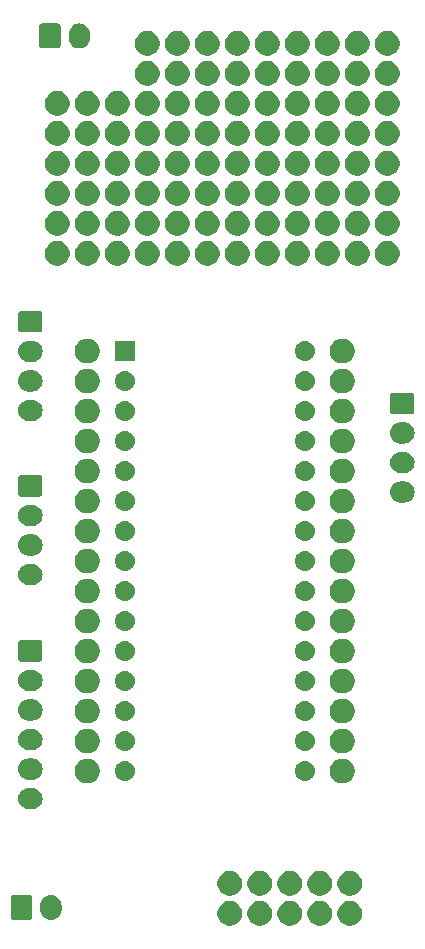
<source format=gbr>
G04 #@! TF.GenerationSoftware,KiCad,Pcbnew,(5.1.4)-1*
G04 #@! TF.CreationDate,2020-02-11T18:39:35-06:00*
G04 #@! TF.ProjectId,ArduinoBreakoutboardControl,41726475-696e-46f4-9272-65616b6f7574,rev?*
G04 #@! TF.SameCoordinates,Original*
G04 #@! TF.FileFunction,Soldermask,Top*
G04 #@! TF.FilePolarity,Negative*
%FSLAX46Y46*%
G04 Gerber Fmt 4.6, Leading zero omitted, Abs format (unit mm)*
G04 Created by KiCad (PCBNEW (5.1.4)-1) date 2020-02-11 18:39:35*
%MOMM*%
%LPD*%
G04 APERTURE LIST*
%ADD10C,0.100000*%
G04 APERTURE END LIST*
D10*
G36*
X163501357Y-118370071D02*
G01*
X163692497Y-118449244D01*
X163692499Y-118449245D01*
X163864521Y-118564186D01*
X164010814Y-118710479D01*
X164125755Y-118882501D01*
X164125756Y-118882503D01*
X164204929Y-119073643D01*
X164245290Y-119276554D01*
X164245290Y-119483446D01*
X164204929Y-119686357D01*
X164139133Y-119845201D01*
X164125755Y-119877499D01*
X164010814Y-120049521D01*
X163864521Y-120195814D01*
X163692499Y-120310755D01*
X163692498Y-120310756D01*
X163692497Y-120310756D01*
X163501357Y-120389929D01*
X163298446Y-120430290D01*
X163091554Y-120430290D01*
X162888643Y-120389929D01*
X162697503Y-120310756D01*
X162697502Y-120310756D01*
X162697501Y-120310755D01*
X162525479Y-120195814D01*
X162379186Y-120049521D01*
X162264245Y-119877499D01*
X162250867Y-119845201D01*
X162185071Y-119686357D01*
X162144710Y-119483446D01*
X162144710Y-119276554D01*
X162185071Y-119073643D01*
X162264244Y-118882503D01*
X162264245Y-118882501D01*
X162379186Y-118710479D01*
X162525479Y-118564186D01*
X162697501Y-118449245D01*
X162697503Y-118449244D01*
X162888643Y-118370071D01*
X163091554Y-118329710D01*
X163298446Y-118329710D01*
X163501357Y-118370071D01*
X163501357Y-118370071D01*
G37*
G36*
X160961357Y-118370071D02*
G01*
X161152497Y-118449244D01*
X161152499Y-118449245D01*
X161324521Y-118564186D01*
X161470814Y-118710479D01*
X161585755Y-118882501D01*
X161585756Y-118882503D01*
X161664929Y-119073643D01*
X161705290Y-119276554D01*
X161705290Y-119483446D01*
X161664929Y-119686357D01*
X161599133Y-119845201D01*
X161585755Y-119877499D01*
X161470814Y-120049521D01*
X161324521Y-120195814D01*
X161152499Y-120310755D01*
X161152498Y-120310756D01*
X161152497Y-120310756D01*
X160961357Y-120389929D01*
X160758446Y-120430290D01*
X160551554Y-120430290D01*
X160348643Y-120389929D01*
X160157503Y-120310756D01*
X160157502Y-120310756D01*
X160157501Y-120310755D01*
X159985479Y-120195814D01*
X159839186Y-120049521D01*
X159724245Y-119877499D01*
X159710867Y-119845201D01*
X159645071Y-119686357D01*
X159604710Y-119483446D01*
X159604710Y-119276554D01*
X159645071Y-119073643D01*
X159724244Y-118882503D01*
X159724245Y-118882501D01*
X159839186Y-118710479D01*
X159985479Y-118564186D01*
X160157501Y-118449245D01*
X160157503Y-118449244D01*
X160348643Y-118370071D01*
X160551554Y-118329710D01*
X160758446Y-118329710D01*
X160961357Y-118370071D01*
X160961357Y-118370071D01*
G37*
G36*
X155881357Y-118370071D02*
G01*
X156072497Y-118449244D01*
X156072499Y-118449245D01*
X156244521Y-118564186D01*
X156390814Y-118710479D01*
X156505755Y-118882501D01*
X156505756Y-118882503D01*
X156584929Y-119073643D01*
X156625290Y-119276554D01*
X156625290Y-119483446D01*
X156584929Y-119686357D01*
X156519133Y-119845201D01*
X156505755Y-119877499D01*
X156390814Y-120049521D01*
X156244521Y-120195814D01*
X156072499Y-120310755D01*
X156072498Y-120310756D01*
X156072497Y-120310756D01*
X155881357Y-120389929D01*
X155678446Y-120430290D01*
X155471554Y-120430290D01*
X155268643Y-120389929D01*
X155077503Y-120310756D01*
X155077502Y-120310756D01*
X155077501Y-120310755D01*
X154905479Y-120195814D01*
X154759186Y-120049521D01*
X154644245Y-119877499D01*
X154630867Y-119845201D01*
X154565071Y-119686357D01*
X154524710Y-119483446D01*
X154524710Y-119276554D01*
X154565071Y-119073643D01*
X154644244Y-118882503D01*
X154644245Y-118882501D01*
X154759186Y-118710479D01*
X154905479Y-118564186D01*
X155077501Y-118449245D01*
X155077503Y-118449244D01*
X155268643Y-118370071D01*
X155471554Y-118329710D01*
X155678446Y-118329710D01*
X155881357Y-118370071D01*
X155881357Y-118370071D01*
G37*
G36*
X153341357Y-118370071D02*
G01*
X153532497Y-118449244D01*
X153532499Y-118449245D01*
X153704521Y-118564186D01*
X153850814Y-118710479D01*
X153965755Y-118882501D01*
X153965756Y-118882503D01*
X154044929Y-119073643D01*
X154085290Y-119276554D01*
X154085290Y-119483446D01*
X154044929Y-119686357D01*
X153979133Y-119845201D01*
X153965755Y-119877499D01*
X153850814Y-120049521D01*
X153704521Y-120195814D01*
X153532499Y-120310755D01*
X153532498Y-120310756D01*
X153532497Y-120310756D01*
X153341357Y-120389929D01*
X153138446Y-120430290D01*
X152931554Y-120430290D01*
X152728643Y-120389929D01*
X152537503Y-120310756D01*
X152537502Y-120310756D01*
X152537501Y-120310755D01*
X152365479Y-120195814D01*
X152219186Y-120049521D01*
X152104245Y-119877499D01*
X152090867Y-119845201D01*
X152025071Y-119686357D01*
X151984710Y-119483446D01*
X151984710Y-119276554D01*
X152025071Y-119073643D01*
X152104244Y-118882503D01*
X152104245Y-118882501D01*
X152219186Y-118710479D01*
X152365479Y-118564186D01*
X152537501Y-118449245D01*
X152537503Y-118449244D01*
X152728643Y-118370071D01*
X152931554Y-118329710D01*
X153138446Y-118329710D01*
X153341357Y-118370071D01*
X153341357Y-118370071D01*
G37*
G36*
X158421357Y-118370071D02*
G01*
X158612497Y-118449244D01*
X158612499Y-118449245D01*
X158784521Y-118564186D01*
X158930814Y-118710479D01*
X159045755Y-118882501D01*
X159045756Y-118882503D01*
X159124929Y-119073643D01*
X159165290Y-119276554D01*
X159165290Y-119483446D01*
X159124929Y-119686357D01*
X159059133Y-119845201D01*
X159045755Y-119877499D01*
X158930814Y-120049521D01*
X158784521Y-120195814D01*
X158612499Y-120310755D01*
X158612498Y-120310756D01*
X158612497Y-120310756D01*
X158421357Y-120389929D01*
X158218446Y-120430290D01*
X158011554Y-120430290D01*
X157808643Y-120389929D01*
X157617503Y-120310756D01*
X157617502Y-120310756D01*
X157617501Y-120310755D01*
X157445479Y-120195814D01*
X157299186Y-120049521D01*
X157184245Y-119877499D01*
X157170867Y-119845201D01*
X157105071Y-119686357D01*
X157064710Y-119483446D01*
X157064710Y-119276554D01*
X157105071Y-119073643D01*
X157184244Y-118882503D01*
X157184245Y-118882501D01*
X157299186Y-118710479D01*
X157445479Y-118564186D01*
X157617501Y-118449245D01*
X157617503Y-118449244D01*
X157808643Y-118370071D01*
X158011554Y-118329710D01*
X158218446Y-118329710D01*
X158421357Y-118370071D01*
X158421357Y-118370071D01*
G37*
G36*
X138058587Y-117834234D02*
G01*
X138110326Y-117849929D01*
X138228389Y-117885743D01*
X138384877Y-117969387D01*
X138522043Y-118081957D01*
X138634613Y-118219123D01*
X138718257Y-118375610D01*
X138740594Y-118449244D01*
X138769766Y-118545412D01*
X138782800Y-118677751D01*
X138782800Y-119066248D01*
X138769766Y-119198587D01*
X138746115Y-119276554D01*
X138718257Y-119368390D01*
X138634613Y-119524877D01*
X138522043Y-119662043D01*
X138384877Y-119774613D01*
X138228390Y-119858257D01*
X138143866Y-119883897D01*
X138058588Y-119909766D01*
X137882000Y-119927158D01*
X137705413Y-119909766D01*
X137620135Y-119883897D01*
X137535611Y-119858257D01*
X137379124Y-119774613D01*
X137276875Y-119690699D01*
X137241957Y-119662043D01*
X137129389Y-119524879D01*
X137129387Y-119524876D01*
X137045743Y-119368390D01*
X136994234Y-119198587D01*
X136981200Y-119066250D01*
X136981200Y-118677751D01*
X136994234Y-118545414D01*
X136994235Y-118545412D01*
X137045743Y-118375612D01*
X137045743Y-118375611D01*
X137129387Y-118219123D01*
X137241957Y-118081957D01*
X137379123Y-117969387D01*
X137535610Y-117885743D01*
X137653673Y-117849929D01*
X137705412Y-117834234D01*
X137882000Y-117816842D01*
X138058587Y-117834234D01*
X138058587Y-117834234D01*
G37*
G36*
X136097905Y-117825849D02*
G01*
X136140943Y-117838905D01*
X136180602Y-117860103D01*
X136215366Y-117888634D01*
X136243897Y-117923398D01*
X136265095Y-117963057D01*
X136278151Y-118006095D01*
X136282800Y-118053301D01*
X136282800Y-119690699D01*
X136278151Y-119737905D01*
X136265095Y-119780943D01*
X136243897Y-119820602D01*
X136215366Y-119855366D01*
X136180602Y-119883897D01*
X136140943Y-119905095D01*
X136097905Y-119918151D01*
X136050699Y-119922800D01*
X134713301Y-119922800D01*
X134666095Y-119918151D01*
X134623057Y-119905095D01*
X134583398Y-119883897D01*
X134548634Y-119855366D01*
X134520103Y-119820602D01*
X134498905Y-119780943D01*
X134485849Y-119737905D01*
X134481200Y-119690699D01*
X134481200Y-118053301D01*
X134485849Y-118006095D01*
X134498905Y-117963057D01*
X134520103Y-117923398D01*
X134548634Y-117888634D01*
X134583398Y-117860103D01*
X134623057Y-117838905D01*
X134666095Y-117825849D01*
X134713301Y-117821200D01*
X136050699Y-117821200D01*
X136097905Y-117825849D01*
X136097905Y-117825849D01*
G37*
G36*
X163501357Y-115830071D02*
G01*
X163692497Y-115909244D01*
X163692499Y-115909245D01*
X163864521Y-116024186D01*
X164010814Y-116170479D01*
X164125755Y-116342501D01*
X164125756Y-116342503D01*
X164204929Y-116533643D01*
X164245290Y-116736554D01*
X164245290Y-116943446D01*
X164204929Y-117146357D01*
X164125756Y-117337497D01*
X164125755Y-117337499D01*
X164010814Y-117509521D01*
X163864521Y-117655814D01*
X163692499Y-117770755D01*
X163692498Y-117770756D01*
X163692497Y-117770756D01*
X163501357Y-117849929D01*
X163298446Y-117890290D01*
X163091554Y-117890290D01*
X162888643Y-117849929D01*
X162697503Y-117770756D01*
X162697502Y-117770756D01*
X162697501Y-117770755D01*
X162525479Y-117655814D01*
X162379186Y-117509521D01*
X162264245Y-117337499D01*
X162264244Y-117337497D01*
X162185071Y-117146357D01*
X162144710Y-116943446D01*
X162144710Y-116736554D01*
X162185071Y-116533643D01*
X162264244Y-116342503D01*
X162264245Y-116342501D01*
X162379186Y-116170479D01*
X162525479Y-116024186D01*
X162697501Y-115909245D01*
X162697503Y-115909244D01*
X162888643Y-115830071D01*
X163091554Y-115789710D01*
X163298446Y-115789710D01*
X163501357Y-115830071D01*
X163501357Y-115830071D01*
G37*
G36*
X160961357Y-115830071D02*
G01*
X161152497Y-115909244D01*
X161152499Y-115909245D01*
X161324521Y-116024186D01*
X161470814Y-116170479D01*
X161585755Y-116342501D01*
X161585756Y-116342503D01*
X161664929Y-116533643D01*
X161705290Y-116736554D01*
X161705290Y-116943446D01*
X161664929Y-117146357D01*
X161585756Y-117337497D01*
X161585755Y-117337499D01*
X161470814Y-117509521D01*
X161324521Y-117655814D01*
X161152499Y-117770755D01*
X161152498Y-117770756D01*
X161152497Y-117770756D01*
X160961357Y-117849929D01*
X160758446Y-117890290D01*
X160551554Y-117890290D01*
X160348643Y-117849929D01*
X160157503Y-117770756D01*
X160157502Y-117770756D01*
X160157501Y-117770755D01*
X159985479Y-117655814D01*
X159839186Y-117509521D01*
X159724245Y-117337499D01*
X159724244Y-117337497D01*
X159645071Y-117146357D01*
X159604710Y-116943446D01*
X159604710Y-116736554D01*
X159645071Y-116533643D01*
X159724244Y-116342503D01*
X159724245Y-116342501D01*
X159839186Y-116170479D01*
X159985479Y-116024186D01*
X160157501Y-115909245D01*
X160157503Y-115909244D01*
X160348643Y-115830071D01*
X160551554Y-115789710D01*
X160758446Y-115789710D01*
X160961357Y-115830071D01*
X160961357Y-115830071D01*
G37*
G36*
X155881357Y-115830071D02*
G01*
X156072497Y-115909244D01*
X156072499Y-115909245D01*
X156244521Y-116024186D01*
X156390814Y-116170479D01*
X156505755Y-116342501D01*
X156505756Y-116342503D01*
X156584929Y-116533643D01*
X156625290Y-116736554D01*
X156625290Y-116943446D01*
X156584929Y-117146357D01*
X156505756Y-117337497D01*
X156505755Y-117337499D01*
X156390814Y-117509521D01*
X156244521Y-117655814D01*
X156072499Y-117770755D01*
X156072498Y-117770756D01*
X156072497Y-117770756D01*
X155881357Y-117849929D01*
X155678446Y-117890290D01*
X155471554Y-117890290D01*
X155268643Y-117849929D01*
X155077503Y-117770756D01*
X155077502Y-117770756D01*
X155077501Y-117770755D01*
X154905479Y-117655814D01*
X154759186Y-117509521D01*
X154644245Y-117337499D01*
X154644244Y-117337497D01*
X154565071Y-117146357D01*
X154524710Y-116943446D01*
X154524710Y-116736554D01*
X154565071Y-116533643D01*
X154644244Y-116342503D01*
X154644245Y-116342501D01*
X154759186Y-116170479D01*
X154905479Y-116024186D01*
X155077501Y-115909245D01*
X155077503Y-115909244D01*
X155268643Y-115830071D01*
X155471554Y-115789710D01*
X155678446Y-115789710D01*
X155881357Y-115830071D01*
X155881357Y-115830071D01*
G37*
G36*
X153341357Y-115830071D02*
G01*
X153532497Y-115909244D01*
X153532499Y-115909245D01*
X153704521Y-116024186D01*
X153850814Y-116170479D01*
X153965755Y-116342501D01*
X153965756Y-116342503D01*
X154044929Y-116533643D01*
X154085290Y-116736554D01*
X154085290Y-116943446D01*
X154044929Y-117146357D01*
X153965756Y-117337497D01*
X153965755Y-117337499D01*
X153850814Y-117509521D01*
X153704521Y-117655814D01*
X153532499Y-117770755D01*
X153532498Y-117770756D01*
X153532497Y-117770756D01*
X153341357Y-117849929D01*
X153138446Y-117890290D01*
X152931554Y-117890290D01*
X152728643Y-117849929D01*
X152537503Y-117770756D01*
X152537502Y-117770756D01*
X152537501Y-117770755D01*
X152365479Y-117655814D01*
X152219186Y-117509521D01*
X152104245Y-117337499D01*
X152104244Y-117337497D01*
X152025071Y-117146357D01*
X151984710Y-116943446D01*
X151984710Y-116736554D01*
X152025071Y-116533643D01*
X152104244Y-116342503D01*
X152104245Y-116342501D01*
X152219186Y-116170479D01*
X152365479Y-116024186D01*
X152537501Y-115909245D01*
X152537503Y-115909244D01*
X152728643Y-115830071D01*
X152931554Y-115789710D01*
X153138446Y-115789710D01*
X153341357Y-115830071D01*
X153341357Y-115830071D01*
G37*
G36*
X158421357Y-115830071D02*
G01*
X158612497Y-115909244D01*
X158612499Y-115909245D01*
X158784521Y-116024186D01*
X158930814Y-116170479D01*
X159045755Y-116342501D01*
X159045756Y-116342503D01*
X159124929Y-116533643D01*
X159165290Y-116736554D01*
X159165290Y-116943446D01*
X159124929Y-117146357D01*
X159045756Y-117337497D01*
X159045755Y-117337499D01*
X158930814Y-117509521D01*
X158784521Y-117655814D01*
X158612499Y-117770755D01*
X158612498Y-117770756D01*
X158612497Y-117770756D01*
X158421357Y-117849929D01*
X158218446Y-117890290D01*
X158011554Y-117890290D01*
X157808643Y-117849929D01*
X157617503Y-117770756D01*
X157617502Y-117770756D01*
X157617501Y-117770755D01*
X157445479Y-117655814D01*
X157299186Y-117509521D01*
X157184245Y-117337499D01*
X157184244Y-117337497D01*
X157105071Y-117146357D01*
X157064710Y-116943446D01*
X157064710Y-116736554D01*
X157105071Y-116533643D01*
X157184244Y-116342503D01*
X157184245Y-116342501D01*
X157299186Y-116170479D01*
X157445479Y-116024186D01*
X157617501Y-115909245D01*
X157617503Y-115909244D01*
X157808643Y-115830071D01*
X158011554Y-115789710D01*
X158218446Y-115789710D01*
X158421357Y-115830071D01*
X158421357Y-115830071D01*
G37*
G36*
X136445588Y-108767234D02*
G01*
X136530489Y-108792989D01*
X136615390Y-108818743D01*
X136771877Y-108902387D01*
X136909043Y-109014957D01*
X137021613Y-109152123D01*
X137105257Y-109308610D01*
X137156766Y-109478413D01*
X137174158Y-109655000D01*
X137156766Y-109831587D01*
X137105257Y-110001390D01*
X137021613Y-110157877D01*
X136909043Y-110295043D01*
X136771877Y-110407613D01*
X136615390Y-110491257D01*
X136530489Y-110517011D01*
X136445588Y-110542766D01*
X136313250Y-110555800D01*
X135974750Y-110555800D01*
X135842412Y-110542766D01*
X135757511Y-110517011D01*
X135672610Y-110491257D01*
X135516123Y-110407613D01*
X135378957Y-110295043D01*
X135266387Y-110157877D01*
X135182743Y-110001390D01*
X135131234Y-109831587D01*
X135113842Y-109655000D01*
X135131234Y-109478413D01*
X135182743Y-109308610D01*
X135266387Y-109152123D01*
X135378957Y-109014957D01*
X135516123Y-108902387D01*
X135672610Y-108818743D01*
X135757511Y-108792989D01*
X135842412Y-108767234D01*
X135974750Y-108754200D01*
X136313250Y-108754200D01*
X136445588Y-108767234D01*
X136445588Y-108767234D01*
G37*
G36*
X141276357Y-106305071D02*
G01*
X141467497Y-106384244D01*
X141467499Y-106384245D01*
X141639521Y-106499186D01*
X141785814Y-106645479D01*
X141894814Y-106808610D01*
X141900756Y-106817503D01*
X141979929Y-107008643D01*
X142020290Y-107211554D01*
X142020290Y-107418446D01*
X141979929Y-107621357D01*
X141900756Y-107812497D01*
X141900755Y-107812499D01*
X141785814Y-107984521D01*
X141639521Y-108130814D01*
X141467499Y-108245755D01*
X141467498Y-108245756D01*
X141467497Y-108245756D01*
X141276357Y-108324929D01*
X141073446Y-108365290D01*
X140866554Y-108365290D01*
X140663643Y-108324929D01*
X140472503Y-108245756D01*
X140472502Y-108245756D01*
X140472501Y-108245755D01*
X140300479Y-108130814D01*
X140154186Y-107984521D01*
X140039245Y-107812499D01*
X140039244Y-107812497D01*
X139960071Y-107621357D01*
X139919710Y-107418446D01*
X139919710Y-107211554D01*
X139960071Y-107008643D01*
X140039244Y-106817503D01*
X140045186Y-106808610D01*
X140154186Y-106645479D01*
X140300479Y-106499186D01*
X140472501Y-106384245D01*
X140472503Y-106384244D01*
X140663643Y-106305071D01*
X140866554Y-106264710D01*
X141073446Y-106264710D01*
X141276357Y-106305071D01*
X141276357Y-106305071D01*
G37*
G36*
X162866357Y-106305071D02*
G01*
X163057497Y-106384244D01*
X163057499Y-106384245D01*
X163229521Y-106499186D01*
X163375814Y-106645479D01*
X163484814Y-106808610D01*
X163490756Y-106817503D01*
X163569929Y-107008643D01*
X163610290Y-107211554D01*
X163610290Y-107418446D01*
X163569929Y-107621357D01*
X163490756Y-107812497D01*
X163490755Y-107812499D01*
X163375814Y-107984521D01*
X163229521Y-108130814D01*
X163057499Y-108245755D01*
X163057498Y-108245756D01*
X163057497Y-108245756D01*
X162866357Y-108324929D01*
X162663446Y-108365290D01*
X162456554Y-108365290D01*
X162253643Y-108324929D01*
X162062503Y-108245756D01*
X162062502Y-108245756D01*
X162062501Y-108245755D01*
X161890479Y-108130814D01*
X161744186Y-107984521D01*
X161629245Y-107812499D01*
X161629244Y-107812497D01*
X161550071Y-107621357D01*
X161509710Y-107418446D01*
X161509710Y-107211554D01*
X161550071Y-107008643D01*
X161629244Y-106817503D01*
X161635186Y-106808610D01*
X161744186Y-106645479D01*
X161890479Y-106499186D01*
X162062501Y-106384245D01*
X162062503Y-106384244D01*
X162253643Y-106305071D01*
X162456554Y-106264710D01*
X162663446Y-106264710D01*
X162866357Y-106305071D01*
X162866357Y-106305071D01*
G37*
G36*
X159551785Y-106476510D02*
G01*
X159712164Y-106525161D01*
X159859964Y-106604161D01*
X159989517Y-106710483D01*
X160095839Y-106840036D01*
X160174839Y-106987836D01*
X160223490Y-107148215D01*
X160239916Y-107315000D01*
X160223490Y-107481785D01*
X160174839Y-107642164D01*
X160095839Y-107789964D01*
X159989517Y-107919517D01*
X159859964Y-108025839D01*
X159712164Y-108104839D01*
X159551785Y-108153490D01*
X159426794Y-108165800D01*
X159343206Y-108165800D01*
X159218215Y-108153490D01*
X159057836Y-108104839D01*
X158910036Y-108025839D01*
X158780483Y-107919517D01*
X158674161Y-107789964D01*
X158595161Y-107642164D01*
X158546510Y-107481785D01*
X158530084Y-107315000D01*
X158546510Y-107148215D01*
X158595161Y-106987836D01*
X158674161Y-106840036D01*
X158780483Y-106710483D01*
X158910036Y-106604161D01*
X159057836Y-106525161D01*
X159218215Y-106476510D01*
X159343206Y-106464200D01*
X159426794Y-106464200D01*
X159551785Y-106476510D01*
X159551785Y-106476510D01*
G37*
G36*
X144311785Y-106476510D02*
G01*
X144472164Y-106525161D01*
X144619964Y-106604161D01*
X144749517Y-106710483D01*
X144855839Y-106840036D01*
X144934839Y-106987836D01*
X144983490Y-107148215D01*
X144999916Y-107315000D01*
X144983490Y-107481785D01*
X144934839Y-107642164D01*
X144855839Y-107789964D01*
X144749517Y-107919517D01*
X144619964Y-108025839D01*
X144472164Y-108104839D01*
X144311785Y-108153490D01*
X144186794Y-108165800D01*
X144103206Y-108165800D01*
X143978215Y-108153490D01*
X143817836Y-108104839D01*
X143670036Y-108025839D01*
X143540483Y-107919517D01*
X143434161Y-107789964D01*
X143355161Y-107642164D01*
X143306510Y-107481785D01*
X143290084Y-107315000D01*
X143306510Y-107148215D01*
X143355161Y-106987836D01*
X143434161Y-106840036D01*
X143540483Y-106710483D01*
X143670036Y-106604161D01*
X143817836Y-106525161D01*
X143978215Y-106476510D01*
X144103206Y-106464200D01*
X144186794Y-106464200D01*
X144311785Y-106476510D01*
X144311785Y-106476510D01*
G37*
G36*
X136445588Y-106267234D02*
G01*
X136530488Y-106292988D01*
X136615390Y-106318743D01*
X136771877Y-106402387D01*
X136909043Y-106514957D01*
X137021613Y-106652123D01*
X137105257Y-106808610D01*
X137156766Y-106978413D01*
X137174158Y-107155000D01*
X137156766Y-107331587D01*
X137105257Y-107501390D01*
X137021613Y-107657877D01*
X136909043Y-107795043D01*
X136771877Y-107907613D01*
X136615390Y-107991257D01*
X136530488Y-108017012D01*
X136445588Y-108042766D01*
X136313250Y-108055800D01*
X135974750Y-108055800D01*
X135842412Y-108042766D01*
X135757512Y-108017012D01*
X135672610Y-107991257D01*
X135516123Y-107907613D01*
X135378957Y-107795043D01*
X135266387Y-107657877D01*
X135182743Y-107501390D01*
X135131234Y-107331587D01*
X135113842Y-107155000D01*
X135131234Y-106978413D01*
X135182743Y-106808610D01*
X135266387Y-106652123D01*
X135378957Y-106514957D01*
X135516123Y-106402387D01*
X135672610Y-106318743D01*
X135757512Y-106292988D01*
X135842412Y-106267234D01*
X135974750Y-106254200D01*
X136313250Y-106254200D01*
X136445588Y-106267234D01*
X136445588Y-106267234D01*
G37*
G36*
X162866357Y-103765071D02*
G01*
X162995932Y-103818743D01*
X163057499Y-103844245D01*
X163229521Y-103959186D01*
X163375814Y-104105479D01*
X163490755Y-104277501D01*
X163490756Y-104277503D01*
X163569929Y-104468643D01*
X163610290Y-104671554D01*
X163610290Y-104878446D01*
X163569929Y-105081357D01*
X163490756Y-105272497D01*
X163490755Y-105272499D01*
X163375814Y-105444521D01*
X163229521Y-105590814D01*
X163057499Y-105705755D01*
X163057498Y-105705756D01*
X163057497Y-105705756D01*
X162866357Y-105784929D01*
X162663446Y-105825290D01*
X162456554Y-105825290D01*
X162253643Y-105784929D01*
X162062503Y-105705756D01*
X162062502Y-105705756D01*
X162062501Y-105705755D01*
X161890479Y-105590814D01*
X161744186Y-105444521D01*
X161629245Y-105272499D01*
X161629244Y-105272497D01*
X161550071Y-105081357D01*
X161509710Y-104878446D01*
X161509710Y-104671554D01*
X161550071Y-104468643D01*
X161629244Y-104277503D01*
X161629245Y-104277501D01*
X161744186Y-104105479D01*
X161890479Y-103959186D01*
X162062501Y-103844245D01*
X162124068Y-103818743D01*
X162253643Y-103765071D01*
X162456554Y-103724710D01*
X162663446Y-103724710D01*
X162866357Y-103765071D01*
X162866357Y-103765071D01*
G37*
G36*
X141276357Y-103765071D02*
G01*
X141405932Y-103818743D01*
X141467499Y-103844245D01*
X141639521Y-103959186D01*
X141785814Y-104105479D01*
X141900755Y-104277501D01*
X141900756Y-104277503D01*
X141979929Y-104468643D01*
X142020290Y-104671554D01*
X142020290Y-104878446D01*
X141979929Y-105081357D01*
X141900756Y-105272497D01*
X141900755Y-105272499D01*
X141785814Y-105444521D01*
X141639521Y-105590814D01*
X141467499Y-105705755D01*
X141467498Y-105705756D01*
X141467497Y-105705756D01*
X141276357Y-105784929D01*
X141073446Y-105825290D01*
X140866554Y-105825290D01*
X140663643Y-105784929D01*
X140472503Y-105705756D01*
X140472502Y-105705756D01*
X140472501Y-105705755D01*
X140300479Y-105590814D01*
X140154186Y-105444521D01*
X140039245Y-105272499D01*
X140039244Y-105272497D01*
X139960071Y-105081357D01*
X139919710Y-104878446D01*
X139919710Y-104671554D01*
X139960071Y-104468643D01*
X140039244Y-104277503D01*
X140039245Y-104277501D01*
X140154186Y-104105479D01*
X140300479Y-103959186D01*
X140472501Y-103844245D01*
X140534068Y-103818743D01*
X140663643Y-103765071D01*
X140866554Y-103724710D01*
X141073446Y-103724710D01*
X141276357Y-103765071D01*
X141276357Y-103765071D01*
G37*
G36*
X159551785Y-103936510D02*
G01*
X159712164Y-103985161D01*
X159859964Y-104064161D01*
X159989517Y-104170483D01*
X160095839Y-104300036D01*
X160174839Y-104447836D01*
X160223490Y-104608215D01*
X160239916Y-104775000D01*
X160223490Y-104941785D01*
X160174839Y-105102164D01*
X160095839Y-105249964D01*
X159989517Y-105379517D01*
X159859964Y-105485839D01*
X159712164Y-105564839D01*
X159551785Y-105613490D01*
X159426794Y-105625800D01*
X159343206Y-105625800D01*
X159218215Y-105613490D01*
X159057836Y-105564839D01*
X158910036Y-105485839D01*
X158780483Y-105379517D01*
X158674161Y-105249964D01*
X158595161Y-105102164D01*
X158546510Y-104941785D01*
X158530084Y-104775000D01*
X158546510Y-104608215D01*
X158595161Y-104447836D01*
X158674161Y-104300036D01*
X158780483Y-104170483D01*
X158910036Y-104064161D01*
X159057836Y-103985161D01*
X159218215Y-103936510D01*
X159343206Y-103924200D01*
X159426794Y-103924200D01*
X159551785Y-103936510D01*
X159551785Y-103936510D01*
G37*
G36*
X144311785Y-103936510D02*
G01*
X144472164Y-103985161D01*
X144619964Y-104064161D01*
X144749517Y-104170483D01*
X144855839Y-104300036D01*
X144934839Y-104447836D01*
X144983490Y-104608215D01*
X144999916Y-104775000D01*
X144983490Y-104941785D01*
X144934839Y-105102164D01*
X144855839Y-105249964D01*
X144749517Y-105379517D01*
X144619964Y-105485839D01*
X144472164Y-105564839D01*
X144311785Y-105613490D01*
X144186794Y-105625800D01*
X144103206Y-105625800D01*
X143978215Y-105613490D01*
X143817836Y-105564839D01*
X143670036Y-105485839D01*
X143540483Y-105379517D01*
X143434161Y-105249964D01*
X143355161Y-105102164D01*
X143306510Y-104941785D01*
X143290084Y-104775000D01*
X143306510Y-104608215D01*
X143355161Y-104447836D01*
X143434161Y-104300036D01*
X143540483Y-104170483D01*
X143670036Y-104064161D01*
X143817836Y-103985161D01*
X143978215Y-103936510D01*
X144103206Y-103924200D01*
X144186794Y-103924200D01*
X144311785Y-103936510D01*
X144311785Y-103936510D01*
G37*
G36*
X136379418Y-103760717D02*
G01*
X136445588Y-103767234D01*
X136530488Y-103792988D01*
X136615390Y-103818743D01*
X136771877Y-103902387D01*
X136909043Y-104014957D01*
X137021613Y-104152123D01*
X137105257Y-104308610D01*
X137105257Y-104308611D01*
X137153803Y-104468643D01*
X137156766Y-104478413D01*
X137174158Y-104655000D01*
X137156766Y-104831587D01*
X137105257Y-105001390D01*
X137021613Y-105157877D01*
X136909043Y-105295043D01*
X136771877Y-105407613D01*
X136615390Y-105491257D01*
X136530489Y-105517011D01*
X136445588Y-105542766D01*
X136379418Y-105549283D01*
X136313250Y-105555800D01*
X135974750Y-105555800D01*
X135908582Y-105549283D01*
X135842412Y-105542766D01*
X135757511Y-105517011D01*
X135672610Y-105491257D01*
X135516123Y-105407613D01*
X135378957Y-105295043D01*
X135266387Y-105157877D01*
X135182743Y-105001390D01*
X135131234Y-104831587D01*
X135113842Y-104655000D01*
X135131234Y-104478413D01*
X135134198Y-104468643D01*
X135182743Y-104308611D01*
X135182743Y-104308610D01*
X135266387Y-104152123D01*
X135378957Y-104014957D01*
X135516123Y-103902387D01*
X135672610Y-103818743D01*
X135757512Y-103792988D01*
X135842412Y-103767234D01*
X135908582Y-103760717D01*
X135974750Y-103754200D01*
X136313250Y-103754200D01*
X136379418Y-103760717D01*
X136379418Y-103760717D01*
G37*
G36*
X162866357Y-101225071D02*
G01*
X163057497Y-101304244D01*
X163057499Y-101304245D01*
X163229521Y-101419186D01*
X163375814Y-101565479D01*
X163433707Y-101652123D01*
X163490756Y-101737503D01*
X163569929Y-101928643D01*
X163610290Y-102131554D01*
X163610290Y-102338446D01*
X163569929Y-102541357D01*
X163490756Y-102732497D01*
X163490755Y-102732499D01*
X163375814Y-102904521D01*
X163229521Y-103050814D01*
X163057499Y-103165755D01*
X163057498Y-103165756D01*
X163057497Y-103165756D01*
X162866357Y-103244929D01*
X162663446Y-103285290D01*
X162456554Y-103285290D01*
X162253643Y-103244929D01*
X162062503Y-103165756D01*
X162062502Y-103165756D01*
X162062501Y-103165755D01*
X161890479Y-103050814D01*
X161744186Y-102904521D01*
X161629245Y-102732499D01*
X161629244Y-102732497D01*
X161550071Y-102541357D01*
X161509710Y-102338446D01*
X161509710Y-102131554D01*
X161550071Y-101928643D01*
X161629244Y-101737503D01*
X161686293Y-101652123D01*
X161744186Y-101565479D01*
X161890479Y-101419186D01*
X162062501Y-101304245D01*
X162062503Y-101304244D01*
X162253643Y-101225071D01*
X162456554Y-101184710D01*
X162663446Y-101184710D01*
X162866357Y-101225071D01*
X162866357Y-101225071D01*
G37*
G36*
X141276357Y-101225071D02*
G01*
X141467497Y-101304244D01*
X141467499Y-101304245D01*
X141639521Y-101419186D01*
X141785814Y-101565479D01*
X141843707Y-101652123D01*
X141900756Y-101737503D01*
X141979929Y-101928643D01*
X142020290Y-102131554D01*
X142020290Y-102338446D01*
X141979929Y-102541357D01*
X141900756Y-102732497D01*
X141900755Y-102732499D01*
X141785814Y-102904521D01*
X141639521Y-103050814D01*
X141467499Y-103165755D01*
X141467498Y-103165756D01*
X141467497Y-103165756D01*
X141276357Y-103244929D01*
X141073446Y-103285290D01*
X140866554Y-103285290D01*
X140663643Y-103244929D01*
X140472503Y-103165756D01*
X140472502Y-103165756D01*
X140472501Y-103165755D01*
X140300479Y-103050814D01*
X140154186Y-102904521D01*
X140039245Y-102732499D01*
X140039244Y-102732497D01*
X139960071Y-102541357D01*
X139919710Y-102338446D01*
X139919710Y-102131554D01*
X139960071Y-101928643D01*
X140039244Y-101737503D01*
X140096293Y-101652123D01*
X140154186Y-101565479D01*
X140300479Y-101419186D01*
X140472501Y-101304245D01*
X140472503Y-101304244D01*
X140663643Y-101225071D01*
X140866554Y-101184710D01*
X141073446Y-101184710D01*
X141276357Y-101225071D01*
X141276357Y-101225071D01*
G37*
G36*
X144311785Y-101396510D02*
G01*
X144472164Y-101445161D01*
X144619964Y-101524161D01*
X144749517Y-101630483D01*
X144855839Y-101760036D01*
X144934839Y-101907836D01*
X144983490Y-102068215D01*
X144999916Y-102235000D01*
X144983490Y-102401785D01*
X144934839Y-102562164D01*
X144855839Y-102709964D01*
X144749517Y-102839517D01*
X144619964Y-102945839D01*
X144472164Y-103024839D01*
X144311785Y-103073490D01*
X144186794Y-103085800D01*
X144103206Y-103085800D01*
X143978215Y-103073490D01*
X143817836Y-103024839D01*
X143670036Y-102945839D01*
X143540483Y-102839517D01*
X143434161Y-102709964D01*
X143355161Y-102562164D01*
X143306510Y-102401785D01*
X143290084Y-102235000D01*
X143306510Y-102068215D01*
X143355161Y-101907836D01*
X143434161Y-101760036D01*
X143540483Y-101630483D01*
X143670036Y-101524161D01*
X143817836Y-101445161D01*
X143978215Y-101396510D01*
X144103206Y-101384200D01*
X144186794Y-101384200D01*
X144311785Y-101396510D01*
X144311785Y-101396510D01*
G37*
G36*
X159551785Y-101396510D02*
G01*
X159712164Y-101445161D01*
X159859964Y-101524161D01*
X159989517Y-101630483D01*
X160095839Y-101760036D01*
X160174839Y-101907836D01*
X160223490Y-102068215D01*
X160239916Y-102235000D01*
X160223490Y-102401785D01*
X160174839Y-102562164D01*
X160095839Y-102709964D01*
X159989517Y-102839517D01*
X159859964Y-102945839D01*
X159712164Y-103024839D01*
X159551785Y-103073490D01*
X159426794Y-103085800D01*
X159343206Y-103085800D01*
X159218215Y-103073490D01*
X159057836Y-103024839D01*
X158910036Y-102945839D01*
X158780483Y-102839517D01*
X158674161Y-102709964D01*
X158595161Y-102562164D01*
X158546510Y-102401785D01*
X158530084Y-102235000D01*
X158546510Y-102068215D01*
X158595161Y-101907836D01*
X158674161Y-101760036D01*
X158780483Y-101630483D01*
X158910036Y-101524161D01*
X159057836Y-101445161D01*
X159218215Y-101396510D01*
X159343206Y-101384200D01*
X159426794Y-101384200D01*
X159551785Y-101396510D01*
X159551785Y-101396510D01*
G37*
G36*
X136445588Y-101267234D02*
G01*
X136530488Y-101292988D01*
X136615390Y-101318743D01*
X136771877Y-101402387D01*
X136909043Y-101514957D01*
X137021613Y-101652123D01*
X137105257Y-101808610D01*
X137105257Y-101808611D01*
X137156766Y-101978412D01*
X137174158Y-102155000D01*
X137156766Y-102331588D01*
X137135472Y-102401785D01*
X137105257Y-102501390D01*
X137021613Y-102657877D01*
X136909043Y-102795043D01*
X136771877Y-102907613D01*
X136615390Y-102991257D01*
X136530488Y-103017012D01*
X136445588Y-103042766D01*
X136313250Y-103055800D01*
X135974750Y-103055800D01*
X135842412Y-103042766D01*
X135757512Y-103017012D01*
X135672610Y-102991257D01*
X135516123Y-102907613D01*
X135378957Y-102795043D01*
X135266387Y-102657877D01*
X135182743Y-102501390D01*
X135152528Y-102401785D01*
X135131234Y-102331588D01*
X135113842Y-102155000D01*
X135131234Y-101978412D01*
X135182743Y-101808611D01*
X135182743Y-101808610D01*
X135266387Y-101652123D01*
X135378957Y-101514957D01*
X135516123Y-101402387D01*
X135672610Y-101318743D01*
X135757512Y-101292988D01*
X135842412Y-101267234D01*
X135974750Y-101254200D01*
X136313250Y-101254200D01*
X136445588Y-101267234D01*
X136445588Y-101267234D01*
G37*
G36*
X141276357Y-98685071D02*
G01*
X141467497Y-98764244D01*
X141467499Y-98764245D01*
X141639521Y-98879186D01*
X141785814Y-99025479D01*
X141900755Y-99197501D01*
X141900756Y-99197503D01*
X141979929Y-99388643D01*
X142020290Y-99591554D01*
X142020290Y-99798446D01*
X141979929Y-100001357D01*
X141900756Y-100192497D01*
X141900755Y-100192499D01*
X141785814Y-100364521D01*
X141639521Y-100510814D01*
X141467499Y-100625755D01*
X141467498Y-100625756D01*
X141467497Y-100625756D01*
X141276357Y-100704929D01*
X141073446Y-100745290D01*
X140866554Y-100745290D01*
X140663643Y-100704929D01*
X140472503Y-100625756D01*
X140472502Y-100625756D01*
X140472501Y-100625755D01*
X140300479Y-100510814D01*
X140154186Y-100364521D01*
X140039245Y-100192499D01*
X140039244Y-100192497D01*
X139960071Y-100001357D01*
X139919710Y-99798446D01*
X139919710Y-99591554D01*
X139960071Y-99388643D01*
X140039244Y-99197503D01*
X140039245Y-99197501D01*
X140154186Y-99025479D01*
X140300479Y-98879186D01*
X140472501Y-98764245D01*
X140472503Y-98764244D01*
X140663643Y-98685071D01*
X140866554Y-98644710D01*
X141073446Y-98644710D01*
X141276357Y-98685071D01*
X141276357Y-98685071D01*
G37*
G36*
X162866357Y-98685071D02*
G01*
X163057497Y-98764244D01*
X163057499Y-98764245D01*
X163229521Y-98879186D01*
X163375814Y-99025479D01*
X163490755Y-99197501D01*
X163490756Y-99197503D01*
X163569929Y-99388643D01*
X163610290Y-99591554D01*
X163610290Y-99798446D01*
X163569929Y-100001357D01*
X163490756Y-100192497D01*
X163490755Y-100192499D01*
X163375814Y-100364521D01*
X163229521Y-100510814D01*
X163057499Y-100625755D01*
X163057498Y-100625756D01*
X163057497Y-100625756D01*
X162866357Y-100704929D01*
X162663446Y-100745290D01*
X162456554Y-100745290D01*
X162253643Y-100704929D01*
X162062503Y-100625756D01*
X162062502Y-100625756D01*
X162062501Y-100625755D01*
X161890479Y-100510814D01*
X161744186Y-100364521D01*
X161629245Y-100192499D01*
X161629244Y-100192497D01*
X161550071Y-100001357D01*
X161509710Y-99798446D01*
X161509710Y-99591554D01*
X161550071Y-99388643D01*
X161629244Y-99197503D01*
X161629245Y-99197501D01*
X161744186Y-99025479D01*
X161890479Y-98879186D01*
X162062501Y-98764245D01*
X162062503Y-98764244D01*
X162253643Y-98685071D01*
X162456554Y-98644710D01*
X162663446Y-98644710D01*
X162866357Y-98685071D01*
X162866357Y-98685071D01*
G37*
G36*
X136445588Y-98767234D02*
G01*
X136530488Y-98792988D01*
X136615390Y-98818743D01*
X136771877Y-98902387D01*
X136909043Y-99014957D01*
X137021613Y-99152123D01*
X137105257Y-99308610D01*
X137156766Y-99478413D01*
X137174158Y-99655000D01*
X137156766Y-99831587D01*
X137105257Y-100001390D01*
X137021613Y-100157877D01*
X136909043Y-100295043D01*
X136771877Y-100407613D01*
X136615390Y-100491257D01*
X136550919Y-100510814D01*
X136445588Y-100542766D01*
X136379418Y-100549283D01*
X136313250Y-100555800D01*
X135974750Y-100555800D01*
X135842412Y-100542766D01*
X135737081Y-100510814D01*
X135672610Y-100491257D01*
X135516123Y-100407613D01*
X135378957Y-100295043D01*
X135266387Y-100157877D01*
X135182743Y-100001390D01*
X135131234Y-99831587D01*
X135113842Y-99655000D01*
X135131234Y-99478413D01*
X135182743Y-99308610D01*
X135266387Y-99152123D01*
X135378957Y-99014957D01*
X135516123Y-98902387D01*
X135672610Y-98818743D01*
X135757512Y-98792988D01*
X135842412Y-98767234D01*
X135908582Y-98760717D01*
X135974750Y-98754200D01*
X136313250Y-98754200D01*
X136445588Y-98767234D01*
X136445588Y-98767234D01*
G37*
G36*
X159551785Y-98856510D02*
G01*
X159712164Y-98905161D01*
X159859964Y-98984161D01*
X159989517Y-99090483D01*
X160095839Y-99220036D01*
X160174839Y-99367836D01*
X160223490Y-99528215D01*
X160239916Y-99695000D01*
X160223490Y-99861785D01*
X160174839Y-100022164D01*
X160095839Y-100169964D01*
X159989517Y-100299517D01*
X159859964Y-100405839D01*
X159712164Y-100484839D01*
X159551785Y-100533490D01*
X159426794Y-100545800D01*
X159343206Y-100545800D01*
X159218215Y-100533490D01*
X159057836Y-100484839D01*
X158910036Y-100405839D01*
X158780483Y-100299517D01*
X158674161Y-100169964D01*
X158595161Y-100022164D01*
X158546510Y-99861785D01*
X158530084Y-99695000D01*
X158546510Y-99528215D01*
X158595161Y-99367836D01*
X158674161Y-99220036D01*
X158780483Y-99090483D01*
X158910036Y-98984161D01*
X159057836Y-98905161D01*
X159218215Y-98856510D01*
X159343206Y-98844200D01*
X159426794Y-98844200D01*
X159551785Y-98856510D01*
X159551785Y-98856510D01*
G37*
G36*
X144311785Y-98856510D02*
G01*
X144472164Y-98905161D01*
X144619964Y-98984161D01*
X144749517Y-99090483D01*
X144855839Y-99220036D01*
X144934839Y-99367836D01*
X144983490Y-99528215D01*
X144999916Y-99695000D01*
X144983490Y-99861785D01*
X144934839Y-100022164D01*
X144855839Y-100169964D01*
X144749517Y-100299517D01*
X144619964Y-100405839D01*
X144472164Y-100484839D01*
X144311785Y-100533490D01*
X144186794Y-100545800D01*
X144103206Y-100545800D01*
X143978215Y-100533490D01*
X143817836Y-100484839D01*
X143670036Y-100405839D01*
X143540483Y-100299517D01*
X143434161Y-100169964D01*
X143355161Y-100022164D01*
X143306510Y-99861785D01*
X143290084Y-99695000D01*
X143306510Y-99528215D01*
X143355161Y-99367836D01*
X143434161Y-99220036D01*
X143540483Y-99090483D01*
X143670036Y-98984161D01*
X143817836Y-98905161D01*
X143978215Y-98856510D01*
X144103206Y-98844200D01*
X144186794Y-98844200D01*
X144311785Y-98856510D01*
X144311785Y-98856510D01*
G37*
G36*
X162866357Y-96145071D02*
G01*
X163057497Y-96224244D01*
X163057499Y-96224245D01*
X163229521Y-96339186D01*
X163375814Y-96485479D01*
X163490755Y-96657501D01*
X163490756Y-96657503D01*
X163569929Y-96848643D01*
X163610290Y-97051554D01*
X163610290Y-97258446D01*
X163569929Y-97461357D01*
X163490756Y-97652497D01*
X163490755Y-97652499D01*
X163375814Y-97824521D01*
X163229521Y-97970814D01*
X163057499Y-98085755D01*
X163057498Y-98085756D01*
X163057497Y-98085756D01*
X162866357Y-98164929D01*
X162663446Y-98205290D01*
X162456554Y-98205290D01*
X162253643Y-98164929D01*
X162062503Y-98085756D01*
X162062502Y-98085756D01*
X162062501Y-98085755D01*
X161890479Y-97970814D01*
X161744186Y-97824521D01*
X161629245Y-97652499D01*
X161629244Y-97652497D01*
X161550071Y-97461357D01*
X161509710Y-97258446D01*
X161509710Y-97051554D01*
X161550071Y-96848643D01*
X161629244Y-96657503D01*
X161629245Y-96657501D01*
X161744186Y-96485479D01*
X161890479Y-96339186D01*
X162062501Y-96224245D01*
X162062503Y-96224244D01*
X162253643Y-96145071D01*
X162456554Y-96104710D01*
X162663446Y-96104710D01*
X162866357Y-96145071D01*
X162866357Y-96145071D01*
G37*
G36*
X141276357Y-96145071D02*
G01*
X141467497Y-96224244D01*
X141467499Y-96224245D01*
X141639521Y-96339186D01*
X141785814Y-96485479D01*
X141900755Y-96657501D01*
X141900756Y-96657503D01*
X141979929Y-96848643D01*
X142020290Y-97051554D01*
X142020290Y-97258446D01*
X141979929Y-97461357D01*
X141900756Y-97652497D01*
X141900755Y-97652499D01*
X141785814Y-97824521D01*
X141639521Y-97970814D01*
X141467499Y-98085755D01*
X141467498Y-98085756D01*
X141467497Y-98085756D01*
X141276357Y-98164929D01*
X141073446Y-98205290D01*
X140866554Y-98205290D01*
X140663643Y-98164929D01*
X140472503Y-98085756D01*
X140472502Y-98085756D01*
X140472501Y-98085755D01*
X140300479Y-97970814D01*
X140154186Y-97824521D01*
X140039245Y-97652499D01*
X140039244Y-97652497D01*
X139960071Y-97461357D01*
X139919710Y-97258446D01*
X139919710Y-97051554D01*
X139960071Y-96848643D01*
X140039244Y-96657503D01*
X140039245Y-96657501D01*
X140154186Y-96485479D01*
X140300479Y-96339186D01*
X140472501Y-96224245D01*
X140472503Y-96224244D01*
X140663643Y-96145071D01*
X140866554Y-96104710D01*
X141073446Y-96104710D01*
X141276357Y-96145071D01*
X141276357Y-96145071D01*
G37*
G36*
X136984905Y-96258849D02*
G01*
X137027943Y-96271905D01*
X137067602Y-96293103D01*
X137102366Y-96321634D01*
X137130897Y-96356398D01*
X137152095Y-96396057D01*
X137165151Y-96439095D01*
X137169800Y-96486301D01*
X137169800Y-97823699D01*
X137165151Y-97870905D01*
X137152095Y-97913943D01*
X137130897Y-97953602D01*
X137102366Y-97988366D01*
X137067602Y-98016897D01*
X137027943Y-98038095D01*
X136984905Y-98051151D01*
X136937699Y-98055800D01*
X135350301Y-98055800D01*
X135303095Y-98051151D01*
X135260057Y-98038095D01*
X135220398Y-98016897D01*
X135185634Y-97988366D01*
X135157103Y-97953602D01*
X135135905Y-97913943D01*
X135122849Y-97870905D01*
X135118200Y-97823699D01*
X135118200Y-96486301D01*
X135122849Y-96439095D01*
X135135905Y-96396057D01*
X135157103Y-96356398D01*
X135185634Y-96321634D01*
X135220398Y-96293103D01*
X135260057Y-96271905D01*
X135303095Y-96258849D01*
X135350301Y-96254200D01*
X136937699Y-96254200D01*
X136984905Y-96258849D01*
X136984905Y-96258849D01*
G37*
G36*
X144311785Y-96316510D02*
G01*
X144472164Y-96365161D01*
X144619964Y-96444161D01*
X144749517Y-96550483D01*
X144855839Y-96680036D01*
X144934839Y-96827836D01*
X144983490Y-96988215D01*
X144999916Y-97155000D01*
X144983490Y-97321785D01*
X144934839Y-97482164D01*
X144855839Y-97629964D01*
X144749517Y-97759517D01*
X144619964Y-97865839D01*
X144472164Y-97944839D01*
X144311785Y-97993490D01*
X144186794Y-98005800D01*
X144103206Y-98005800D01*
X143978215Y-97993490D01*
X143817836Y-97944839D01*
X143670036Y-97865839D01*
X143540483Y-97759517D01*
X143434161Y-97629964D01*
X143355161Y-97482164D01*
X143306510Y-97321785D01*
X143290084Y-97155000D01*
X143306510Y-96988215D01*
X143355161Y-96827836D01*
X143434161Y-96680036D01*
X143540483Y-96550483D01*
X143670036Y-96444161D01*
X143817836Y-96365161D01*
X143978215Y-96316510D01*
X144103206Y-96304200D01*
X144186794Y-96304200D01*
X144311785Y-96316510D01*
X144311785Y-96316510D01*
G37*
G36*
X159551785Y-96316510D02*
G01*
X159712164Y-96365161D01*
X159859964Y-96444161D01*
X159989517Y-96550483D01*
X160095839Y-96680036D01*
X160174839Y-96827836D01*
X160223490Y-96988215D01*
X160239916Y-97155000D01*
X160223490Y-97321785D01*
X160174839Y-97482164D01*
X160095839Y-97629964D01*
X159989517Y-97759517D01*
X159859964Y-97865839D01*
X159712164Y-97944839D01*
X159551785Y-97993490D01*
X159426794Y-98005800D01*
X159343206Y-98005800D01*
X159218215Y-97993490D01*
X159057836Y-97944839D01*
X158910036Y-97865839D01*
X158780483Y-97759517D01*
X158674161Y-97629964D01*
X158595161Y-97482164D01*
X158546510Y-97321785D01*
X158530084Y-97155000D01*
X158546510Y-96988215D01*
X158595161Y-96827836D01*
X158674161Y-96680036D01*
X158780483Y-96550483D01*
X158910036Y-96444161D01*
X159057836Y-96365161D01*
X159218215Y-96316510D01*
X159343206Y-96304200D01*
X159426794Y-96304200D01*
X159551785Y-96316510D01*
X159551785Y-96316510D01*
G37*
G36*
X141276357Y-93605071D02*
G01*
X141467497Y-93684244D01*
X141467499Y-93684245D01*
X141639521Y-93799186D01*
X141785814Y-93945479D01*
X141900755Y-94117501D01*
X141900756Y-94117503D01*
X141979929Y-94308643D01*
X142020290Y-94511554D01*
X142020290Y-94718446D01*
X141979929Y-94921357D01*
X141900756Y-95112497D01*
X141900755Y-95112499D01*
X141785814Y-95284521D01*
X141639521Y-95430814D01*
X141467499Y-95545755D01*
X141467498Y-95545756D01*
X141467497Y-95545756D01*
X141276357Y-95624929D01*
X141073446Y-95665290D01*
X140866554Y-95665290D01*
X140663643Y-95624929D01*
X140472503Y-95545756D01*
X140472502Y-95545756D01*
X140472501Y-95545755D01*
X140300479Y-95430814D01*
X140154186Y-95284521D01*
X140039245Y-95112499D01*
X140039244Y-95112497D01*
X139960071Y-94921357D01*
X139919710Y-94718446D01*
X139919710Y-94511554D01*
X139960071Y-94308643D01*
X140039244Y-94117503D01*
X140039245Y-94117501D01*
X140154186Y-93945479D01*
X140300479Y-93799186D01*
X140472501Y-93684245D01*
X140472503Y-93684244D01*
X140663643Y-93605071D01*
X140866554Y-93564710D01*
X141073446Y-93564710D01*
X141276357Y-93605071D01*
X141276357Y-93605071D01*
G37*
G36*
X162866357Y-93605071D02*
G01*
X163057497Y-93684244D01*
X163057499Y-93684245D01*
X163229521Y-93799186D01*
X163375814Y-93945479D01*
X163490755Y-94117501D01*
X163490756Y-94117503D01*
X163569929Y-94308643D01*
X163610290Y-94511554D01*
X163610290Y-94718446D01*
X163569929Y-94921357D01*
X163490756Y-95112497D01*
X163490755Y-95112499D01*
X163375814Y-95284521D01*
X163229521Y-95430814D01*
X163057499Y-95545755D01*
X163057498Y-95545756D01*
X163057497Y-95545756D01*
X162866357Y-95624929D01*
X162663446Y-95665290D01*
X162456554Y-95665290D01*
X162253643Y-95624929D01*
X162062503Y-95545756D01*
X162062502Y-95545756D01*
X162062501Y-95545755D01*
X161890479Y-95430814D01*
X161744186Y-95284521D01*
X161629245Y-95112499D01*
X161629244Y-95112497D01*
X161550071Y-94921357D01*
X161509710Y-94718446D01*
X161509710Y-94511554D01*
X161550071Y-94308643D01*
X161629244Y-94117503D01*
X161629245Y-94117501D01*
X161744186Y-93945479D01*
X161890479Y-93799186D01*
X162062501Y-93684245D01*
X162062503Y-93684244D01*
X162253643Y-93605071D01*
X162456554Y-93564710D01*
X162663446Y-93564710D01*
X162866357Y-93605071D01*
X162866357Y-93605071D01*
G37*
G36*
X159551785Y-93776510D02*
G01*
X159712164Y-93825161D01*
X159859964Y-93904161D01*
X159989517Y-94010483D01*
X160095839Y-94140036D01*
X160174839Y-94287836D01*
X160223490Y-94448215D01*
X160239916Y-94615000D01*
X160223490Y-94781785D01*
X160174839Y-94942164D01*
X160095839Y-95089964D01*
X159989517Y-95219517D01*
X159859964Y-95325839D01*
X159712164Y-95404839D01*
X159551785Y-95453490D01*
X159426794Y-95465800D01*
X159343206Y-95465800D01*
X159218215Y-95453490D01*
X159057836Y-95404839D01*
X158910036Y-95325839D01*
X158780483Y-95219517D01*
X158674161Y-95089964D01*
X158595161Y-94942164D01*
X158546510Y-94781785D01*
X158530084Y-94615000D01*
X158546510Y-94448215D01*
X158595161Y-94287836D01*
X158674161Y-94140036D01*
X158780483Y-94010483D01*
X158910036Y-93904161D01*
X159057836Y-93825161D01*
X159218215Y-93776510D01*
X159343206Y-93764200D01*
X159426794Y-93764200D01*
X159551785Y-93776510D01*
X159551785Y-93776510D01*
G37*
G36*
X144311785Y-93776510D02*
G01*
X144472164Y-93825161D01*
X144619964Y-93904161D01*
X144749517Y-94010483D01*
X144855839Y-94140036D01*
X144934839Y-94287836D01*
X144983490Y-94448215D01*
X144999916Y-94615000D01*
X144983490Y-94781785D01*
X144934839Y-94942164D01*
X144855839Y-95089964D01*
X144749517Y-95219517D01*
X144619964Y-95325839D01*
X144472164Y-95404839D01*
X144311785Y-95453490D01*
X144186794Y-95465800D01*
X144103206Y-95465800D01*
X143978215Y-95453490D01*
X143817836Y-95404839D01*
X143670036Y-95325839D01*
X143540483Y-95219517D01*
X143434161Y-95089964D01*
X143355161Y-94942164D01*
X143306510Y-94781785D01*
X143290084Y-94615000D01*
X143306510Y-94448215D01*
X143355161Y-94287836D01*
X143434161Y-94140036D01*
X143540483Y-94010483D01*
X143670036Y-93904161D01*
X143817836Y-93825161D01*
X143978215Y-93776510D01*
X144103206Y-93764200D01*
X144186794Y-93764200D01*
X144311785Y-93776510D01*
X144311785Y-93776510D01*
G37*
G36*
X162866357Y-91065071D02*
G01*
X163057497Y-91144244D01*
X163057499Y-91144245D01*
X163229521Y-91259186D01*
X163375814Y-91405479D01*
X163487591Y-91572766D01*
X163490756Y-91577503D01*
X163569929Y-91768643D01*
X163610290Y-91971554D01*
X163610290Y-92178446D01*
X163569929Y-92381357D01*
X163490756Y-92572497D01*
X163490755Y-92572499D01*
X163375814Y-92744521D01*
X163229521Y-92890814D01*
X163057499Y-93005755D01*
X163057498Y-93005756D01*
X163057497Y-93005756D01*
X162866357Y-93084929D01*
X162663446Y-93125290D01*
X162456554Y-93125290D01*
X162253643Y-93084929D01*
X162062503Y-93005756D01*
X162062502Y-93005756D01*
X162062501Y-93005755D01*
X161890479Y-92890814D01*
X161744186Y-92744521D01*
X161629245Y-92572499D01*
X161629244Y-92572497D01*
X161550071Y-92381357D01*
X161509710Y-92178446D01*
X161509710Y-91971554D01*
X161550071Y-91768643D01*
X161629244Y-91577503D01*
X161632409Y-91572766D01*
X161744186Y-91405479D01*
X161890479Y-91259186D01*
X162062501Y-91144245D01*
X162062503Y-91144244D01*
X162253643Y-91065071D01*
X162456554Y-91024710D01*
X162663446Y-91024710D01*
X162866357Y-91065071D01*
X162866357Y-91065071D01*
G37*
G36*
X141276357Y-91065071D02*
G01*
X141467497Y-91144244D01*
X141467499Y-91144245D01*
X141639521Y-91259186D01*
X141785814Y-91405479D01*
X141897591Y-91572766D01*
X141900756Y-91577503D01*
X141979929Y-91768643D01*
X142020290Y-91971554D01*
X142020290Y-92178446D01*
X141979929Y-92381357D01*
X141900756Y-92572497D01*
X141900755Y-92572499D01*
X141785814Y-92744521D01*
X141639521Y-92890814D01*
X141467499Y-93005755D01*
X141467498Y-93005756D01*
X141467497Y-93005756D01*
X141276357Y-93084929D01*
X141073446Y-93125290D01*
X140866554Y-93125290D01*
X140663643Y-93084929D01*
X140472503Y-93005756D01*
X140472502Y-93005756D01*
X140472501Y-93005755D01*
X140300479Y-92890814D01*
X140154186Y-92744521D01*
X140039245Y-92572499D01*
X140039244Y-92572497D01*
X139960071Y-92381357D01*
X139919710Y-92178446D01*
X139919710Y-91971554D01*
X139960071Y-91768643D01*
X140039244Y-91577503D01*
X140042409Y-91572766D01*
X140154186Y-91405479D01*
X140300479Y-91259186D01*
X140472501Y-91144245D01*
X140472503Y-91144244D01*
X140663643Y-91065071D01*
X140866554Y-91024710D01*
X141073446Y-91024710D01*
X141276357Y-91065071D01*
X141276357Y-91065071D01*
G37*
G36*
X144311785Y-91236510D02*
G01*
X144472164Y-91285161D01*
X144619964Y-91364161D01*
X144749517Y-91470483D01*
X144855839Y-91600036D01*
X144934839Y-91747836D01*
X144983490Y-91908215D01*
X144999916Y-92075000D01*
X144983490Y-92241785D01*
X144934839Y-92402164D01*
X144855839Y-92549964D01*
X144749517Y-92679517D01*
X144619964Y-92785839D01*
X144472164Y-92864839D01*
X144311785Y-92913490D01*
X144186794Y-92925800D01*
X144103206Y-92925800D01*
X143978215Y-92913490D01*
X143817836Y-92864839D01*
X143670036Y-92785839D01*
X143540483Y-92679517D01*
X143434161Y-92549964D01*
X143355161Y-92402164D01*
X143306510Y-92241785D01*
X143290084Y-92075000D01*
X143306510Y-91908215D01*
X143355161Y-91747836D01*
X143434161Y-91600036D01*
X143540483Y-91470483D01*
X143670036Y-91364161D01*
X143817836Y-91285161D01*
X143978215Y-91236510D01*
X144103206Y-91224200D01*
X144186794Y-91224200D01*
X144311785Y-91236510D01*
X144311785Y-91236510D01*
G37*
G36*
X159551785Y-91236510D02*
G01*
X159712164Y-91285161D01*
X159859964Y-91364161D01*
X159989517Y-91470483D01*
X160095839Y-91600036D01*
X160174839Y-91747836D01*
X160223490Y-91908215D01*
X160239916Y-92075000D01*
X160223490Y-92241785D01*
X160174839Y-92402164D01*
X160095839Y-92549964D01*
X159989517Y-92679517D01*
X159859964Y-92785839D01*
X159712164Y-92864839D01*
X159551785Y-92913490D01*
X159426794Y-92925800D01*
X159343206Y-92925800D01*
X159218215Y-92913490D01*
X159057836Y-92864839D01*
X158910036Y-92785839D01*
X158780483Y-92679517D01*
X158674161Y-92549964D01*
X158595161Y-92402164D01*
X158546510Y-92241785D01*
X158530084Y-92075000D01*
X158546510Y-91908215D01*
X158595161Y-91747836D01*
X158674161Y-91600036D01*
X158780483Y-91470483D01*
X158910036Y-91364161D01*
X159057836Y-91285161D01*
X159218215Y-91236510D01*
X159343206Y-91224200D01*
X159426794Y-91224200D01*
X159551785Y-91236510D01*
X159551785Y-91236510D01*
G37*
G36*
X136445588Y-89797234D02*
G01*
X136530489Y-89822989D01*
X136615390Y-89848743D01*
X136771877Y-89932387D01*
X136909043Y-90044957D01*
X137021613Y-90182123D01*
X137105257Y-90338610D01*
X137105257Y-90338611D01*
X137156766Y-90508412D01*
X137164338Y-90585290D01*
X137174158Y-90685000D01*
X137156766Y-90861587D01*
X137105257Y-91031390D01*
X137021613Y-91187877D01*
X136909043Y-91325043D01*
X136771877Y-91437613D01*
X136615390Y-91521257D01*
X136530489Y-91547011D01*
X136445588Y-91572766D01*
X136397512Y-91577501D01*
X136313250Y-91585800D01*
X135974750Y-91585800D01*
X135890488Y-91577501D01*
X135842412Y-91572766D01*
X135757511Y-91547011D01*
X135672610Y-91521257D01*
X135516123Y-91437613D01*
X135378957Y-91325043D01*
X135266387Y-91187877D01*
X135182743Y-91031390D01*
X135131234Y-90861587D01*
X135113842Y-90685000D01*
X135123662Y-90585290D01*
X135131234Y-90508412D01*
X135182743Y-90338611D01*
X135182743Y-90338610D01*
X135266387Y-90182123D01*
X135378957Y-90044957D01*
X135516123Y-89932387D01*
X135672610Y-89848743D01*
X135757511Y-89822989D01*
X135842412Y-89797234D01*
X135974750Y-89784200D01*
X136313250Y-89784200D01*
X136445588Y-89797234D01*
X136445588Y-89797234D01*
G37*
G36*
X162866357Y-88525071D02*
G01*
X163057497Y-88604244D01*
X163057499Y-88604245D01*
X163229521Y-88719186D01*
X163375814Y-88865479D01*
X163479901Y-89021257D01*
X163490756Y-89037503D01*
X163569929Y-89228643D01*
X163610290Y-89431554D01*
X163610290Y-89638446D01*
X163569929Y-89841357D01*
X163490756Y-90032497D01*
X163490755Y-90032499D01*
X163375814Y-90204521D01*
X163229521Y-90350814D01*
X163057499Y-90465755D01*
X163057498Y-90465756D01*
X163057497Y-90465756D01*
X162866357Y-90544929D01*
X162663446Y-90585290D01*
X162456554Y-90585290D01*
X162253643Y-90544929D01*
X162062503Y-90465756D01*
X162062502Y-90465756D01*
X162062501Y-90465755D01*
X161890479Y-90350814D01*
X161744186Y-90204521D01*
X161629245Y-90032499D01*
X161629244Y-90032497D01*
X161550071Y-89841357D01*
X161509710Y-89638446D01*
X161509710Y-89431554D01*
X161550071Y-89228643D01*
X161629244Y-89037503D01*
X161640099Y-89021257D01*
X161744186Y-88865479D01*
X161890479Y-88719186D01*
X162062501Y-88604245D01*
X162062503Y-88604244D01*
X162253643Y-88525071D01*
X162456554Y-88484710D01*
X162663446Y-88484710D01*
X162866357Y-88525071D01*
X162866357Y-88525071D01*
G37*
G36*
X141276357Y-88525071D02*
G01*
X141467497Y-88604244D01*
X141467499Y-88604245D01*
X141639521Y-88719186D01*
X141785814Y-88865479D01*
X141889901Y-89021257D01*
X141900756Y-89037503D01*
X141979929Y-89228643D01*
X142020290Y-89431554D01*
X142020290Y-89638446D01*
X141979929Y-89841357D01*
X141900756Y-90032497D01*
X141900755Y-90032499D01*
X141785814Y-90204521D01*
X141639521Y-90350814D01*
X141467499Y-90465755D01*
X141467498Y-90465756D01*
X141467497Y-90465756D01*
X141276357Y-90544929D01*
X141073446Y-90585290D01*
X140866554Y-90585290D01*
X140663643Y-90544929D01*
X140472503Y-90465756D01*
X140472502Y-90465756D01*
X140472501Y-90465755D01*
X140300479Y-90350814D01*
X140154186Y-90204521D01*
X140039245Y-90032499D01*
X140039244Y-90032497D01*
X139960071Y-89841357D01*
X139919710Y-89638446D01*
X139919710Y-89431554D01*
X139960071Y-89228643D01*
X140039244Y-89037503D01*
X140050099Y-89021257D01*
X140154186Y-88865479D01*
X140300479Y-88719186D01*
X140472501Y-88604245D01*
X140472503Y-88604244D01*
X140663643Y-88525071D01*
X140866554Y-88484710D01*
X141073446Y-88484710D01*
X141276357Y-88525071D01*
X141276357Y-88525071D01*
G37*
G36*
X159551785Y-88696510D02*
G01*
X159712164Y-88745161D01*
X159859964Y-88824161D01*
X159989517Y-88930483D01*
X160095839Y-89060036D01*
X160174839Y-89207836D01*
X160223490Y-89368215D01*
X160239916Y-89535000D01*
X160223490Y-89701785D01*
X160174839Y-89862164D01*
X160095839Y-90009964D01*
X159989517Y-90139517D01*
X159859964Y-90245839D01*
X159712164Y-90324839D01*
X159551785Y-90373490D01*
X159426794Y-90385800D01*
X159343206Y-90385800D01*
X159218215Y-90373490D01*
X159057836Y-90324839D01*
X158910036Y-90245839D01*
X158780483Y-90139517D01*
X158674161Y-90009964D01*
X158595161Y-89862164D01*
X158546510Y-89701785D01*
X158530084Y-89535000D01*
X158546510Y-89368215D01*
X158595161Y-89207836D01*
X158674161Y-89060036D01*
X158780483Y-88930483D01*
X158910036Y-88824161D01*
X159057836Y-88745161D01*
X159218215Y-88696510D01*
X159343206Y-88684200D01*
X159426794Y-88684200D01*
X159551785Y-88696510D01*
X159551785Y-88696510D01*
G37*
G36*
X144311785Y-88696510D02*
G01*
X144472164Y-88745161D01*
X144619964Y-88824161D01*
X144749517Y-88930483D01*
X144855839Y-89060036D01*
X144934839Y-89207836D01*
X144983490Y-89368215D01*
X144999916Y-89535000D01*
X144983490Y-89701785D01*
X144934839Y-89862164D01*
X144855839Y-90009964D01*
X144749517Y-90139517D01*
X144619964Y-90245839D01*
X144472164Y-90324839D01*
X144311785Y-90373490D01*
X144186794Y-90385800D01*
X144103206Y-90385800D01*
X143978215Y-90373490D01*
X143817836Y-90324839D01*
X143670036Y-90245839D01*
X143540483Y-90139517D01*
X143434161Y-90009964D01*
X143355161Y-89862164D01*
X143306510Y-89701785D01*
X143290084Y-89535000D01*
X143306510Y-89368215D01*
X143355161Y-89207836D01*
X143434161Y-89060036D01*
X143540483Y-88930483D01*
X143670036Y-88824161D01*
X143817836Y-88745161D01*
X143978215Y-88696510D01*
X144103206Y-88684200D01*
X144186794Y-88684200D01*
X144311785Y-88696510D01*
X144311785Y-88696510D01*
G37*
G36*
X136445588Y-87297234D02*
G01*
X136530488Y-87322988D01*
X136615390Y-87348743D01*
X136771877Y-87432387D01*
X136909043Y-87544957D01*
X137021613Y-87682123D01*
X137105257Y-87838610D01*
X137156766Y-88008413D01*
X137174158Y-88185000D01*
X137156766Y-88361587D01*
X137105257Y-88531390D01*
X137021613Y-88687877D01*
X136909043Y-88825043D01*
X136771877Y-88937613D01*
X136615390Y-89021257D01*
X136561834Y-89037503D01*
X136445588Y-89072766D01*
X136379418Y-89079283D01*
X136313250Y-89085800D01*
X135974750Y-89085800D01*
X135908582Y-89079283D01*
X135842412Y-89072766D01*
X135726166Y-89037503D01*
X135672610Y-89021257D01*
X135516123Y-88937613D01*
X135378957Y-88825043D01*
X135266387Y-88687877D01*
X135182743Y-88531390D01*
X135131234Y-88361587D01*
X135113842Y-88185000D01*
X135131234Y-88008413D01*
X135182743Y-87838610D01*
X135266387Y-87682123D01*
X135378957Y-87544957D01*
X135516123Y-87432387D01*
X135672610Y-87348743D01*
X135757512Y-87322988D01*
X135842412Y-87297234D01*
X135974750Y-87284200D01*
X136313250Y-87284200D01*
X136445588Y-87297234D01*
X136445588Y-87297234D01*
G37*
G36*
X162866357Y-85985071D02*
G01*
X163057497Y-86064244D01*
X163057499Y-86064245D01*
X163229521Y-86179186D01*
X163375814Y-86325479D01*
X163450739Y-86437613D01*
X163490756Y-86497503D01*
X163569929Y-86688643D01*
X163610290Y-86891554D01*
X163610290Y-87098446D01*
X163569929Y-87301357D01*
X163490756Y-87492497D01*
X163490755Y-87492499D01*
X163375814Y-87664521D01*
X163229521Y-87810814D01*
X163057499Y-87925755D01*
X163057498Y-87925756D01*
X163057497Y-87925756D01*
X162866357Y-88004929D01*
X162663446Y-88045290D01*
X162456554Y-88045290D01*
X162253643Y-88004929D01*
X162062503Y-87925756D01*
X162062502Y-87925756D01*
X162062501Y-87925755D01*
X161890479Y-87810814D01*
X161744186Y-87664521D01*
X161629245Y-87492499D01*
X161629244Y-87492497D01*
X161550071Y-87301357D01*
X161509710Y-87098446D01*
X161509710Y-86891554D01*
X161550071Y-86688643D01*
X161629244Y-86497503D01*
X161669261Y-86437613D01*
X161744186Y-86325479D01*
X161890479Y-86179186D01*
X162062501Y-86064245D01*
X162062503Y-86064244D01*
X162253643Y-85985071D01*
X162456554Y-85944710D01*
X162663446Y-85944710D01*
X162866357Y-85985071D01*
X162866357Y-85985071D01*
G37*
G36*
X141276357Y-85985071D02*
G01*
X141467497Y-86064244D01*
X141467499Y-86064245D01*
X141639521Y-86179186D01*
X141785814Y-86325479D01*
X141860739Y-86437613D01*
X141900756Y-86497503D01*
X141979929Y-86688643D01*
X142020290Y-86891554D01*
X142020290Y-87098446D01*
X141979929Y-87301357D01*
X141900756Y-87492497D01*
X141900755Y-87492499D01*
X141785814Y-87664521D01*
X141639521Y-87810814D01*
X141467499Y-87925755D01*
X141467498Y-87925756D01*
X141467497Y-87925756D01*
X141276357Y-88004929D01*
X141073446Y-88045290D01*
X140866554Y-88045290D01*
X140663643Y-88004929D01*
X140472503Y-87925756D01*
X140472502Y-87925756D01*
X140472501Y-87925755D01*
X140300479Y-87810814D01*
X140154186Y-87664521D01*
X140039245Y-87492499D01*
X140039244Y-87492497D01*
X139960071Y-87301357D01*
X139919710Y-87098446D01*
X139919710Y-86891554D01*
X139960071Y-86688643D01*
X140039244Y-86497503D01*
X140079261Y-86437613D01*
X140154186Y-86325479D01*
X140300479Y-86179186D01*
X140472501Y-86064245D01*
X140472503Y-86064244D01*
X140663643Y-85985071D01*
X140866554Y-85944710D01*
X141073446Y-85944710D01*
X141276357Y-85985071D01*
X141276357Y-85985071D01*
G37*
G36*
X144311785Y-86156510D02*
G01*
X144472164Y-86205161D01*
X144619964Y-86284161D01*
X144749517Y-86390483D01*
X144855839Y-86520036D01*
X144934839Y-86667836D01*
X144983490Y-86828215D01*
X144999916Y-86995000D01*
X144983490Y-87161785D01*
X144934839Y-87322164D01*
X144855839Y-87469964D01*
X144749517Y-87599517D01*
X144619964Y-87705839D01*
X144472164Y-87784839D01*
X144311785Y-87833490D01*
X144186794Y-87845800D01*
X144103206Y-87845800D01*
X143978215Y-87833490D01*
X143817836Y-87784839D01*
X143670036Y-87705839D01*
X143540483Y-87599517D01*
X143434161Y-87469964D01*
X143355161Y-87322164D01*
X143306510Y-87161785D01*
X143290084Y-86995000D01*
X143306510Y-86828215D01*
X143355161Y-86667836D01*
X143434161Y-86520036D01*
X143540483Y-86390483D01*
X143670036Y-86284161D01*
X143817836Y-86205161D01*
X143978215Y-86156510D01*
X144103206Y-86144200D01*
X144186794Y-86144200D01*
X144311785Y-86156510D01*
X144311785Y-86156510D01*
G37*
G36*
X159551785Y-86156510D02*
G01*
X159712164Y-86205161D01*
X159859964Y-86284161D01*
X159989517Y-86390483D01*
X160095839Y-86520036D01*
X160174839Y-86667836D01*
X160223490Y-86828215D01*
X160239916Y-86995000D01*
X160223490Y-87161785D01*
X160174839Y-87322164D01*
X160095839Y-87469964D01*
X159989517Y-87599517D01*
X159859964Y-87705839D01*
X159712164Y-87784839D01*
X159551785Y-87833490D01*
X159426794Y-87845800D01*
X159343206Y-87845800D01*
X159218215Y-87833490D01*
X159057836Y-87784839D01*
X158910036Y-87705839D01*
X158780483Y-87599517D01*
X158674161Y-87469964D01*
X158595161Y-87322164D01*
X158546510Y-87161785D01*
X158530084Y-86995000D01*
X158546510Y-86828215D01*
X158595161Y-86667836D01*
X158674161Y-86520036D01*
X158780483Y-86390483D01*
X158910036Y-86284161D01*
X159057836Y-86205161D01*
X159218215Y-86156510D01*
X159343206Y-86144200D01*
X159426794Y-86144200D01*
X159551785Y-86156510D01*
X159551785Y-86156510D01*
G37*
G36*
X136379418Y-84790717D02*
G01*
X136445588Y-84797234D01*
X136530489Y-84822989D01*
X136615390Y-84848743D01*
X136771877Y-84932387D01*
X136909043Y-85044957D01*
X137021613Y-85182123D01*
X137105257Y-85338610D01*
X137156766Y-85508413D01*
X137174158Y-85685000D01*
X137156766Y-85861587D01*
X137105257Y-86031390D01*
X137021613Y-86187877D01*
X136909043Y-86325043D01*
X136771877Y-86437613D01*
X136615390Y-86521257D01*
X136530489Y-86547011D01*
X136445588Y-86572766D01*
X136313250Y-86585800D01*
X135974750Y-86585800D01*
X135842412Y-86572766D01*
X135757511Y-86547011D01*
X135672610Y-86521257D01*
X135516123Y-86437613D01*
X135378957Y-86325043D01*
X135266387Y-86187877D01*
X135182743Y-86031390D01*
X135131234Y-85861587D01*
X135113842Y-85685000D01*
X135131234Y-85508413D01*
X135182743Y-85338610D01*
X135266387Y-85182123D01*
X135378957Y-85044957D01*
X135516123Y-84932387D01*
X135672610Y-84848743D01*
X135757511Y-84822989D01*
X135842412Y-84797234D01*
X135908582Y-84790717D01*
X135974750Y-84784200D01*
X136313250Y-84784200D01*
X136379418Y-84790717D01*
X136379418Y-84790717D01*
G37*
G36*
X141276357Y-83445071D02*
G01*
X141467497Y-83524244D01*
X141467499Y-83524245D01*
X141639521Y-83639186D01*
X141785814Y-83785479D01*
X141900755Y-83957501D01*
X141900756Y-83957503D01*
X141979929Y-84148643D01*
X142020290Y-84351554D01*
X142020290Y-84558446D01*
X141979929Y-84761357D01*
X141909086Y-84932387D01*
X141900755Y-84952499D01*
X141785814Y-85124521D01*
X141639521Y-85270814D01*
X141467499Y-85385755D01*
X141467498Y-85385756D01*
X141467497Y-85385756D01*
X141276357Y-85464929D01*
X141073446Y-85505290D01*
X140866554Y-85505290D01*
X140663643Y-85464929D01*
X140472503Y-85385756D01*
X140472502Y-85385756D01*
X140472501Y-85385755D01*
X140300479Y-85270814D01*
X140154186Y-85124521D01*
X140039245Y-84952499D01*
X140030914Y-84932387D01*
X139960071Y-84761357D01*
X139919710Y-84558446D01*
X139919710Y-84351554D01*
X139960071Y-84148643D01*
X140039244Y-83957503D01*
X140039245Y-83957501D01*
X140154186Y-83785479D01*
X140300479Y-83639186D01*
X140472501Y-83524245D01*
X140472503Y-83524244D01*
X140663643Y-83445071D01*
X140866554Y-83404710D01*
X141073446Y-83404710D01*
X141276357Y-83445071D01*
X141276357Y-83445071D01*
G37*
G36*
X162866357Y-83445071D02*
G01*
X163057497Y-83524244D01*
X163057499Y-83524245D01*
X163229521Y-83639186D01*
X163375814Y-83785479D01*
X163490755Y-83957501D01*
X163490756Y-83957503D01*
X163569929Y-84148643D01*
X163610290Y-84351554D01*
X163610290Y-84558446D01*
X163569929Y-84761357D01*
X163499086Y-84932387D01*
X163490755Y-84952499D01*
X163375814Y-85124521D01*
X163229521Y-85270814D01*
X163057499Y-85385755D01*
X163057498Y-85385756D01*
X163057497Y-85385756D01*
X162866357Y-85464929D01*
X162663446Y-85505290D01*
X162456554Y-85505290D01*
X162253643Y-85464929D01*
X162062503Y-85385756D01*
X162062502Y-85385756D01*
X162062501Y-85385755D01*
X161890479Y-85270814D01*
X161744186Y-85124521D01*
X161629245Y-84952499D01*
X161620914Y-84932387D01*
X161550071Y-84761357D01*
X161509710Y-84558446D01*
X161509710Y-84351554D01*
X161550071Y-84148643D01*
X161629244Y-83957503D01*
X161629245Y-83957501D01*
X161744186Y-83785479D01*
X161890479Y-83639186D01*
X162062501Y-83524245D01*
X162062503Y-83524244D01*
X162253643Y-83445071D01*
X162456554Y-83404710D01*
X162663446Y-83404710D01*
X162866357Y-83445071D01*
X162866357Y-83445071D01*
G37*
G36*
X159551785Y-83616510D02*
G01*
X159712164Y-83665161D01*
X159859964Y-83744161D01*
X159989517Y-83850483D01*
X160095839Y-83980036D01*
X160174839Y-84127836D01*
X160223490Y-84288215D01*
X160239916Y-84455000D01*
X160223490Y-84621785D01*
X160174839Y-84782164D01*
X160095839Y-84929964D01*
X159989517Y-85059517D01*
X159859964Y-85165839D01*
X159712164Y-85244839D01*
X159551785Y-85293490D01*
X159426794Y-85305800D01*
X159343206Y-85305800D01*
X159218215Y-85293490D01*
X159057836Y-85244839D01*
X158910036Y-85165839D01*
X158780483Y-85059517D01*
X158674161Y-84929964D01*
X158595161Y-84782164D01*
X158546510Y-84621785D01*
X158530084Y-84455000D01*
X158546510Y-84288215D01*
X158595161Y-84127836D01*
X158674161Y-83980036D01*
X158780483Y-83850483D01*
X158910036Y-83744161D01*
X159057836Y-83665161D01*
X159218215Y-83616510D01*
X159343206Y-83604200D01*
X159426794Y-83604200D01*
X159551785Y-83616510D01*
X159551785Y-83616510D01*
G37*
G36*
X144311785Y-83616510D02*
G01*
X144472164Y-83665161D01*
X144619964Y-83744161D01*
X144749517Y-83850483D01*
X144855839Y-83980036D01*
X144934839Y-84127836D01*
X144983490Y-84288215D01*
X144999916Y-84455000D01*
X144983490Y-84621785D01*
X144934839Y-84782164D01*
X144855839Y-84929964D01*
X144749517Y-85059517D01*
X144619964Y-85165839D01*
X144472164Y-85244839D01*
X144311785Y-85293490D01*
X144186794Y-85305800D01*
X144103206Y-85305800D01*
X143978215Y-85293490D01*
X143817836Y-85244839D01*
X143670036Y-85165839D01*
X143540483Y-85059517D01*
X143434161Y-84929964D01*
X143355161Y-84782164D01*
X143306510Y-84621785D01*
X143290084Y-84455000D01*
X143306510Y-84288215D01*
X143355161Y-84127836D01*
X143434161Y-83980036D01*
X143540483Y-83850483D01*
X143670036Y-83744161D01*
X143817836Y-83665161D01*
X143978215Y-83616510D01*
X144103206Y-83604200D01*
X144186794Y-83604200D01*
X144311785Y-83616510D01*
X144311785Y-83616510D01*
G37*
G36*
X167941588Y-82812234D02*
G01*
X168026489Y-82837989D01*
X168111390Y-82863743D01*
X168267877Y-82947387D01*
X168405043Y-83059957D01*
X168517613Y-83197123D01*
X168601257Y-83353610D01*
X168652766Y-83523413D01*
X168670158Y-83700000D01*
X168652766Y-83876587D01*
X168601257Y-84046390D01*
X168517613Y-84202877D01*
X168405043Y-84340043D01*
X168267877Y-84452613D01*
X168111390Y-84536257D01*
X168038246Y-84558445D01*
X167941588Y-84587766D01*
X167809250Y-84600800D01*
X167470750Y-84600800D01*
X167338412Y-84587766D01*
X167241754Y-84558445D01*
X167168610Y-84536257D01*
X167012123Y-84452613D01*
X166874957Y-84340043D01*
X166762387Y-84202877D01*
X166678743Y-84046390D01*
X166627234Y-83876587D01*
X166609842Y-83700000D01*
X166627234Y-83523413D01*
X166678743Y-83353610D01*
X166762387Y-83197123D01*
X166874957Y-83059957D01*
X167012123Y-82947387D01*
X167168610Y-82863743D01*
X167253511Y-82837989D01*
X167338412Y-82812234D01*
X167470750Y-82799200D01*
X167809250Y-82799200D01*
X167941588Y-82812234D01*
X167941588Y-82812234D01*
G37*
G36*
X136984905Y-82288849D02*
G01*
X137027943Y-82301905D01*
X137067602Y-82323103D01*
X137102366Y-82351634D01*
X137130897Y-82386398D01*
X137152095Y-82426057D01*
X137165151Y-82469095D01*
X137169800Y-82516301D01*
X137169800Y-83853699D01*
X137165151Y-83900905D01*
X137152095Y-83943943D01*
X137130897Y-83983602D01*
X137102366Y-84018366D01*
X137067602Y-84046897D01*
X137027943Y-84068095D01*
X136984905Y-84081151D01*
X136937699Y-84085800D01*
X135350301Y-84085800D01*
X135303095Y-84081151D01*
X135260057Y-84068095D01*
X135220398Y-84046897D01*
X135185634Y-84018366D01*
X135157103Y-83983602D01*
X135135905Y-83943943D01*
X135122849Y-83900905D01*
X135118200Y-83853699D01*
X135118200Y-82516301D01*
X135122849Y-82469095D01*
X135135905Y-82426057D01*
X135157103Y-82386398D01*
X135185634Y-82351634D01*
X135220398Y-82323103D01*
X135260057Y-82301905D01*
X135303095Y-82288849D01*
X135350301Y-82284200D01*
X136937699Y-82284200D01*
X136984905Y-82288849D01*
X136984905Y-82288849D01*
G37*
G36*
X162866357Y-80905071D02*
G01*
X163057497Y-80984244D01*
X163057499Y-80984245D01*
X163229521Y-81099186D01*
X163375814Y-81245479D01*
X163490755Y-81417501D01*
X163490756Y-81417503D01*
X163569929Y-81608643D01*
X163610290Y-81811554D01*
X163610290Y-82018446D01*
X163569929Y-82221357D01*
X163490756Y-82412497D01*
X163490755Y-82412499D01*
X163375814Y-82584521D01*
X163229521Y-82730814D01*
X163057499Y-82845755D01*
X163057498Y-82845756D01*
X163057497Y-82845756D01*
X162866357Y-82924929D01*
X162663446Y-82965290D01*
X162456554Y-82965290D01*
X162253643Y-82924929D01*
X162062503Y-82845756D01*
X162062502Y-82845756D01*
X162062501Y-82845755D01*
X161890479Y-82730814D01*
X161744186Y-82584521D01*
X161629245Y-82412499D01*
X161629244Y-82412497D01*
X161550071Y-82221357D01*
X161509710Y-82018446D01*
X161509710Y-81811554D01*
X161550071Y-81608643D01*
X161629244Y-81417503D01*
X161629245Y-81417501D01*
X161744186Y-81245479D01*
X161890479Y-81099186D01*
X162062501Y-80984245D01*
X162062503Y-80984244D01*
X162253643Y-80905071D01*
X162456554Y-80864710D01*
X162663446Y-80864710D01*
X162866357Y-80905071D01*
X162866357Y-80905071D01*
G37*
G36*
X141276357Y-80905071D02*
G01*
X141467497Y-80984244D01*
X141467499Y-80984245D01*
X141639521Y-81099186D01*
X141785814Y-81245479D01*
X141900755Y-81417501D01*
X141900756Y-81417503D01*
X141979929Y-81608643D01*
X142020290Y-81811554D01*
X142020290Y-82018446D01*
X141979929Y-82221357D01*
X141900756Y-82412497D01*
X141900755Y-82412499D01*
X141785814Y-82584521D01*
X141639521Y-82730814D01*
X141467499Y-82845755D01*
X141467498Y-82845756D01*
X141467497Y-82845756D01*
X141276357Y-82924929D01*
X141073446Y-82965290D01*
X140866554Y-82965290D01*
X140663643Y-82924929D01*
X140472503Y-82845756D01*
X140472502Y-82845756D01*
X140472501Y-82845755D01*
X140300479Y-82730814D01*
X140154186Y-82584521D01*
X140039245Y-82412499D01*
X140039244Y-82412497D01*
X139960071Y-82221357D01*
X139919710Y-82018446D01*
X139919710Y-81811554D01*
X139960071Y-81608643D01*
X140039244Y-81417503D01*
X140039245Y-81417501D01*
X140154186Y-81245479D01*
X140300479Y-81099186D01*
X140472501Y-80984245D01*
X140472503Y-80984244D01*
X140663643Y-80905071D01*
X140866554Y-80864710D01*
X141073446Y-80864710D01*
X141276357Y-80905071D01*
X141276357Y-80905071D01*
G37*
G36*
X159551785Y-81076510D02*
G01*
X159712164Y-81125161D01*
X159859964Y-81204161D01*
X159989517Y-81310483D01*
X160095839Y-81440036D01*
X160174839Y-81587836D01*
X160223490Y-81748215D01*
X160239916Y-81915000D01*
X160223490Y-82081785D01*
X160174839Y-82242164D01*
X160095839Y-82389964D01*
X159989517Y-82519517D01*
X159859964Y-82625839D01*
X159712164Y-82704839D01*
X159551785Y-82753490D01*
X159426794Y-82765800D01*
X159343206Y-82765800D01*
X159218215Y-82753490D01*
X159057836Y-82704839D01*
X158910036Y-82625839D01*
X158780483Y-82519517D01*
X158674161Y-82389964D01*
X158595161Y-82242164D01*
X158546510Y-82081785D01*
X158530084Y-81915000D01*
X158546510Y-81748215D01*
X158595161Y-81587836D01*
X158674161Y-81440036D01*
X158780483Y-81310483D01*
X158910036Y-81204161D01*
X159057836Y-81125161D01*
X159218215Y-81076510D01*
X159343206Y-81064200D01*
X159426794Y-81064200D01*
X159551785Y-81076510D01*
X159551785Y-81076510D01*
G37*
G36*
X144311785Y-81076510D02*
G01*
X144472164Y-81125161D01*
X144619964Y-81204161D01*
X144749517Y-81310483D01*
X144855839Y-81440036D01*
X144934839Y-81587836D01*
X144983490Y-81748215D01*
X144999916Y-81915000D01*
X144983490Y-82081785D01*
X144934839Y-82242164D01*
X144855839Y-82389964D01*
X144749517Y-82519517D01*
X144619964Y-82625839D01*
X144472164Y-82704839D01*
X144311785Y-82753490D01*
X144186794Y-82765800D01*
X144103206Y-82765800D01*
X143978215Y-82753490D01*
X143817836Y-82704839D01*
X143670036Y-82625839D01*
X143540483Y-82519517D01*
X143434161Y-82389964D01*
X143355161Y-82242164D01*
X143306510Y-82081785D01*
X143290084Y-81915000D01*
X143306510Y-81748215D01*
X143355161Y-81587836D01*
X143434161Y-81440036D01*
X143540483Y-81310483D01*
X143670036Y-81204161D01*
X143817836Y-81125161D01*
X143978215Y-81076510D01*
X144103206Y-81064200D01*
X144186794Y-81064200D01*
X144311785Y-81076510D01*
X144311785Y-81076510D01*
G37*
G36*
X167941588Y-80312234D02*
G01*
X168026488Y-80337988D01*
X168111390Y-80363743D01*
X168267877Y-80447387D01*
X168405043Y-80559957D01*
X168517613Y-80697123D01*
X168601257Y-80853610D01*
X168652766Y-81023413D01*
X168670158Y-81200000D01*
X168652766Y-81376587D01*
X168601257Y-81546390D01*
X168517613Y-81702877D01*
X168405043Y-81840043D01*
X168267877Y-81952613D01*
X168111390Y-82036257D01*
X168026489Y-82062011D01*
X167941588Y-82087766D01*
X167875418Y-82094283D01*
X167809250Y-82100800D01*
X167470750Y-82100800D01*
X167404582Y-82094283D01*
X167338412Y-82087766D01*
X167253511Y-82062011D01*
X167168610Y-82036257D01*
X167012123Y-81952613D01*
X166874957Y-81840043D01*
X166762387Y-81702877D01*
X166678743Y-81546390D01*
X166627234Y-81376587D01*
X166609842Y-81200000D01*
X166627234Y-81023413D01*
X166678743Y-80853610D01*
X166762387Y-80697123D01*
X166874957Y-80559957D01*
X167012123Y-80447387D01*
X167168610Y-80363743D01*
X167253512Y-80337988D01*
X167338412Y-80312234D01*
X167470750Y-80299200D01*
X167809250Y-80299200D01*
X167941588Y-80312234D01*
X167941588Y-80312234D01*
G37*
G36*
X162866357Y-78365071D02*
G01*
X163057497Y-78444244D01*
X163057499Y-78444245D01*
X163229521Y-78559186D01*
X163375814Y-78705479D01*
X163490144Y-78876587D01*
X163490756Y-78877503D01*
X163569929Y-79068643D01*
X163610290Y-79271554D01*
X163610290Y-79478446D01*
X163569929Y-79681357D01*
X163490756Y-79872497D01*
X163490755Y-79872499D01*
X163375814Y-80044521D01*
X163229521Y-80190814D01*
X163057499Y-80305755D01*
X163057498Y-80305756D01*
X163057497Y-80305756D01*
X162866357Y-80384929D01*
X162663446Y-80425290D01*
X162456554Y-80425290D01*
X162253643Y-80384929D01*
X162062503Y-80305756D01*
X162062502Y-80305756D01*
X162062501Y-80305755D01*
X161890479Y-80190814D01*
X161744186Y-80044521D01*
X161629245Y-79872499D01*
X161629244Y-79872497D01*
X161550071Y-79681357D01*
X161509710Y-79478446D01*
X161509710Y-79271554D01*
X161550071Y-79068643D01*
X161629244Y-78877503D01*
X161629856Y-78876587D01*
X161744186Y-78705479D01*
X161890479Y-78559186D01*
X162062501Y-78444245D01*
X162062503Y-78444244D01*
X162253643Y-78365071D01*
X162456554Y-78324710D01*
X162663446Y-78324710D01*
X162866357Y-78365071D01*
X162866357Y-78365071D01*
G37*
G36*
X141276357Y-78365071D02*
G01*
X141467497Y-78444244D01*
X141467499Y-78444245D01*
X141639521Y-78559186D01*
X141785814Y-78705479D01*
X141900144Y-78876587D01*
X141900756Y-78877503D01*
X141979929Y-79068643D01*
X142020290Y-79271554D01*
X142020290Y-79478446D01*
X141979929Y-79681357D01*
X141900756Y-79872497D01*
X141900755Y-79872499D01*
X141785814Y-80044521D01*
X141639521Y-80190814D01*
X141467499Y-80305755D01*
X141467498Y-80305756D01*
X141467497Y-80305756D01*
X141276357Y-80384929D01*
X141073446Y-80425290D01*
X140866554Y-80425290D01*
X140663643Y-80384929D01*
X140472503Y-80305756D01*
X140472502Y-80305756D01*
X140472501Y-80305755D01*
X140300479Y-80190814D01*
X140154186Y-80044521D01*
X140039245Y-79872499D01*
X140039244Y-79872497D01*
X139960071Y-79681357D01*
X139919710Y-79478446D01*
X139919710Y-79271554D01*
X139960071Y-79068643D01*
X140039244Y-78877503D01*
X140039856Y-78876587D01*
X140154186Y-78705479D01*
X140300479Y-78559186D01*
X140472501Y-78444245D01*
X140472503Y-78444244D01*
X140663643Y-78365071D01*
X140866554Y-78324710D01*
X141073446Y-78324710D01*
X141276357Y-78365071D01*
X141276357Y-78365071D01*
G37*
G36*
X144311785Y-78536510D02*
G01*
X144472164Y-78585161D01*
X144619964Y-78664161D01*
X144749517Y-78770483D01*
X144855839Y-78900036D01*
X144934839Y-79047836D01*
X144983490Y-79208215D01*
X144999916Y-79375000D01*
X144983490Y-79541785D01*
X144934839Y-79702164D01*
X144855839Y-79849964D01*
X144749517Y-79979517D01*
X144619964Y-80085839D01*
X144472164Y-80164839D01*
X144311785Y-80213490D01*
X144186794Y-80225800D01*
X144103206Y-80225800D01*
X143978215Y-80213490D01*
X143817836Y-80164839D01*
X143670036Y-80085839D01*
X143540483Y-79979517D01*
X143434161Y-79849964D01*
X143355161Y-79702164D01*
X143306510Y-79541785D01*
X143290084Y-79375000D01*
X143306510Y-79208215D01*
X143355161Y-79047836D01*
X143434161Y-78900036D01*
X143540483Y-78770483D01*
X143670036Y-78664161D01*
X143817836Y-78585161D01*
X143978215Y-78536510D01*
X144103206Y-78524200D01*
X144186794Y-78524200D01*
X144311785Y-78536510D01*
X144311785Y-78536510D01*
G37*
G36*
X159551785Y-78536510D02*
G01*
X159712164Y-78585161D01*
X159859964Y-78664161D01*
X159989517Y-78770483D01*
X160095839Y-78900036D01*
X160174839Y-79047836D01*
X160223490Y-79208215D01*
X160239916Y-79375000D01*
X160223490Y-79541785D01*
X160174839Y-79702164D01*
X160095839Y-79849964D01*
X159989517Y-79979517D01*
X159859964Y-80085839D01*
X159712164Y-80164839D01*
X159551785Y-80213490D01*
X159426794Y-80225800D01*
X159343206Y-80225800D01*
X159218215Y-80213490D01*
X159057836Y-80164839D01*
X158910036Y-80085839D01*
X158780483Y-79979517D01*
X158674161Y-79849964D01*
X158595161Y-79702164D01*
X158546510Y-79541785D01*
X158530084Y-79375000D01*
X158546510Y-79208215D01*
X158595161Y-79047836D01*
X158674161Y-78900036D01*
X158780483Y-78770483D01*
X158910036Y-78664161D01*
X159057836Y-78585161D01*
X159218215Y-78536510D01*
X159343206Y-78524200D01*
X159426794Y-78524200D01*
X159551785Y-78536510D01*
X159551785Y-78536510D01*
G37*
G36*
X167875418Y-77805717D02*
G01*
X167941588Y-77812234D01*
X168026488Y-77837988D01*
X168111390Y-77863743D01*
X168267877Y-77947387D01*
X168405043Y-78059957D01*
X168517613Y-78197123D01*
X168601257Y-78353610D01*
X168604734Y-78365072D01*
X168652766Y-78523412D01*
X168670158Y-78700000D01*
X168652766Y-78876588D01*
X168645653Y-78900036D01*
X168601257Y-79046390D01*
X168517613Y-79202877D01*
X168405043Y-79340043D01*
X168267877Y-79452613D01*
X168111390Y-79536257D01*
X168026488Y-79562012D01*
X167941588Y-79587766D01*
X167809250Y-79600800D01*
X167470750Y-79600800D01*
X167338412Y-79587766D01*
X167253511Y-79562011D01*
X167168610Y-79536257D01*
X167012123Y-79452613D01*
X166874957Y-79340043D01*
X166762387Y-79202877D01*
X166678743Y-79046390D01*
X166634347Y-78900036D01*
X166627234Y-78876588D01*
X166609842Y-78700000D01*
X166627234Y-78523412D01*
X166675266Y-78365072D01*
X166678743Y-78353610D01*
X166762387Y-78197123D01*
X166874957Y-78059957D01*
X167012123Y-77947387D01*
X167168610Y-77863743D01*
X167253511Y-77837989D01*
X167338412Y-77812234D01*
X167404582Y-77805717D01*
X167470750Y-77799200D01*
X167809250Y-77799200D01*
X167875418Y-77805717D01*
X167875418Y-77805717D01*
G37*
G36*
X141276357Y-75825071D02*
G01*
X141467497Y-75904244D01*
X141467499Y-75904245D01*
X141639521Y-76019186D01*
X141785814Y-76165479D01*
X141900755Y-76337501D01*
X141900756Y-76337503D01*
X141979929Y-76528643D01*
X142020290Y-76731554D01*
X142020290Y-76938446D01*
X141979929Y-77141357D01*
X141900756Y-77332497D01*
X141900755Y-77332499D01*
X141785814Y-77504521D01*
X141639521Y-77650814D01*
X141467499Y-77765755D01*
X141467498Y-77765756D01*
X141467497Y-77765756D01*
X141276357Y-77844929D01*
X141073446Y-77885290D01*
X140866554Y-77885290D01*
X140663643Y-77844929D01*
X140472503Y-77765756D01*
X140472502Y-77765756D01*
X140472501Y-77765755D01*
X140300479Y-77650814D01*
X140154186Y-77504521D01*
X140039245Y-77332499D01*
X140039244Y-77332497D01*
X139960071Y-77141357D01*
X139919710Y-76938446D01*
X139919710Y-76731554D01*
X139960071Y-76528643D01*
X140039244Y-76337503D01*
X140039245Y-76337501D01*
X140154186Y-76165479D01*
X140300479Y-76019186D01*
X140472501Y-75904245D01*
X140472503Y-75904244D01*
X140663643Y-75825071D01*
X140866554Y-75784710D01*
X141073446Y-75784710D01*
X141276357Y-75825071D01*
X141276357Y-75825071D01*
G37*
G36*
X162866357Y-75825071D02*
G01*
X163057497Y-75904244D01*
X163057499Y-75904245D01*
X163229521Y-76019186D01*
X163375814Y-76165479D01*
X163490755Y-76337501D01*
X163490756Y-76337503D01*
X163569929Y-76528643D01*
X163610290Y-76731554D01*
X163610290Y-76938446D01*
X163569929Y-77141357D01*
X163490756Y-77332497D01*
X163490755Y-77332499D01*
X163375814Y-77504521D01*
X163229521Y-77650814D01*
X163057499Y-77765755D01*
X163057498Y-77765756D01*
X163057497Y-77765756D01*
X162866357Y-77844929D01*
X162663446Y-77885290D01*
X162456554Y-77885290D01*
X162253643Y-77844929D01*
X162062503Y-77765756D01*
X162062502Y-77765756D01*
X162062501Y-77765755D01*
X161890479Y-77650814D01*
X161744186Y-77504521D01*
X161629245Y-77332499D01*
X161629244Y-77332497D01*
X161550071Y-77141357D01*
X161509710Y-76938446D01*
X161509710Y-76731554D01*
X161550071Y-76528643D01*
X161629244Y-76337503D01*
X161629245Y-76337501D01*
X161744186Y-76165479D01*
X161890479Y-76019186D01*
X162062501Y-75904245D01*
X162062503Y-75904244D01*
X162253643Y-75825071D01*
X162456554Y-75784710D01*
X162663446Y-75784710D01*
X162866357Y-75825071D01*
X162866357Y-75825071D01*
G37*
G36*
X136445588Y-75907234D02*
G01*
X136530488Y-75932988D01*
X136615390Y-75958743D01*
X136771877Y-76042387D01*
X136909043Y-76154957D01*
X137021613Y-76292123D01*
X137105257Y-76448610D01*
X137156766Y-76618413D01*
X137174158Y-76795000D01*
X137156766Y-76971587D01*
X137105257Y-77141390D01*
X137021613Y-77297877D01*
X136909043Y-77435043D01*
X136771877Y-77547613D01*
X136615390Y-77631257D01*
X136550919Y-77650814D01*
X136445588Y-77682766D01*
X136379418Y-77689283D01*
X136313250Y-77695800D01*
X135974750Y-77695800D01*
X135908582Y-77689283D01*
X135842412Y-77682766D01*
X135737081Y-77650814D01*
X135672610Y-77631257D01*
X135516123Y-77547613D01*
X135378957Y-77435043D01*
X135266387Y-77297877D01*
X135182743Y-77141390D01*
X135131234Y-76971587D01*
X135113842Y-76795000D01*
X135131234Y-76618413D01*
X135182743Y-76448610D01*
X135266387Y-76292123D01*
X135378957Y-76154957D01*
X135516123Y-76042387D01*
X135672610Y-75958743D01*
X135757511Y-75932989D01*
X135842412Y-75907234D01*
X135974750Y-75894200D01*
X136313250Y-75894200D01*
X136445588Y-75907234D01*
X136445588Y-75907234D01*
G37*
G36*
X159551785Y-75996510D02*
G01*
X159712164Y-76045161D01*
X159859964Y-76124161D01*
X159989517Y-76230483D01*
X160095839Y-76360036D01*
X160174839Y-76507836D01*
X160223490Y-76668215D01*
X160239916Y-76835000D01*
X160223490Y-77001785D01*
X160174839Y-77162164D01*
X160095839Y-77309964D01*
X159989517Y-77439517D01*
X159859964Y-77545839D01*
X159712164Y-77624839D01*
X159551785Y-77673490D01*
X159426794Y-77685800D01*
X159343206Y-77685800D01*
X159218215Y-77673490D01*
X159057836Y-77624839D01*
X158910036Y-77545839D01*
X158780483Y-77439517D01*
X158674161Y-77309964D01*
X158595161Y-77162164D01*
X158546510Y-77001785D01*
X158530084Y-76835000D01*
X158546510Y-76668215D01*
X158595161Y-76507836D01*
X158674161Y-76360036D01*
X158780483Y-76230483D01*
X158910036Y-76124161D01*
X159057836Y-76045161D01*
X159218215Y-75996510D01*
X159343206Y-75984200D01*
X159426794Y-75984200D01*
X159551785Y-75996510D01*
X159551785Y-75996510D01*
G37*
G36*
X144311785Y-75996510D02*
G01*
X144472164Y-76045161D01*
X144619964Y-76124161D01*
X144749517Y-76230483D01*
X144855839Y-76360036D01*
X144934839Y-76507836D01*
X144983490Y-76668215D01*
X144999916Y-76835000D01*
X144983490Y-77001785D01*
X144934839Y-77162164D01*
X144855839Y-77309964D01*
X144749517Y-77439517D01*
X144619964Y-77545839D01*
X144472164Y-77624839D01*
X144311785Y-77673490D01*
X144186794Y-77685800D01*
X144103206Y-77685800D01*
X143978215Y-77673490D01*
X143817836Y-77624839D01*
X143670036Y-77545839D01*
X143540483Y-77439517D01*
X143434161Y-77309964D01*
X143355161Y-77162164D01*
X143306510Y-77001785D01*
X143290084Y-76835000D01*
X143306510Y-76668215D01*
X143355161Y-76507836D01*
X143434161Y-76360036D01*
X143540483Y-76230483D01*
X143670036Y-76124161D01*
X143817836Y-76045161D01*
X143978215Y-75996510D01*
X144103206Y-75984200D01*
X144186794Y-75984200D01*
X144311785Y-75996510D01*
X144311785Y-75996510D01*
G37*
G36*
X168480905Y-75303849D02*
G01*
X168523943Y-75316905D01*
X168563602Y-75338103D01*
X168598366Y-75366634D01*
X168626897Y-75401398D01*
X168648095Y-75441057D01*
X168661151Y-75484095D01*
X168665800Y-75531301D01*
X168665800Y-76868699D01*
X168661151Y-76915905D01*
X168648095Y-76958943D01*
X168626897Y-76998602D01*
X168598366Y-77033366D01*
X168563602Y-77061897D01*
X168523943Y-77083095D01*
X168480905Y-77096151D01*
X168433699Y-77100800D01*
X166846301Y-77100800D01*
X166799095Y-77096151D01*
X166756057Y-77083095D01*
X166716398Y-77061897D01*
X166681634Y-77033366D01*
X166653103Y-76998602D01*
X166631905Y-76958943D01*
X166618849Y-76915905D01*
X166614200Y-76868699D01*
X166614200Y-75531301D01*
X166618849Y-75484095D01*
X166631905Y-75441057D01*
X166653103Y-75401398D01*
X166681634Y-75366634D01*
X166716398Y-75338103D01*
X166756057Y-75316905D01*
X166799095Y-75303849D01*
X166846301Y-75299200D01*
X168433699Y-75299200D01*
X168480905Y-75303849D01*
X168480905Y-75303849D01*
G37*
G36*
X141276357Y-73285071D02*
G01*
X141467497Y-73364244D01*
X141467499Y-73364245D01*
X141639521Y-73479186D01*
X141785814Y-73625479D01*
X141897160Y-73792121D01*
X141900756Y-73797503D01*
X141979929Y-73988643D01*
X142020290Y-74191554D01*
X142020290Y-74398446D01*
X141979929Y-74601357D01*
X141900756Y-74792497D01*
X141900755Y-74792499D01*
X141785814Y-74964521D01*
X141639521Y-75110814D01*
X141467499Y-75225755D01*
X141467498Y-75225756D01*
X141467497Y-75225756D01*
X141276357Y-75304929D01*
X141073446Y-75345290D01*
X140866554Y-75345290D01*
X140663643Y-75304929D01*
X140472503Y-75225756D01*
X140472502Y-75225756D01*
X140472501Y-75225755D01*
X140300479Y-75110814D01*
X140154186Y-74964521D01*
X140039245Y-74792499D01*
X140039244Y-74792497D01*
X139960071Y-74601357D01*
X139919710Y-74398446D01*
X139919710Y-74191554D01*
X139960071Y-73988643D01*
X140039244Y-73797503D01*
X140042840Y-73792121D01*
X140154186Y-73625479D01*
X140300479Y-73479186D01*
X140472501Y-73364245D01*
X140472503Y-73364244D01*
X140663643Y-73285071D01*
X140866554Y-73244710D01*
X141073446Y-73244710D01*
X141276357Y-73285071D01*
X141276357Y-73285071D01*
G37*
G36*
X162866357Y-73285071D02*
G01*
X163057497Y-73364244D01*
X163057499Y-73364245D01*
X163229521Y-73479186D01*
X163375814Y-73625479D01*
X163487160Y-73792121D01*
X163490756Y-73797503D01*
X163569929Y-73988643D01*
X163610290Y-74191554D01*
X163610290Y-74398446D01*
X163569929Y-74601357D01*
X163490756Y-74792497D01*
X163490755Y-74792499D01*
X163375814Y-74964521D01*
X163229521Y-75110814D01*
X163057499Y-75225755D01*
X163057498Y-75225756D01*
X163057497Y-75225756D01*
X162866357Y-75304929D01*
X162663446Y-75345290D01*
X162456554Y-75345290D01*
X162253643Y-75304929D01*
X162062503Y-75225756D01*
X162062502Y-75225756D01*
X162062501Y-75225755D01*
X161890479Y-75110814D01*
X161744186Y-74964521D01*
X161629245Y-74792499D01*
X161629244Y-74792497D01*
X161550071Y-74601357D01*
X161509710Y-74398446D01*
X161509710Y-74191554D01*
X161550071Y-73988643D01*
X161629244Y-73797503D01*
X161632840Y-73792121D01*
X161744186Y-73625479D01*
X161890479Y-73479186D01*
X162062501Y-73364245D01*
X162062503Y-73364244D01*
X162253643Y-73285071D01*
X162456554Y-73244710D01*
X162663446Y-73244710D01*
X162866357Y-73285071D01*
X162866357Y-73285071D01*
G37*
G36*
X136445588Y-73407234D02*
G01*
X136530489Y-73432989D01*
X136615390Y-73458743D01*
X136771877Y-73542387D01*
X136909043Y-73654957D01*
X137021612Y-73792122D01*
X137105257Y-73948610D01*
X137156766Y-74118413D01*
X137174158Y-74295000D01*
X137156766Y-74471587D01*
X137105257Y-74641390D01*
X137021613Y-74797877D01*
X136909043Y-74935043D01*
X136771877Y-75047613D01*
X136615390Y-75131257D01*
X136567448Y-75145800D01*
X136445588Y-75182766D01*
X136313250Y-75195800D01*
X135974750Y-75195800D01*
X135842412Y-75182766D01*
X135720552Y-75145800D01*
X135672610Y-75131257D01*
X135516123Y-75047613D01*
X135378957Y-74935043D01*
X135266387Y-74797877D01*
X135182743Y-74641390D01*
X135131234Y-74471587D01*
X135113842Y-74295000D01*
X135131234Y-74118413D01*
X135182743Y-73948610D01*
X135266388Y-73792122D01*
X135378957Y-73654957D01*
X135516123Y-73542387D01*
X135672610Y-73458743D01*
X135757512Y-73432988D01*
X135842412Y-73407234D01*
X135974750Y-73394200D01*
X136313250Y-73394200D01*
X136445588Y-73407234D01*
X136445588Y-73407234D01*
G37*
G36*
X144311785Y-73456510D02*
G01*
X144472164Y-73505161D01*
X144619964Y-73584161D01*
X144749517Y-73690483D01*
X144855839Y-73820036D01*
X144934839Y-73967836D01*
X144983490Y-74128215D01*
X144999916Y-74295000D01*
X144983490Y-74461785D01*
X144934839Y-74622164D01*
X144855839Y-74769964D01*
X144749517Y-74899517D01*
X144619964Y-75005839D01*
X144472164Y-75084839D01*
X144311785Y-75133490D01*
X144186794Y-75145800D01*
X144103206Y-75145800D01*
X143978215Y-75133490D01*
X143817836Y-75084839D01*
X143670036Y-75005839D01*
X143540483Y-74899517D01*
X143434161Y-74769964D01*
X143355161Y-74622164D01*
X143306510Y-74461785D01*
X143290084Y-74295000D01*
X143306510Y-74128215D01*
X143355161Y-73967836D01*
X143434161Y-73820036D01*
X143540483Y-73690483D01*
X143670036Y-73584161D01*
X143817836Y-73505161D01*
X143978215Y-73456510D01*
X144103206Y-73444200D01*
X144186794Y-73444200D01*
X144311785Y-73456510D01*
X144311785Y-73456510D01*
G37*
G36*
X159551785Y-73456510D02*
G01*
X159712164Y-73505161D01*
X159859964Y-73584161D01*
X159989517Y-73690483D01*
X160095839Y-73820036D01*
X160174839Y-73967836D01*
X160223490Y-74128215D01*
X160239916Y-74295000D01*
X160223490Y-74461785D01*
X160174839Y-74622164D01*
X160095839Y-74769964D01*
X159989517Y-74899517D01*
X159859964Y-75005839D01*
X159712164Y-75084839D01*
X159551785Y-75133490D01*
X159426794Y-75145800D01*
X159343206Y-75145800D01*
X159218215Y-75133490D01*
X159057836Y-75084839D01*
X158910036Y-75005839D01*
X158780483Y-74899517D01*
X158674161Y-74769964D01*
X158595161Y-74622164D01*
X158546510Y-74461785D01*
X158530084Y-74295000D01*
X158546510Y-74128215D01*
X158595161Y-73967836D01*
X158674161Y-73820036D01*
X158780483Y-73690483D01*
X158910036Y-73584161D01*
X159057836Y-73505161D01*
X159218215Y-73456510D01*
X159343206Y-73444200D01*
X159426794Y-73444200D01*
X159551785Y-73456510D01*
X159551785Y-73456510D01*
G37*
G36*
X141276357Y-70745071D02*
G01*
X141467497Y-70824244D01*
X141467499Y-70824245D01*
X141639521Y-70939186D01*
X141785814Y-71085479D01*
X141900755Y-71257501D01*
X141900756Y-71257503D01*
X141979929Y-71448643D01*
X142020290Y-71651554D01*
X142020290Y-71858446D01*
X141979929Y-72061357D01*
X141900756Y-72252497D01*
X141900755Y-72252499D01*
X141785814Y-72424521D01*
X141639521Y-72570814D01*
X141467499Y-72685755D01*
X141467498Y-72685756D01*
X141467497Y-72685756D01*
X141276357Y-72764929D01*
X141073446Y-72805290D01*
X140866554Y-72805290D01*
X140663643Y-72764929D01*
X140472503Y-72685756D01*
X140472502Y-72685756D01*
X140472501Y-72685755D01*
X140300479Y-72570814D01*
X140154186Y-72424521D01*
X140039245Y-72252499D01*
X140039244Y-72252497D01*
X139960071Y-72061357D01*
X139919710Y-71858446D01*
X139919710Y-71651554D01*
X139960071Y-71448643D01*
X140039244Y-71257503D01*
X140039245Y-71257501D01*
X140154186Y-71085479D01*
X140300479Y-70939186D01*
X140472501Y-70824245D01*
X140472503Y-70824244D01*
X140663643Y-70745071D01*
X140866554Y-70704710D01*
X141073446Y-70704710D01*
X141276357Y-70745071D01*
X141276357Y-70745071D01*
G37*
G36*
X162866357Y-70745071D02*
G01*
X163057497Y-70824244D01*
X163057499Y-70824245D01*
X163229521Y-70939186D01*
X163375814Y-71085479D01*
X163490755Y-71257501D01*
X163490756Y-71257503D01*
X163569929Y-71448643D01*
X163610290Y-71651554D01*
X163610290Y-71858446D01*
X163569929Y-72061357D01*
X163490756Y-72252497D01*
X163490755Y-72252499D01*
X163375814Y-72424521D01*
X163229521Y-72570814D01*
X163057499Y-72685755D01*
X163057498Y-72685756D01*
X163057497Y-72685756D01*
X162866357Y-72764929D01*
X162663446Y-72805290D01*
X162456554Y-72805290D01*
X162253643Y-72764929D01*
X162062503Y-72685756D01*
X162062502Y-72685756D01*
X162062501Y-72685755D01*
X161890479Y-72570814D01*
X161744186Y-72424521D01*
X161629245Y-72252499D01*
X161629244Y-72252497D01*
X161550071Y-72061357D01*
X161509710Y-71858446D01*
X161509710Y-71651554D01*
X161550071Y-71448643D01*
X161629244Y-71257503D01*
X161629245Y-71257501D01*
X161744186Y-71085479D01*
X161890479Y-70939186D01*
X162062501Y-70824245D01*
X162062503Y-70824244D01*
X162253643Y-70745071D01*
X162456554Y-70704710D01*
X162663446Y-70704710D01*
X162866357Y-70745071D01*
X162866357Y-70745071D01*
G37*
G36*
X136445588Y-70907234D02*
G01*
X136530488Y-70932988D01*
X136615390Y-70958743D01*
X136771877Y-71042387D01*
X136909043Y-71154957D01*
X137021613Y-71292123D01*
X137105257Y-71448610D01*
X137156766Y-71618413D01*
X137174158Y-71795000D01*
X137156766Y-71971587D01*
X137105257Y-72141390D01*
X137021613Y-72297877D01*
X136909043Y-72435043D01*
X136771877Y-72547613D01*
X136615390Y-72631257D01*
X136530489Y-72657011D01*
X136445588Y-72682766D01*
X136415229Y-72685756D01*
X136313250Y-72695800D01*
X135974750Y-72695800D01*
X135872771Y-72685756D01*
X135842412Y-72682766D01*
X135757511Y-72657011D01*
X135672610Y-72631257D01*
X135516123Y-72547613D01*
X135378957Y-72435043D01*
X135266387Y-72297877D01*
X135182743Y-72141390D01*
X135131234Y-71971587D01*
X135113842Y-71795000D01*
X135131234Y-71618413D01*
X135182743Y-71448610D01*
X135266387Y-71292123D01*
X135378957Y-71154957D01*
X135516123Y-71042387D01*
X135672610Y-70958743D01*
X135757512Y-70932988D01*
X135842412Y-70907234D01*
X135974750Y-70894200D01*
X136313250Y-70894200D01*
X136445588Y-70907234D01*
X136445588Y-70907234D01*
G37*
G36*
X159551785Y-70916510D02*
G01*
X159712164Y-70965161D01*
X159859964Y-71044161D01*
X159989517Y-71150483D01*
X160095839Y-71280036D01*
X160174839Y-71427836D01*
X160223490Y-71588215D01*
X160239916Y-71755000D01*
X160223490Y-71921785D01*
X160174839Y-72082164D01*
X160095839Y-72229964D01*
X159989517Y-72359517D01*
X159859964Y-72465839D01*
X159712164Y-72544839D01*
X159551785Y-72593490D01*
X159426794Y-72605800D01*
X159343206Y-72605800D01*
X159218215Y-72593490D01*
X159057836Y-72544839D01*
X158910036Y-72465839D01*
X158780483Y-72359517D01*
X158674161Y-72229964D01*
X158595161Y-72082164D01*
X158546510Y-71921785D01*
X158530084Y-71755000D01*
X158546510Y-71588215D01*
X158595161Y-71427836D01*
X158674161Y-71280036D01*
X158780483Y-71150483D01*
X158910036Y-71044161D01*
X159057836Y-70965161D01*
X159218215Y-70916510D01*
X159343206Y-70904200D01*
X159426794Y-70904200D01*
X159551785Y-70916510D01*
X159551785Y-70916510D01*
G37*
G36*
X144995800Y-72605800D02*
G01*
X143294200Y-72605800D01*
X143294200Y-70904200D01*
X144995800Y-70904200D01*
X144995800Y-72605800D01*
X144995800Y-72605800D01*
G37*
G36*
X136984997Y-68398847D02*
G01*
X137028013Y-68411896D01*
X137067652Y-68433083D01*
X137102399Y-68461601D01*
X137130917Y-68496348D01*
X137152104Y-68535987D01*
X137165153Y-68579003D01*
X137169800Y-68626189D01*
X137169800Y-69963811D01*
X137165153Y-70010997D01*
X137152104Y-70054013D01*
X137130917Y-70093652D01*
X137102399Y-70128399D01*
X137067652Y-70156917D01*
X137028013Y-70178104D01*
X136984997Y-70191153D01*
X136937811Y-70195800D01*
X135350189Y-70195800D01*
X135303003Y-70191153D01*
X135259987Y-70178104D01*
X135220348Y-70156917D01*
X135185601Y-70128399D01*
X135157083Y-70093652D01*
X135135896Y-70054013D01*
X135122847Y-70010997D01*
X135118200Y-69963811D01*
X135118200Y-68626189D01*
X135122847Y-68579003D01*
X135135896Y-68535987D01*
X135157083Y-68496348D01*
X135185601Y-68461601D01*
X135220348Y-68433083D01*
X135259987Y-68411896D01*
X135303003Y-68398847D01*
X135350189Y-68394200D01*
X136937811Y-68394200D01*
X136984997Y-68398847D01*
X136984997Y-68398847D01*
G37*
G36*
X166676357Y-62490071D02*
G01*
X166867497Y-62569244D01*
X166867499Y-62569245D01*
X167039521Y-62684186D01*
X167185814Y-62830479D01*
X167300755Y-63002501D01*
X167300756Y-63002503D01*
X167379929Y-63193643D01*
X167420290Y-63396554D01*
X167420290Y-63603446D01*
X167379929Y-63806357D01*
X167300756Y-63997497D01*
X167300755Y-63997499D01*
X167185814Y-64169521D01*
X167039521Y-64315814D01*
X166867499Y-64430755D01*
X166867498Y-64430756D01*
X166867497Y-64430756D01*
X166676357Y-64509929D01*
X166473446Y-64550290D01*
X166266554Y-64550290D01*
X166063643Y-64509929D01*
X165872503Y-64430756D01*
X165872502Y-64430756D01*
X165872501Y-64430755D01*
X165700479Y-64315814D01*
X165554186Y-64169521D01*
X165439245Y-63997499D01*
X165439244Y-63997497D01*
X165360071Y-63806357D01*
X165319710Y-63603446D01*
X165319710Y-63396554D01*
X165360071Y-63193643D01*
X165439244Y-63002503D01*
X165439245Y-63002501D01*
X165554186Y-62830479D01*
X165700479Y-62684186D01*
X165872501Y-62569245D01*
X165872503Y-62569244D01*
X166063643Y-62490071D01*
X166266554Y-62449710D01*
X166473446Y-62449710D01*
X166676357Y-62490071D01*
X166676357Y-62490071D01*
G37*
G36*
X143816357Y-62490071D02*
G01*
X144007497Y-62569244D01*
X144007499Y-62569245D01*
X144179521Y-62684186D01*
X144325814Y-62830479D01*
X144440755Y-63002501D01*
X144440756Y-63002503D01*
X144519929Y-63193643D01*
X144560290Y-63396554D01*
X144560290Y-63603446D01*
X144519929Y-63806357D01*
X144440756Y-63997497D01*
X144440755Y-63997499D01*
X144325814Y-64169521D01*
X144179521Y-64315814D01*
X144007499Y-64430755D01*
X144007498Y-64430756D01*
X144007497Y-64430756D01*
X143816357Y-64509929D01*
X143613446Y-64550290D01*
X143406554Y-64550290D01*
X143203643Y-64509929D01*
X143012503Y-64430756D01*
X143012502Y-64430756D01*
X143012501Y-64430755D01*
X142840479Y-64315814D01*
X142694186Y-64169521D01*
X142579245Y-63997499D01*
X142579244Y-63997497D01*
X142500071Y-63806357D01*
X142459710Y-63603446D01*
X142459710Y-63396554D01*
X142500071Y-63193643D01*
X142579244Y-63002503D01*
X142579245Y-63002501D01*
X142694186Y-62830479D01*
X142840479Y-62684186D01*
X143012501Y-62569245D01*
X143012503Y-62569244D01*
X143203643Y-62490071D01*
X143406554Y-62449710D01*
X143613446Y-62449710D01*
X143816357Y-62490071D01*
X143816357Y-62490071D01*
G37*
G36*
X138736357Y-62490071D02*
G01*
X138927497Y-62569244D01*
X138927499Y-62569245D01*
X139099521Y-62684186D01*
X139245814Y-62830479D01*
X139360755Y-63002501D01*
X139360756Y-63002503D01*
X139439929Y-63193643D01*
X139480290Y-63396554D01*
X139480290Y-63603446D01*
X139439929Y-63806357D01*
X139360756Y-63997497D01*
X139360755Y-63997499D01*
X139245814Y-64169521D01*
X139099521Y-64315814D01*
X138927499Y-64430755D01*
X138927498Y-64430756D01*
X138927497Y-64430756D01*
X138736357Y-64509929D01*
X138533446Y-64550290D01*
X138326554Y-64550290D01*
X138123643Y-64509929D01*
X137932503Y-64430756D01*
X137932502Y-64430756D01*
X137932501Y-64430755D01*
X137760479Y-64315814D01*
X137614186Y-64169521D01*
X137499245Y-63997499D01*
X137499244Y-63997497D01*
X137420071Y-63806357D01*
X137379710Y-63603446D01*
X137379710Y-63396554D01*
X137420071Y-63193643D01*
X137499244Y-63002503D01*
X137499245Y-63002501D01*
X137614186Y-62830479D01*
X137760479Y-62684186D01*
X137932501Y-62569245D01*
X137932503Y-62569244D01*
X138123643Y-62490071D01*
X138326554Y-62449710D01*
X138533446Y-62449710D01*
X138736357Y-62490071D01*
X138736357Y-62490071D01*
G37*
G36*
X164136357Y-62490071D02*
G01*
X164327497Y-62569244D01*
X164327499Y-62569245D01*
X164499521Y-62684186D01*
X164645814Y-62830479D01*
X164760755Y-63002501D01*
X164760756Y-63002503D01*
X164839929Y-63193643D01*
X164880290Y-63396554D01*
X164880290Y-63603446D01*
X164839929Y-63806357D01*
X164760756Y-63997497D01*
X164760755Y-63997499D01*
X164645814Y-64169521D01*
X164499521Y-64315814D01*
X164327499Y-64430755D01*
X164327498Y-64430756D01*
X164327497Y-64430756D01*
X164136357Y-64509929D01*
X163933446Y-64550290D01*
X163726554Y-64550290D01*
X163523643Y-64509929D01*
X163332503Y-64430756D01*
X163332502Y-64430756D01*
X163332501Y-64430755D01*
X163160479Y-64315814D01*
X163014186Y-64169521D01*
X162899245Y-63997499D01*
X162899244Y-63997497D01*
X162820071Y-63806357D01*
X162779710Y-63603446D01*
X162779710Y-63396554D01*
X162820071Y-63193643D01*
X162899244Y-63002503D01*
X162899245Y-63002501D01*
X163014186Y-62830479D01*
X163160479Y-62684186D01*
X163332501Y-62569245D01*
X163332503Y-62569244D01*
X163523643Y-62490071D01*
X163726554Y-62449710D01*
X163933446Y-62449710D01*
X164136357Y-62490071D01*
X164136357Y-62490071D01*
G37*
G36*
X161596357Y-62490071D02*
G01*
X161787497Y-62569244D01*
X161787499Y-62569245D01*
X161959521Y-62684186D01*
X162105814Y-62830479D01*
X162220755Y-63002501D01*
X162220756Y-63002503D01*
X162299929Y-63193643D01*
X162340290Y-63396554D01*
X162340290Y-63603446D01*
X162299929Y-63806357D01*
X162220756Y-63997497D01*
X162220755Y-63997499D01*
X162105814Y-64169521D01*
X161959521Y-64315814D01*
X161787499Y-64430755D01*
X161787498Y-64430756D01*
X161787497Y-64430756D01*
X161596357Y-64509929D01*
X161393446Y-64550290D01*
X161186554Y-64550290D01*
X160983643Y-64509929D01*
X160792503Y-64430756D01*
X160792502Y-64430756D01*
X160792501Y-64430755D01*
X160620479Y-64315814D01*
X160474186Y-64169521D01*
X160359245Y-63997499D01*
X160359244Y-63997497D01*
X160280071Y-63806357D01*
X160239710Y-63603446D01*
X160239710Y-63396554D01*
X160280071Y-63193643D01*
X160359244Y-63002503D01*
X160359245Y-63002501D01*
X160474186Y-62830479D01*
X160620479Y-62684186D01*
X160792501Y-62569245D01*
X160792503Y-62569244D01*
X160983643Y-62490071D01*
X161186554Y-62449710D01*
X161393446Y-62449710D01*
X161596357Y-62490071D01*
X161596357Y-62490071D01*
G37*
G36*
X159056357Y-62490071D02*
G01*
X159247497Y-62569244D01*
X159247499Y-62569245D01*
X159419521Y-62684186D01*
X159565814Y-62830479D01*
X159680755Y-63002501D01*
X159680756Y-63002503D01*
X159759929Y-63193643D01*
X159800290Y-63396554D01*
X159800290Y-63603446D01*
X159759929Y-63806357D01*
X159680756Y-63997497D01*
X159680755Y-63997499D01*
X159565814Y-64169521D01*
X159419521Y-64315814D01*
X159247499Y-64430755D01*
X159247498Y-64430756D01*
X159247497Y-64430756D01*
X159056357Y-64509929D01*
X158853446Y-64550290D01*
X158646554Y-64550290D01*
X158443643Y-64509929D01*
X158252503Y-64430756D01*
X158252502Y-64430756D01*
X158252501Y-64430755D01*
X158080479Y-64315814D01*
X157934186Y-64169521D01*
X157819245Y-63997499D01*
X157819244Y-63997497D01*
X157740071Y-63806357D01*
X157699710Y-63603446D01*
X157699710Y-63396554D01*
X157740071Y-63193643D01*
X157819244Y-63002503D01*
X157819245Y-63002501D01*
X157934186Y-62830479D01*
X158080479Y-62684186D01*
X158252501Y-62569245D01*
X158252503Y-62569244D01*
X158443643Y-62490071D01*
X158646554Y-62449710D01*
X158853446Y-62449710D01*
X159056357Y-62490071D01*
X159056357Y-62490071D01*
G37*
G36*
X153976357Y-62490071D02*
G01*
X154167497Y-62569244D01*
X154167499Y-62569245D01*
X154339521Y-62684186D01*
X154485814Y-62830479D01*
X154600755Y-63002501D01*
X154600756Y-63002503D01*
X154679929Y-63193643D01*
X154720290Y-63396554D01*
X154720290Y-63603446D01*
X154679929Y-63806357D01*
X154600756Y-63997497D01*
X154600755Y-63997499D01*
X154485814Y-64169521D01*
X154339521Y-64315814D01*
X154167499Y-64430755D01*
X154167498Y-64430756D01*
X154167497Y-64430756D01*
X153976357Y-64509929D01*
X153773446Y-64550290D01*
X153566554Y-64550290D01*
X153363643Y-64509929D01*
X153172503Y-64430756D01*
X153172502Y-64430756D01*
X153172501Y-64430755D01*
X153000479Y-64315814D01*
X152854186Y-64169521D01*
X152739245Y-63997499D01*
X152739244Y-63997497D01*
X152660071Y-63806357D01*
X152619710Y-63603446D01*
X152619710Y-63396554D01*
X152660071Y-63193643D01*
X152739244Y-63002503D01*
X152739245Y-63002501D01*
X152854186Y-62830479D01*
X153000479Y-62684186D01*
X153172501Y-62569245D01*
X153172503Y-62569244D01*
X153363643Y-62490071D01*
X153566554Y-62449710D01*
X153773446Y-62449710D01*
X153976357Y-62490071D01*
X153976357Y-62490071D01*
G37*
G36*
X151436357Y-62490071D02*
G01*
X151627497Y-62569244D01*
X151627499Y-62569245D01*
X151799521Y-62684186D01*
X151945814Y-62830479D01*
X152060755Y-63002501D01*
X152060756Y-63002503D01*
X152139929Y-63193643D01*
X152180290Y-63396554D01*
X152180290Y-63603446D01*
X152139929Y-63806357D01*
X152060756Y-63997497D01*
X152060755Y-63997499D01*
X151945814Y-64169521D01*
X151799521Y-64315814D01*
X151627499Y-64430755D01*
X151627498Y-64430756D01*
X151627497Y-64430756D01*
X151436357Y-64509929D01*
X151233446Y-64550290D01*
X151026554Y-64550290D01*
X150823643Y-64509929D01*
X150632503Y-64430756D01*
X150632502Y-64430756D01*
X150632501Y-64430755D01*
X150460479Y-64315814D01*
X150314186Y-64169521D01*
X150199245Y-63997499D01*
X150199244Y-63997497D01*
X150120071Y-63806357D01*
X150079710Y-63603446D01*
X150079710Y-63396554D01*
X150120071Y-63193643D01*
X150199244Y-63002503D01*
X150199245Y-63002501D01*
X150314186Y-62830479D01*
X150460479Y-62684186D01*
X150632501Y-62569245D01*
X150632503Y-62569244D01*
X150823643Y-62490071D01*
X151026554Y-62449710D01*
X151233446Y-62449710D01*
X151436357Y-62490071D01*
X151436357Y-62490071D01*
G37*
G36*
X148896357Y-62490071D02*
G01*
X149087497Y-62569244D01*
X149087499Y-62569245D01*
X149259521Y-62684186D01*
X149405814Y-62830479D01*
X149520755Y-63002501D01*
X149520756Y-63002503D01*
X149599929Y-63193643D01*
X149640290Y-63396554D01*
X149640290Y-63603446D01*
X149599929Y-63806357D01*
X149520756Y-63997497D01*
X149520755Y-63997499D01*
X149405814Y-64169521D01*
X149259521Y-64315814D01*
X149087499Y-64430755D01*
X149087498Y-64430756D01*
X149087497Y-64430756D01*
X148896357Y-64509929D01*
X148693446Y-64550290D01*
X148486554Y-64550290D01*
X148283643Y-64509929D01*
X148092503Y-64430756D01*
X148092502Y-64430756D01*
X148092501Y-64430755D01*
X147920479Y-64315814D01*
X147774186Y-64169521D01*
X147659245Y-63997499D01*
X147659244Y-63997497D01*
X147580071Y-63806357D01*
X147539710Y-63603446D01*
X147539710Y-63396554D01*
X147580071Y-63193643D01*
X147659244Y-63002503D01*
X147659245Y-63002501D01*
X147774186Y-62830479D01*
X147920479Y-62684186D01*
X148092501Y-62569245D01*
X148092503Y-62569244D01*
X148283643Y-62490071D01*
X148486554Y-62449710D01*
X148693446Y-62449710D01*
X148896357Y-62490071D01*
X148896357Y-62490071D01*
G37*
G36*
X146356357Y-62490071D02*
G01*
X146547497Y-62569244D01*
X146547499Y-62569245D01*
X146719521Y-62684186D01*
X146865814Y-62830479D01*
X146980755Y-63002501D01*
X146980756Y-63002503D01*
X147059929Y-63193643D01*
X147100290Y-63396554D01*
X147100290Y-63603446D01*
X147059929Y-63806357D01*
X146980756Y-63997497D01*
X146980755Y-63997499D01*
X146865814Y-64169521D01*
X146719521Y-64315814D01*
X146547499Y-64430755D01*
X146547498Y-64430756D01*
X146547497Y-64430756D01*
X146356357Y-64509929D01*
X146153446Y-64550290D01*
X145946554Y-64550290D01*
X145743643Y-64509929D01*
X145552503Y-64430756D01*
X145552502Y-64430756D01*
X145552501Y-64430755D01*
X145380479Y-64315814D01*
X145234186Y-64169521D01*
X145119245Y-63997499D01*
X145119244Y-63997497D01*
X145040071Y-63806357D01*
X144999710Y-63603446D01*
X144999710Y-63396554D01*
X145040071Y-63193643D01*
X145119244Y-63002503D01*
X145119245Y-63002501D01*
X145234186Y-62830479D01*
X145380479Y-62684186D01*
X145552501Y-62569245D01*
X145552503Y-62569244D01*
X145743643Y-62490071D01*
X145946554Y-62449710D01*
X146153446Y-62449710D01*
X146356357Y-62490071D01*
X146356357Y-62490071D01*
G37*
G36*
X141276357Y-62490071D02*
G01*
X141467497Y-62569244D01*
X141467499Y-62569245D01*
X141639521Y-62684186D01*
X141785814Y-62830479D01*
X141900755Y-63002501D01*
X141900756Y-63002503D01*
X141979929Y-63193643D01*
X142020290Y-63396554D01*
X142020290Y-63603446D01*
X141979929Y-63806357D01*
X141900756Y-63997497D01*
X141900755Y-63997499D01*
X141785814Y-64169521D01*
X141639521Y-64315814D01*
X141467499Y-64430755D01*
X141467498Y-64430756D01*
X141467497Y-64430756D01*
X141276357Y-64509929D01*
X141073446Y-64550290D01*
X140866554Y-64550290D01*
X140663643Y-64509929D01*
X140472503Y-64430756D01*
X140472502Y-64430756D01*
X140472501Y-64430755D01*
X140300479Y-64315814D01*
X140154186Y-64169521D01*
X140039245Y-63997499D01*
X140039244Y-63997497D01*
X139960071Y-63806357D01*
X139919710Y-63603446D01*
X139919710Y-63396554D01*
X139960071Y-63193643D01*
X140039244Y-63002503D01*
X140039245Y-63002501D01*
X140154186Y-62830479D01*
X140300479Y-62684186D01*
X140472501Y-62569245D01*
X140472503Y-62569244D01*
X140663643Y-62490071D01*
X140866554Y-62449710D01*
X141073446Y-62449710D01*
X141276357Y-62490071D01*
X141276357Y-62490071D01*
G37*
G36*
X156516357Y-62490071D02*
G01*
X156707497Y-62569244D01*
X156707499Y-62569245D01*
X156879521Y-62684186D01*
X157025814Y-62830479D01*
X157140755Y-63002501D01*
X157140756Y-63002503D01*
X157219929Y-63193643D01*
X157260290Y-63396554D01*
X157260290Y-63603446D01*
X157219929Y-63806357D01*
X157140756Y-63997497D01*
X157140755Y-63997499D01*
X157025814Y-64169521D01*
X156879521Y-64315814D01*
X156707499Y-64430755D01*
X156707498Y-64430756D01*
X156707497Y-64430756D01*
X156516357Y-64509929D01*
X156313446Y-64550290D01*
X156106554Y-64550290D01*
X155903643Y-64509929D01*
X155712503Y-64430756D01*
X155712502Y-64430756D01*
X155712501Y-64430755D01*
X155540479Y-64315814D01*
X155394186Y-64169521D01*
X155279245Y-63997499D01*
X155279244Y-63997497D01*
X155200071Y-63806357D01*
X155159710Y-63603446D01*
X155159710Y-63396554D01*
X155200071Y-63193643D01*
X155279244Y-63002503D01*
X155279245Y-63002501D01*
X155394186Y-62830479D01*
X155540479Y-62684186D01*
X155712501Y-62569245D01*
X155712503Y-62569244D01*
X155903643Y-62490071D01*
X156106554Y-62449710D01*
X156313446Y-62449710D01*
X156516357Y-62490071D01*
X156516357Y-62490071D01*
G37*
G36*
X146356357Y-59950071D02*
G01*
X146547497Y-60029244D01*
X146547499Y-60029245D01*
X146719521Y-60144186D01*
X146865814Y-60290479D01*
X146980755Y-60462501D01*
X146980756Y-60462503D01*
X147059929Y-60653643D01*
X147100290Y-60856554D01*
X147100290Y-61063446D01*
X147059929Y-61266357D01*
X146980756Y-61457497D01*
X146980755Y-61457499D01*
X146865814Y-61629521D01*
X146719521Y-61775814D01*
X146547499Y-61890755D01*
X146547498Y-61890756D01*
X146547497Y-61890756D01*
X146356357Y-61969929D01*
X146153446Y-62010290D01*
X145946554Y-62010290D01*
X145743643Y-61969929D01*
X145552503Y-61890756D01*
X145552502Y-61890756D01*
X145552501Y-61890755D01*
X145380479Y-61775814D01*
X145234186Y-61629521D01*
X145119245Y-61457499D01*
X145119244Y-61457497D01*
X145040071Y-61266357D01*
X144999710Y-61063446D01*
X144999710Y-60856554D01*
X145040071Y-60653643D01*
X145119244Y-60462503D01*
X145119245Y-60462501D01*
X145234186Y-60290479D01*
X145380479Y-60144186D01*
X145552501Y-60029245D01*
X145552503Y-60029244D01*
X145743643Y-59950071D01*
X145946554Y-59909710D01*
X146153446Y-59909710D01*
X146356357Y-59950071D01*
X146356357Y-59950071D01*
G37*
G36*
X141276357Y-59950071D02*
G01*
X141467497Y-60029244D01*
X141467499Y-60029245D01*
X141639521Y-60144186D01*
X141785814Y-60290479D01*
X141900755Y-60462501D01*
X141900756Y-60462503D01*
X141979929Y-60653643D01*
X142020290Y-60856554D01*
X142020290Y-61063446D01*
X141979929Y-61266357D01*
X141900756Y-61457497D01*
X141900755Y-61457499D01*
X141785814Y-61629521D01*
X141639521Y-61775814D01*
X141467499Y-61890755D01*
X141467498Y-61890756D01*
X141467497Y-61890756D01*
X141276357Y-61969929D01*
X141073446Y-62010290D01*
X140866554Y-62010290D01*
X140663643Y-61969929D01*
X140472503Y-61890756D01*
X140472502Y-61890756D01*
X140472501Y-61890755D01*
X140300479Y-61775814D01*
X140154186Y-61629521D01*
X140039245Y-61457499D01*
X140039244Y-61457497D01*
X139960071Y-61266357D01*
X139919710Y-61063446D01*
X139919710Y-60856554D01*
X139960071Y-60653643D01*
X140039244Y-60462503D01*
X140039245Y-60462501D01*
X140154186Y-60290479D01*
X140300479Y-60144186D01*
X140472501Y-60029245D01*
X140472503Y-60029244D01*
X140663643Y-59950071D01*
X140866554Y-59909710D01*
X141073446Y-59909710D01*
X141276357Y-59950071D01*
X141276357Y-59950071D01*
G37*
G36*
X138736357Y-59950071D02*
G01*
X138927497Y-60029244D01*
X138927499Y-60029245D01*
X139099521Y-60144186D01*
X139245814Y-60290479D01*
X139360755Y-60462501D01*
X139360756Y-60462503D01*
X139439929Y-60653643D01*
X139480290Y-60856554D01*
X139480290Y-61063446D01*
X139439929Y-61266357D01*
X139360756Y-61457497D01*
X139360755Y-61457499D01*
X139245814Y-61629521D01*
X139099521Y-61775814D01*
X138927499Y-61890755D01*
X138927498Y-61890756D01*
X138927497Y-61890756D01*
X138736357Y-61969929D01*
X138533446Y-62010290D01*
X138326554Y-62010290D01*
X138123643Y-61969929D01*
X137932503Y-61890756D01*
X137932502Y-61890756D01*
X137932501Y-61890755D01*
X137760479Y-61775814D01*
X137614186Y-61629521D01*
X137499245Y-61457499D01*
X137499244Y-61457497D01*
X137420071Y-61266357D01*
X137379710Y-61063446D01*
X137379710Y-60856554D01*
X137420071Y-60653643D01*
X137499244Y-60462503D01*
X137499245Y-60462501D01*
X137614186Y-60290479D01*
X137760479Y-60144186D01*
X137932501Y-60029245D01*
X137932503Y-60029244D01*
X138123643Y-59950071D01*
X138326554Y-59909710D01*
X138533446Y-59909710D01*
X138736357Y-59950071D01*
X138736357Y-59950071D01*
G37*
G36*
X148896357Y-59950071D02*
G01*
X149087497Y-60029244D01*
X149087499Y-60029245D01*
X149259521Y-60144186D01*
X149405814Y-60290479D01*
X149520755Y-60462501D01*
X149520756Y-60462503D01*
X149599929Y-60653643D01*
X149640290Y-60856554D01*
X149640290Y-61063446D01*
X149599929Y-61266357D01*
X149520756Y-61457497D01*
X149520755Y-61457499D01*
X149405814Y-61629521D01*
X149259521Y-61775814D01*
X149087499Y-61890755D01*
X149087498Y-61890756D01*
X149087497Y-61890756D01*
X148896357Y-61969929D01*
X148693446Y-62010290D01*
X148486554Y-62010290D01*
X148283643Y-61969929D01*
X148092503Y-61890756D01*
X148092502Y-61890756D01*
X148092501Y-61890755D01*
X147920479Y-61775814D01*
X147774186Y-61629521D01*
X147659245Y-61457499D01*
X147659244Y-61457497D01*
X147580071Y-61266357D01*
X147539710Y-61063446D01*
X147539710Y-60856554D01*
X147580071Y-60653643D01*
X147659244Y-60462503D01*
X147659245Y-60462501D01*
X147774186Y-60290479D01*
X147920479Y-60144186D01*
X148092501Y-60029245D01*
X148092503Y-60029244D01*
X148283643Y-59950071D01*
X148486554Y-59909710D01*
X148693446Y-59909710D01*
X148896357Y-59950071D01*
X148896357Y-59950071D01*
G37*
G36*
X151436357Y-59950071D02*
G01*
X151627497Y-60029244D01*
X151627499Y-60029245D01*
X151799521Y-60144186D01*
X151945814Y-60290479D01*
X152060755Y-60462501D01*
X152060756Y-60462503D01*
X152139929Y-60653643D01*
X152180290Y-60856554D01*
X152180290Y-61063446D01*
X152139929Y-61266357D01*
X152060756Y-61457497D01*
X152060755Y-61457499D01*
X151945814Y-61629521D01*
X151799521Y-61775814D01*
X151627499Y-61890755D01*
X151627498Y-61890756D01*
X151627497Y-61890756D01*
X151436357Y-61969929D01*
X151233446Y-62010290D01*
X151026554Y-62010290D01*
X150823643Y-61969929D01*
X150632503Y-61890756D01*
X150632502Y-61890756D01*
X150632501Y-61890755D01*
X150460479Y-61775814D01*
X150314186Y-61629521D01*
X150199245Y-61457499D01*
X150199244Y-61457497D01*
X150120071Y-61266357D01*
X150079710Y-61063446D01*
X150079710Y-60856554D01*
X150120071Y-60653643D01*
X150199244Y-60462503D01*
X150199245Y-60462501D01*
X150314186Y-60290479D01*
X150460479Y-60144186D01*
X150632501Y-60029245D01*
X150632503Y-60029244D01*
X150823643Y-59950071D01*
X151026554Y-59909710D01*
X151233446Y-59909710D01*
X151436357Y-59950071D01*
X151436357Y-59950071D01*
G37*
G36*
X143816357Y-59950071D02*
G01*
X144007497Y-60029244D01*
X144007499Y-60029245D01*
X144179521Y-60144186D01*
X144325814Y-60290479D01*
X144440755Y-60462501D01*
X144440756Y-60462503D01*
X144519929Y-60653643D01*
X144560290Y-60856554D01*
X144560290Y-61063446D01*
X144519929Y-61266357D01*
X144440756Y-61457497D01*
X144440755Y-61457499D01*
X144325814Y-61629521D01*
X144179521Y-61775814D01*
X144007499Y-61890755D01*
X144007498Y-61890756D01*
X144007497Y-61890756D01*
X143816357Y-61969929D01*
X143613446Y-62010290D01*
X143406554Y-62010290D01*
X143203643Y-61969929D01*
X143012503Y-61890756D01*
X143012502Y-61890756D01*
X143012501Y-61890755D01*
X142840479Y-61775814D01*
X142694186Y-61629521D01*
X142579245Y-61457499D01*
X142579244Y-61457497D01*
X142500071Y-61266357D01*
X142459710Y-61063446D01*
X142459710Y-60856554D01*
X142500071Y-60653643D01*
X142579244Y-60462503D01*
X142579245Y-60462501D01*
X142694186Y-60290479D01*
X142840479Y-60144186D01*
X143012501Y-60029245D01*
X143012503Y-60029244D01*
X143203643Y-59950071D01*
X143406554Y-59909710D01*
X143613446Y-59909710D01*
X143816357Y-59950071D01*
X143816357Y-59950071D01*
G37*
G36*
X159056357Y-59950071D02*
G01*
X159247497Y-60029244D01*
X159247499Y-60029245D01*
X159419521Y-60144186D01*
X159565814Y-60290479D01*
X159680755Y-60462501D01*
X159680756Y-60462503D01*
X159759929Y-60653643D01*
X159800290Y-60856554D01*
X159800290Y-61063446D01*
X159759929Y-61266357D01*
X159680756Y-61457497D01*
X159680755Y-61457499D01*
X159565814Y-61629521D01*
X159419521Y-61775814D01*
X159247499Y-61890755D01*
X159247498Y-61890756D01*
X159247497Y-61890756D01*
X159056357Y-61969929D01*
X158853446Y-62010290D01*
X158646554Y-62010290D01*
X158443643Y-61969929D01*
X158252503Y-61890756D01*
X158252502Y-61890756D01*
X158252501Y-61890755D01*
X158080479Y-61775814D01*
X157934186Y-61629521D01*
X157819245Y-61457499D01*
X157819244Y-61457497D01*
X157740071Y-61266357D01*
X157699710Y-61063446D01*
X157699710Y-60856554D01*
X157740071Y-60653643D01*
X157819244Y-60462503D01*
X157819245Y-60462501D01*
X157934186Y-60290479D01*
X158080479Y-60144186D01*
X158252501Y-60029245D01*
X158252503Y-60029244D01*
X158443643Y-59950071D01*
X158646554Y-59909710D01*
X158853446Y-59909710D01*
X159056357Y-59950071D01*
X159056357Y-59950071D01*
G37*
G36*
X156516357Y-59950071D02*
G01*
X156707497Y-60029244D01*
X156707499Y-60029245D01*
X156879521Y-60144186D01*
X157025814Y-60290479D01*
X157140755Y-60462501D01*
X157140756Y-60462503D01*
X157219929Y-60653643D01*
X157260290Y-60856554D01*
X157260290Y-61063446D01*
X157219929Y-61266357D01*
X157140756Y-61457497D01*
X157140755Y-61457499D01*
X157025814Y-61629521D01*
X156879521Y-61775814D01*
X156707499Y-61890755D01*
X156707498Y-61890756D01*
X156707497Y-61890756D01*
X156516357Y-61969929D01*
X156313446Y-62010290D01*
X156106554Y-62010290D01*
X155903643Y-61969929D01*
X155712503Y-61890756D01*
X155712502Y-61890756D01*
X155712501Y-61890755D01*
X155540479Y-61775814D01*
X155394186Y-61629521D01*
X155279245Y-61457499D01*
X155279244Y-61457497D01*
X155200071Y-61266357D01*
X155159710Y-61063446D01*
X155159710Y-60856554D01*
X155200071Y-60653643D01*
X155279244Y-60462503D01*
X155279245Y-60462501D01*
X155394186Y-60290479D01*
X155540479Y-60144186D01*
X155712501Y-60029245D01*
X155712503Y-60029244D01*
X155903643Y-59950071D01*
X156106554Y-59909710D01*
X156313446Y-59909710D01*
X156516357Y-59950071D01*
X156516357Y-59950071D01*
G37*
G36*
X166676357Y-59950071D02*
G01*
X166867497Y-60029244D01*
X166867499Y-60029245D01*
X167039521Y-60144186D01*
X167185814Y-60290479D01*
X167300755Y-60462501D01*
X167300756Y-60462503D01*
X167379929Y-60653643D01*
X167420290Y-60856554D01*
X167420290Y-61063446D01*
X167379929Y-61266357D01*
X167300756Y-61457497D01*
X167300755Y-61457499D01*
X167185814Y-61629521D01*
X167039521Y-61775814D01*
X166867499Y-61890755D01*
X166867498Y-61890756D01*
X166867497Y-61890756D01*
X166676357Y-61969929D01*
X166473446Y-62010290D01*
X166266554Y-62010290D01*
X166063643Y-61969929D01*
X165872503Y-61890756D01*
X165872502Y-61890756D01*
X165872501Y-61890755D01*
X165700479Y-61775814D01*
X165554186Y-61629521D01*
X165439245Y-61457499D01*
X165439244Y-61457497D01*
X165360071Y-61266357D01*
X165319710Y-61063446D01*
X165319710Y-60856554D01*
X165360071Y-60653643D01*
X165439244Y-60462503D01*
X165439245Y-60462501D01*
X165554186Y-60290479D01*
X165700479Y-60144186D01*
X165872501Y-60029245D01*
X165872503Y-60029244D01*
X166063643Y-59950071D01*
X166266554Y-59909710D01*
X166473446Y-59909710D01*
X166676357Y-59950071D01*
X166676357Y-59950071D01*
G37*
G36*
X164136357Y-59950071D02*
G01*
X164327497Y-60029244D01*
X164327499Y-60029245D01*
X164499521Y-60144186D01*
X164645814Y-60290479D01*
X164760755Y-60462501D01*
X164760756Y-60462503D01*
X164839929Y-60653643D01*
X164880290Y-60856554D01*
X164880290Y-61063446D01*
X164839929Y-61266357D01*
X164760756Y-61457497D01*
X164760755Y-61457499D01*
X164645814Y-61629521D01*
X164499521Y-61775814D01*
X164327499Y-61890755D01*
X164327498Y-61890756D01*
X164327497Y-61890756D01*
X164136357Y-61969929D01*
X163933446Y-62010290D01*
X163726554Y-62010290D01*
X163523643Y-61969929D01*
X163332503Y-61890756D01*
X163332502Y-61890756D01*
X163332501Y-61890755D01*
X163160479Y-61775814D01*
X163014186Y-61629521D01*
X162899245Y-61457499D01*
X162899244Y-61457497D01*
X162820071Y-61266357D01*
X162779710Y-61063446D01*
X162779710Y-60856554D01*
X162820071Y-60653643D01*
X162899244Y-60462503D01*
X162899245Y-60462501D01*
X163014186Y-60290479D01*
X163160479Y-60144186D01*
X163332501Y-60029245D01*
X163332503Y-60029244D01*
X163523643Y-59950071D01*
X163726554Y-59909710D01*
X163933446Y-59909710D01*
X164136357Y-59950071D01*
X164136357Y-59950071D01*
G37*
G36*
X161596357Y-59950071D02*
G01*
X161787497Y-60029244D01*
X161787499Y-60029245D01*
X161959521Y-60144186D01*
X162105814Y-60290479D01*
X162220755Y-60462501D01*
X162220756Y-60462503D01*
X162299929Y-60653643D01*
X162340290Y-60856554D01*
X162340290Y-61063446D01*
X162299929Y-61266357D01*
X162220756Y-61457497D01*
X162220755Y-61457499D01*
X162105814Y-61629521D01*
X161959521Y-61775814D01*
X161787499Y-61890755D01*
X161787498Y-61890756D01*
X161787497Y-61890756D01*
X161596357Y-61969929D01*
X161393446Y-62010290D01*
X161186554Y-62010290D01*
X160983643Y-61969929D01*
X160792503Y-61890756D01*
X160792502Y-61890756D01*
X160792501Y-61890755D01*
X160620479Y-61775814D01*
X160474186Y-61629521D01*
X160359245Y-61457499D01*
X160359244Y-61457497D01*
X160280071Y-61266357D01*
X160239710Y-61063446D01*
X160239710Y-60856554D01*
X160280071Y-60653643D01*
X160359244Y-60462503D01*
X160359245Y-60462501D01*
X160474186Y-60290479D01*
X160620479Y-60144186D01*
X160792501Y-60029245D01*
X160792503Y-60029244D01*
X160983643Y-59950071D01*
X161186554Y-59909710D01*
X161393446Y-59909710D01*
X161596357Y-59950071D01*
X161596357Y-59950071D01*
G37*
G36*
X153976357Y-59950071D02*
G01*
X154167497Y-60029244D01*
X154167499Y-60029245D01*
X154339521Y-60144186D01*
X154485814Y-60290479D01*
X154600755Y-60462501D01*
X154600756Y-60462503D01*
X154679929Y-60653643D01*
X154720290Y-60856554D01*
X154720290Y-61063446D01*
X154679929Y-61266357D01*
X154600756Y-61457497D01*
X154600755Y-61457499D01*
X154485814Y-61629521D01*
X154339521Y-61775814D01*
X154167499Y-61890755D01*
X154167498Y-61890756D01*
X154167497Y-61890756D01*
X153976357Y-61969929D01*
X153773446Y-62010290D01*
X153566554Y-62010290D01*
X153363643Y-61969929D01*
X153172503Y-61890756D01*
X153172502Y-61890756D01*
X153172501Y-61890755D01*
X153000479Y-61775814D01*
X152854186Y-61629521D01*
X152739245Y-61457499D01*
X152739244Y-61457497D01*
X152660071Y-61266357D01*
X152619710Y-61063446D01*
X152619710Y-60856554D01*
X152660071Y-60653643D01*
X152739244Y-60462503D01*
X152739245Y-60462501D01*
X152854186Y-60290479D01*
X153000479Y-60144186D01*
X153172501Y-60029245D01*
X153172503Y-60029244D01*
X153363643Y-59950071D01*
X153566554Y-59909710D01*
X153773446Y-59909710D01*
X153976357Y-59950071D01*
X153976357Y-59950071D01*
G37*
G36*
X161596357Y-57410071D02*
G01*
X161787497Y-57489244D01*
X161787499Y-57489245D01*
X161959521Y-57604186D01*
X162105814Y-57750479D01*
X162220755Y-57922501D01*
X162220756Y-57922503D01*
X162299929Y-58113643D01*
X162340290Y-58316554D01*
X162340290Y-58523446D01*
X162299929Y-58726357D01*
X162220756Y-58917497D01*
X162220755Y-58917499D01*
X162105814Y-59089521D01*
X161959521Y-59235814D01*
X161787499Y-59350755D01*
X161787498Y-59350756D01*
X161787497Y-59350756D01*
X161596357Y-59429929D01*
X161393446Y-59470290D01*
X161186554Y-59470290D01*
X160983643Y-59429929D01*
X160792503Y-59350756D01*
X160792502Y-59350756D01*
X160792501Y-59350755D01*
X160620479Y-59235814D01*
X160474186Y-59089521D01*
X160359245Y-58917499D01*
X160359244Y-58917497D01*
X160280071Y-58726357D01*
X160239710Y-58523446D01*
X160239710Y-58316554D01*
X160280071Y-58113643D01*
X160359244Y-57922503D01*
X160359245Y-57922501D01*
X160474186Y-57750479D01*
X160620479Y-57604186D01*
X160792501Y-57489245D01*
X160792503Y-57489244D01*
X160983643Y-57410071D01*
X161186554Y-57369710D01*
X161393446Y-57369710D01*
X161596357Y-57410071D01*
X161596357Y-57410071D01*
G37*
G36*
X141276357Y-57410071D02*
G01*
X141467497Y-57489244D01*
X141467499Y-57489245D01*
X141639521Y-57604186D01*
X141785814Y-57750479D01*
X141900755Y-57922501D01*
X141900756Y-57922503D01*
X141979929Y-58113643D01*
X142020290Y-58316554D01*
X142020290Y-58523446D01*
X141979929Y-58726357D01*
X141900756Y-58917497D01*
X141900755Y-58917499D01*
X141785814Y-59089521D01*
X141639521Y-59235814D01*
X141467499Y-59350755D01*
X141467498Y-59350756D01*
X141467497Y-59350756D01*
X141276357Y-59429929D01*
X141073446Y-59470290D01*
X140866554Y-59470290D01*
X140663643Y-59429929D01*
X140472503Y-59350756D01*
X140472502Y-59350756D01*
X140472501Y-59350755D01*
X140300479Y-59235814D01*
X140154186Y-59089521D01*
X140039245Y-58917499D01*
X140039244Y-58917497D01*
X139960071Y-58726357D01*
X139919710Y-58523446D01*
X139919710Y-58316554D01*
X139960071Y-58113643D01*
X140039244Y-57922503D01*
X140039245Y-57922501D01*
X140154186Y-57750479D01*
X140300479Y-57604186D01*
X140472501Y-57489245D01*
X140472503Y-57489244D01*
X140663643Y-57410071D01*
X140866554Y-57369710D01*
X141073446Y-57369710D01*
X141276357Y-57410071D01*
X141276357Y-57410071D01*
G37*
G36*
X156516357Y-57410071D02*
G01*
X156707497Y-57489244D01*
X156707499Y-57489245D01*
X156879521Y-57604186D01*
X157025814Y-57750479D01*
X157140755Y-57922501D01*
X157140756Y-57922503D01*
X157219929Y-58113643D01*
X157260290Y-58316554D01*
X157260290Y-58523446D01*
X157219929Y-58726357D01*
X157140756Y-58917497D01*
X157140755Y-58917499D01*
X157025814Y-59089521D01*
X156879521Y-59235814D01*
X156707499Y-59350755D01*
X156707498Y-59350756D01*
X156707497Y-59350756D01*
X156516357Y-59429929D01*
X156313446Y-59470290D01*
X156106554Y-59470290D01*
X155903643Y-59429929D01*
X155712503Y-59350756D01*
X155712502Y-59350756D01*
X155712501Y-59350755D01*
X155540479Y-59235814D01*
X155394186Y-59089521D01*
X155279245Y-58917499D01*
X155279244Y-58917497D01*
X155200071Y-58726357D01*
X155159710Y-58523446D01*
X155159710Y-58316554D01*
X155200071Y-58113643D01*
X155279244Y-57922503D01*
X155279245Y-57922501D01*
X155394186Y-57750479D01*
X155540479Y-57604186D01*
X155712501Y-57489245D01*
X155712503Y-57489244D01*
X155903643Y-57410071D01*
X156106554Y-57369710D01*
X156313446Y-57369710D01*
X156516357Y-57410071D01*
X156516357Y-57410071D01*
G37*
G36*
X146356357Y-57410071D02*
G01*
X146547497Y-57489244D01*
X146547499Y-57489245D01*
X146719521Y-57604186D01*
X146865814Y-57750479D01*
X146980755Y-57922501D01*
X146980756Y-57922503D01*
X147059929Y-58113643D01*
X147100290Y-58316554D01*
X147100290Y-58523446D01*
X147059929Y-58726357D01*
X146980756Y-58917497D01*
X146980755Y-58917499D01*
X146865814Y-59089521D01*
X146719521Y-59235814D01*
X146547499Y-59350755D01*
X146547498Y-59350756D01*
X146547497Y-59350756D01*
X146356357Y-59429929D01*
X146153446Y-59470290D01*
X145946554Y-59470290D01*
X145743643Y-59429929D01*
X145552503Y-59350756D01*
X145552502Y-59350756D01*
X145552501Y-59350755D01*
X145380479Y-59235814D01*
X145234186Y-59089521D01*
X145119245Y-58917499D01*
X145119244Y-58917497D01*
X145040071Y-58726357D01*
X144999710Y-58523446D01*
X144999710Y-58316554D01*
X145040071Y-58113643D01*
X145119244Y-57922503D01*
X145119245Y-57922501D01*
X145234186Y-57750479D01*
X145380479Y-57604186D01*
X145552501Y-57489245D01*
X145552503Y-57489244D01*
X145743643Y-57410071D01*
X145946554Y-57369710D01*
X146153446Y-57369710D01*
X146356357Y-57410071D01*
X146356357Y-57410071D01*
G37*
G36*
X143816357Y-57410071D02*
G01*
X144007497Y-57489244D01*
X144007499Y-57489245D01*
X144179521Y-57604186D01*
X144325814Y-57750479D01*
X144440755Y-57922501D01*
X144440756Y-57922503D01*
X144519929Y-58113643D01*
X144560290Y-58316554D01*
X144560290Y-58523446D01*
X144519929Y-58726357D01*
X144440756Y-58917497D01*
X144440755Y-58917499D01*
X144325814Y-59089521D01*
X144179521Y-59235814D01*
X144007499Y-59350755D01*
X144007498Y-59350756D01*
X144007497Y-59350756D01*
X143816357Y-59429929D01*
X143613446Y-59470290D01*
X143406554Y-59470290D01*
X143203643Y-59429929D01*
X143012503Y-59350756D01*
X143012502Y-59350756D01*
X143012501Y-59350755D01*
X142840479Y-59235814D01*
X142694186Y-59089521D01*
X142579245Y-58917499D01*
X142579244Y-58917497D01*
X142500071Y-58726357D01*
X142459710Y-58523446D01*
X142459710Y-58316554D01*
X142500071Y-58113643D01*
X142579244Y-57922503D01*
X142579245Y-57922501D01*
X142694186Y-57750479D01*
X142840479Y-57604186D01*
X143012501Y-57489245D01*
X143012503Y-57489244D01*
X143203643Y-57410071D01*
X143406554Y-57369710D01*
X143613446Y-57369710D01*
X143816357Y-57410071D01*
X143816357Y-57410071D01*
G37*
G36*
X159056357Y-57410071D02*
G01*
X159247497Y-57489244D01*
X159247499Y-57489245D01*
X159419521Y-57604186D01*
X159565814Y-57750479D01*
X159680755Y-57922501D01*
X159680756Y-57922503D01*
X159759929Y-58113643D01*
X159800290Y-58316554D01*
X159800290Y-58523446D01*
X159759929Y-58726357D01*
X159680756Y-58917497D01*
X159680755Y-58917499D01*
X159565814Y-59089521D01*
X159419521Y-59235814D01*
X159247499Y-59350755D01*
X159247498Y-59350756D01*
X159247497Y-59350756D01*
X159056357Y-59429929D01*
X158853446Y-59470290D01*
X158646554Y-59470290D01*
X158443643Y-59429929D01*
X158252503Y-59350756D01*
X158252502Y-59350756D01*
X158252501Y-59350755D01*
X158080479Y-59235814D01*
X157934186Y-59089521D01*
X157819245Y-58917499D01*
X157819244Y-58917497D01*
X157740071Y-58726357D01*
X157699710Y-58523446D01*
X157699710Y-58316554D01*
X157740071Y-58113643D01*
X157819244Y-57922503D01*
X157819245Y-57922501D01*
X157934186Y-57750479D01*
X158080479Y-57604186D01*
X158252501Y-57489245D01*
X158252503Y-57489244D01*
X158443643Y-57410071D01*
X158646554Y-57369710D01*
X158853446Y-57369710D01*
X159056357Y-57410071D01*
X159056357Y-57410071D01*
G37*
G36*
X164136357Y-57410071D02*
G01*
X164327497Y-57489244D01*
X164327499Y-57489245D01*
X164499521Y-57604186D01*
X164645814Y-57750479D01*
X164760755Y-57922501D01*
X164760756Y-57922503D01*
X164839929Y-58113643D01*
X164880290Y-58316554D01*
X164880290Y-58523446D01*
X164839929Y-58726357D01*
X164760756Y-58917497D01*
X164760755Y-58917499D01*
X164645814Y-59089521D01*
X164499521Y-59235814D01*
X164327499Y-59350755D01*
X164327498Y-59350756D01*
X164327497Y-59350756D01*
X164136357Y-59429929D01*
X163933446Y-59470290D01*
X163726554Y-59470290D01*
X163523643Y-59429929D01*
X163332503Y-59350756D01*
X163332502Y-59350756D01*
X163332501Y-59350755D01*
X163160479Y-59235814D01*
X163014186Y-59089521D01*
X162899245Y-58917499D01*
X162899244Y-58917497D01*
X162820071Y-58726357D01*
X162779710Y-58523446D01*
X162779710Y-58316554D01*
X162820071Y-58113643D01*
X162899244Y-57922503D01*
X162899245Y-57922501D01*
X163014186Y-57750479D01*
X163160479Y-57604186D01*
X163332501Y-57489245D01*
X163332503Y-57489244D01*
X163523643Y-57410071D01*
X163726554Y-57369710D01*
X163933446Y-57369710D01*
X164136357Y-57410071D01*
X164136357Y-57410071D01*
G37*
G36*
X166676357Y-57410071D02*
G01*
X166867497Y-57489244D01*
X166867499Y-57489245D01*
X167039521Y-57604186D01*
X167185814Y-57750479D01*
X167300755Y-57922501D01*
X167300756Y-57922503D01*
X167379929Y-58113643D01*
X167420290Y-58316554D01*
X167420290Y-58523446D01*
X167379929Y-58726357D01*
X167300756Y-58917497D01*
X167300755Y-58917499D01*
X167185814Y-59089521D01*
X167039521Y-59235814D01*
X166867499Y-59350755D01*
X166867498Y-59350756D01*
X166867497Y-59350756D01*
X166676357Y-59429929D01*
X166473446Y-59470290D01*
X166266554Y-59470290D01*
X166063643Y-59429929D01*
X165872503Y-59350756D01*
X165872502Y-59350756D01*
X165872501Y-59350755D01*
X165700479Y-59235814D01*
X165554186Y-59089521D01*
X165439245Y-58917499D01*
X165439244Y-58917497D01*
X165360071Y-58726357D01*
X165319710Y-58523446D01*
X165319710Y-58316554D01*
X165360071Y-58113643D01*
X165439244Y-57922503D01*
X165439245Y-57922501D01*
X165554186Y-57750479D01*
X165700479Y-57604186D01*
X165872501Y-57489245D01*
X165872503Y-57489244D01*
X166063643Y-57410071D01*
X166266554Y-57369710D01*
X166473446Y-57369710D01*
X166676357Y-57410071D01*
X166676357Y-57410071D01*
G37*
G36*
X153976357Y-57410071D02*
G01*
X154167497Y-57489244D01*
X154167499Y-57489245D01*
X154339521Y-57604186D01*
X154485814Y-57750479D01*
X154600755Y-57922501D01*
X154600756Y-57922503D01*
X154679929Y-58113643D01*
X154720290Y-58316554D01*
X154720290Y-58523446D01*
X154679929Y-58726357D01*
X154600756Y-58917497D01*
X154600755Y-58917499D01*
X154485814Y-59089521D01*
X154339521Y-59235814D01*
X154167499Y-59350755D01*
X154167498Y-59350756D01*
X154167497Y-59350756D01*
X153976357Y-59429929D01*
X153773446Y-59470290D01*
X153566554Y-59470290D01*
X153363643Y-59429929D01*
X153172503Y-59350756D01*
X153172502Y-59350756D01*
X153172501Y-59350755D01*
X153000479Y-59235814D01*
X152854186Y-59089521D01*
X152739245Y-58917499D01*
X152739244Y-58917497D01*
X152660071Y-58726357D01*
X152619710Y-58523446D01*
X152619710Y-58316554D01*
X152660071Y-58113643D01*
X152739244Y-57922503D01*
X152739245Y-57922501D01*
X152854186Y-57750479D01*
X153000479Y-57604186D01*
X153172501Y-57489245D01*
X153172503Y-57489244D01*
X153363643Y-57410071D01*
X153566554Y-57369710D01*
X153773446Y-57369710D01*
X153976357Y-57410071D01*
X153976357Y-57410071D01*
G37*
G36*
X138736357Y-57410071D02*
G01*
X138927497Y-57489244D01*
X138927499Y-57489245D01*
X139099521Y-57604186D01*
X139245814Y-57750479D01*
X139360755Y-57922501D01*
X139360756Y-57922503D01*
X139439929Y-58113643D01*
X139480290Y-58316554D01*
X139480290Y-58523446D01*
X139439929Y-58726357D01*
X139360756Y-58917497D01*
X139360755Y-58917499D01*
X139245814Y-59089521D01*
X139099521Y-59235814D01*
X138927499Y-59350755D01*
X138927498Y-59350756D01*
X138927497Y-59350756D01*
X138736357Y-59429929D01*
X138533446Y-59470290D01*
X138326554Y-59470290D01*
X138123643Y-59429929D01*
X137932503Y-59350756D01*
X137932502Y-59350756D01*
X137932501Y-59350755D01*
X137760479Y-59235814D01*
X137614186Y-59089521D01*
X137499245Y-58917499D01*
X137499244Y-58917497D01*
X137420071Y-58726357D01*
X137379710Y-58523446D01*
X137379710Y-58316554D01*
X137420071Y-58113643D01*
X137499244Y-57922503D01*
X137499245Y-57922501D01*
X137614186Y-57750479D01*
X137760479Y-57604186D01*
X137932501Y-57489245D01*
X137932503Y-57489244D01*
X138123643Y-57410071D01*
X138326554Y-57369710D01*
X138533446Y-57369710D01*
X138736357Y-57410071D01*
X138736357Y-57410071D01*
G37*
G36*
X151436357Y-57410071D02*
G01*
X151627497Y-57489244D01*
X151627499Y-57489245D01*
X151799521Y-57604186D01*
X151945814Y-57750479D01*
X152060755Y-57922501D01*
X152060756Y-57922503D01*
X152139929Y-58113643D01*
X152180290Y-58316554D01*
X152180290Y-58523446D01*
X152139929Y-58726357D01*
X152060756Y-58917497D01*
X152060755Y-58917499D01*
X151945814Y-59089521D01*
X151799521Y-59235814D01*
X151627499Y-59350755D01*
X151627498Y-59350756D01*
X151627497Y-59350756D01*
X151436357Y-59429929D01*
X151233446Y-59470290D01*
X151026554Y-59470290D01*
X150823643Y-59429929D01*
X150632503Y-59350756D01*
X150632502Y-59350756D01*
X150632501Y-59350755D01*
X150460479Y-59235814D01*
X150314186Y-59089521D01*
X150199245Y-58917499D01*
X150199244Y-58917497D01*
X150120071Y-58726357D01*
X150079710Y-58523446D01*
X150079710Y-58316554D01*
X150120071Y-58113643D01*
X150199244Y-57922503D01*
X150199245Y-57922501D01*
X150314186Y-57750479D01*
X150460479Y-57604186D01*
X150632501Y-57489245D01*
X150632503Y-57489244D01*
X150823643Y-57410071D01*
X151026554Y-57369710D01*
X151233446Y-57369710D01*
X151436357Y-57410071D01*
X151436357Y-57410071D01*
G37*
G36*
X148896357Y-57410071D02*
G01*
X149087497Y-57489244D01*
X149087499Y-57489245D01*
X149259521Y-57604186D01*
X149405814Y-57750479D01*
X149520755Y-57922501D01*
X149520756Y-57922503D01*
X149599929Y-58113643D01*
X149640290Y-58316554D01*
X149640290Y-58523446D01*
X149599929Y-58726357D01*
X149520756Y-58917497D01*
X149520755Y-58917499D01*
X149405814Y-59089521D01*
X149259521Y-59235814D01*
X149087499Y-59350755D01*
X149087498Y-59350756D01*
X149087497Y-59350756D01*
X148896357Y-59429929D01*
X148693446Y-59470290D01*
X148486554Y-59470290D01*
X148283643Y-59429929D01*
X148092503Y-59350756D01*
X148092502Y-59350756D01*
X148092501Y-59350755D01*
X147920479Y-59235814D01*
X147774186Y-59089521D01*
X147659245Y-58917499D01*
X147659244Y-58917497D01*
X147580071Y-58726357D01*
X147539710Y-58523446D01*
X147539710Y-58316554D01*
X147580071Y-58113643D01*
X147659244Y-57922503D01*
X147659245Y-57922501D01*
X147774186Y-57750479D01*
X147920479Y-57604186D01*
X148092501Y-57489245D01*
X148092503Y-57489244D01*
X148283643Y-57410071D01*
X148486554Y-57369710D01*
X148693446Y-57369710D01*
X148896357Y-57410071D01*
X148896357Y-57410071D01*
G37*
G36*
X148896357Y-54870071D02*
G01*
X149087497Y-54949244D01*
X149087499Y-54949245D01*
X149259521Y-55064186D01*
X149405814Y-55210479D01*
X149520755Y-55382501D01*
X149520756Y-55382503D01*
X149599929Y-55573643D01*
X149640290Y-55776554D01*
X149640290Y-55983446D01*
X149599929Y-56186357D01*
X149520756Y-56377497D01*
X149520755Y-56377499D01*
X149405814Y-56549521D01*
X149259521Y-56695814D01*
X149087499Y-56810755D01*
X149087498Y-56810756D01*
X149087497Y-56810756D01*
X148896357Y-56889929D01*
X148693446Y-56930290D01*
X148486554Y-56930290D01*
X148283643Y-56889929D01*
X148092503Y-56810756D01*
X148092502Y-56810756D01*
X148092501Y-56810755D01*
X147920479Y-56695814D01*
X147774186Y-56549521D01*
X147659245Y-56377499D01*
X147659244Y-56377497D01*
X147580071Y-56186357D01*
X147539710Y-55983446D01*
X147539710Y-55776554D01*
X147580071Y-55573643D01*
X147659244Y-55382503D01*
X147659245Y-55382501D01*
X147774186Y-55210479D01*
X147920479Y-55064186D01*
X148092501Y-54949245D01*
X148092503Y-54949244D01*
X148283643Y-54870071D01*
X148486554Y-54829710D01*
X148693446Y-54829710D01*
X148896357Y-54870071D01*
X148896357Y-54870071D01*
G37*
G36*
X164136357Y-54870071D02*
G01*
X164327497Y-54949244D01*
X164327499Y-54949245D01*
X164499521Y-55064186D01*
X164645814Y-55210479D01*
X164760755Y-55382501D01*
X164760756Y-55382503D01*
X164839929Y-55573643D01*
X164880290Y-55776554D01*
X164880290Y-55983446D01*
X164839929Y-56186357D01*
X164760756Y-56377497D01*
X164760755Y-56377499D01*
X164645814Y-56549521D01*
X164499521Y-56695814D01*
X164327499Y-56810755D01*
X164327498Y-56810756D01*
X164327497Y-56810756D01*
X164136357Y-56889929D01*
X163933446Y-56930290D01*
X163726554Y-56930290D01*
X163523643Y-56889929D01*
X163332503Y-56810756D01*
X163332502Y-56810756D01*
X163332501Y-56810755D01*
X163160479Y-56695814D01*
X163014186Y-56549521D01*
X162899245Y-56377499D01*
X162899244Y-56377497D01*
X162820071Y-56186357D01*
X162779710Y-55983446D01*
X162779710Y-55776554D01*
X162820071Y-55573643D01*
X162899244Y-55382503D01*
X162899245Y-55382501D01*
X163014186Y-55210479D01*
X163160479Y-55064186D01*
X163332501Y-54949245D01*
X163332503Y-54949244D01*
X163523643Y-54870071D01*
X163726554Y-54829710D01*
X163933446Y-54829710D01*
X164136357Y-54870071D01*
X164136357Y-54870071D01*
G37*
G36*
X166676357Y-54870071D02*
G01*
X166867497Y-54949244D01*
X166867499Y-54949245D01*
X167039521Y-55064186D01*
X167185814Y-55210479D01*
X167300755Y-55382501D01*
X167300756Y-55382503D01*
X167379929Y-55573643D01*
X167420290Y-55776554D01*
X167420290Y-55983446D01*
X167379929Y-56186357D01*
X167300756Y-56377497D01*
X167300755Y-56377499D01*
X167185814Y-56549521D01*
X167039521Y-56695814D01*
X166867499Y-56810755D01*
X166867498Y-56810756D01*
X166867497Y-56810756D01*
X166676357Y-56889929D01*
X166473446Y-56930290D01*
X166266554Y-56930290D01*
X166063643Y-56889929D01*
X165872503Y-56810756D01*
X165872502Y-56810756D01*
X165872501Y-56810755D01*
X165700479Y-56695814D01*
X165554186Y-56549521D01*
X165439245Y-56377499D01*
X165439244Y-56377497D01*
X165360071Y-56186357D01*
X165319710Y-55983446D01*
X165319710Y-55776554D01*
X165360071Y-55573643D01*
X165439244Y-55382503D01*
X165439245Y-55382501D01*
X165554186Y-55210479D01*
X165700479Y-55064186D01*
X165872501Y-54949245D01*
X165872503Y-54949244D01*
X166063643Y-54870071D01*
X166266554Y-54829710D01*
X166473446Y-54829710D01*
X166676357Y-54870071D01*
X166676357Y-54870071D01*
G37*
G36*
X156516357Y-54870071D02*
G01*
X156707497Y-54949244D01*
X156707499Y-54949245D01*
X156879521Y-55064186D01*
X157025814Y-55210479D01*
X157140755Y-55382501D01*
X157140756Y-55382503D01*
X157219929Y-55573643D01*
X157260290Y-55776554D01*
X157260290Y-55983446D01*
X157219929Y-56186357D01*
X157140756Y-56377497D01*
X157140755Y-56377499D01*
X157025814Y-56549521D01*
X156879521Y-56695814D01*
X156707499Y-56810755D01*
X156707498Y-56810756D01*
X156707497Y-56810756D01*
X156516357Y-56889929D01*
X156313446Y-56930290D01*
X156106554Y-56930290D01*
X155903643Y-56889929D01*
X155712503Y-56810756D01*
X155712502Y-56810756D01*
X155712501Y-56810755D01*
X155540479Y-56695814D01*
X155394186Y-56549521D01*
X155279245Y-56377499D01*
X155279244Y-56377497D01*
X155200071Y-56186357D01*
X155159710Y-55983446D01*
X155159710Y-55776554D01*
X155200071Y-55573643D01*
X155279244Y-55382503D01*
X155279245Y-55382501D01*
X155394186Y-55210479D01*
X155540479Y-55064186D01*
X155712501Y-54949245D01*
X155712503Y-54949244D01*
X155903643Y-54870071D01*
X156106554Y-54829710D01*
X156313446Y-54829710D01*
X156516357Y-54870071D01*
X156516357Y-54870071D01*
G37*
G36*
X141276357Y-54870071D02*
G01*
X141467497Y-54949244D01*
X141467499Y-54949245D01*
X141639521Y-55064186D01*
X141785814Y-55210479D01*
X141900755Y-55382501D01*
X141900756Y-55382503D01*
X141979929Y-55573643D01*
X142020290Y-55776554D01*
X142020290Y-55983446D01*
X141979929Y-56186357D01*
X141900756Y-56377497D01*
X141900755Y-56377499D01*
X141785814Y-56549521D01*
X141639521Y-56695814D01*
X141467499Y-56810755D01*
X141467498Y-56810756D01*
X141467497Y-56810756D01*
X141276357Y-56889929D01*
X141073446Y-56930290D01*
X140866554Y-56930290D01*
X140663643Y-56889929D01*
X140472503Y-56810756D01*
X140472502Y-56810756D01*
X140472501Y-56810755D01*
X140300479Y-56695814D01*
X140154186Y-56549521D01*
X140039245Y-56377499D01*
X140039244Y-56377497D01*
X139960071Y-56186357D01*
X139919710Y-55983446D01*
X139919710Y-55776554D01*
X139960071Y-55573643D01*
X140039244Y-55382503D01*
X140039245Y-55382501D01*
X140154186Y-55210479D01*
X140300479Y-55064186D01*
X140472501Y-54949245D01*
X140472503Y-54949244D01*
X140663643Y-54870071D01*
X140866554Y-54829710D01*
X141073446Y-54829710D01*
X141276357Y-54870071D01*
X141276357Y-54870071D01*
G37*
G36*
X143816357Y-54870071D02*
G01*
X144007497Y-54949244D01*
X144007499Y-54949245D01*
X144179521Y-55064186D01*
X144325814Y-55210479D01*
X144440755Y-55382501D01*
X144440756Y-55382503D01*
X144519929Y-55573643D01*
X144560290Y-55776554D01*
X144560290Y-55983446D01*
X144519929Y-56186357D01*
X144440756Y-56377497D01*
X144440755Y-56377499D01*
X144325814Y-56549521D01*
X144179521Y-56695814D01*
X144007499Y-56810755D01*
X144007498Y-56810756D01*
X144007497Y-56810756D01*
X143816357Y-56889929D01*
X143613446Y-56930290D01*
X143406554Y-56930290D01*
X143203643Y-56889929D01*
X143012503Y-56810756D01*
X143012502Y-56810756D01*
X143012501Y-56810755D01*
X142840479Y-56695814D01*
X142694186Y-56549521D01*
X142579245Y-56377499D01*
X142579244Y-56377497D01*
X142500071Y-56186357D01*
X142459710Y-55983446D01*
X142459710Y-55776554D01*
X142500071Y-55573643D01*
X142579244Y-55382503D01*
X142579245Y-55382501D01*
X142694186Y-55210479D01*
X142840479Y-55064186D01*
X143012501Y-54949245D01*
X143012503Y-54949244D01*
X143203643Y-54870071D01*
X143406554Y-54829710D01*
X143613446Y-54829710D01*
X143816357Y-54870071D01*
X143816357Y-54870071D01*
G37*
G36*
X151436357Y-54870071D02*
G01*
X151627497Y-54949244D01*
X151627499Y-54949245D01*
X151799521Y-55064186D01*
X151945814Y-55210479D01*
X152060755Y-55382501D01*
X152060756Y-55382503D01*
X152139929Y-55573643D01*
X152180290Y-55776554D01*
X152180290Y-55983446D01*
X152139929Y-56186357D01*
X152060756Y-56377497D01*
X152060755Y-56377499D01*
X151945814Y-56549521D01*
X151799521Y-56695814D01*
X151627499Y-56810755D01*
X151627498Y-56810756D01*
X151627497Y-56810756D01*
X151436357Y-56889929D01*
X151233446Y-56930290D01*
X151026554Y-56930290D01*
X150823643Y-56889929D01*
X150632503Y-56810756D01*
X150632502Y-56810756D01*
X150632501Y-56810755D01*
X150460479Y-56695814D01*
X150314186Y-56549521D01*
X150199245Y-56377499D01*
X150199244Y-56377497D01*
X150120071Y-56186357D01*
X150079710Y-55983446D01*
X150079710Y-55776554D01*
X150120071Y-55573643D01*
X150199244Y-55382503D01*
X150199245Y-55382501D01*
X150314186Y-55210479D01*
X150460479Y-55064186D01*
X150632501Y-54949245D01*
X150632503Y-54949244D01*
X150823643Y-54870071D01*
X151026554Y-54829710D01*
X151233446Y-54829710D01*
X151436357Y-54870071D01*
X151436357Y-54870071D01*
G37*
G36*
X153976357Y-54870071D02*
G01*
X154167497Y-54949244D01*
X154167499Y-54949245D01*
X154339521Y-55064186D01*
X154485814Y-55210479D01*
X154600755Y-55382501D01*
X154600756Y-55382503D01*
X154679929Y-55573643D01*
X154720290Y-55776554D01*
X154720290Y-55983446D01*
X154679929Y-56186357D01*
X154600756Y-56377497D01*
X154600755Y-56377499D01*
X154485814Y-56549521D01*
X154339521Y-56695814D01*
X154167499Y-56810755D01*
X154167498Y-56810756D01*
X154167497Y-56810756D01*
X153976357Y-56889929D01*
X153773446Y-56930290D01*
X153566554Y-56930290D01*
X153363643Y-56889929D01*
X153172503Y-56810756D01*
X153172502Y-56810756D01*
X153172501Y-56810755D01*
X153000479Y-56695814D01*
X152854186Y-56549521D01*
X152739245Y-56377499D01*
X152739244Y-56377497D01*
X152660071Y-56186357D01*
X152619710Y-55983446D01*
X152619710Y-55776554D01*
X152660071Y-55573643D01*
X152739244Y-55382503D01*
X152739245Y-55382501D01*
X152854186Y-55210479D01*
X153000479Y-55064186D01*
X153172501Y-54949245D01*
X153172503Y-54949244D01*
X153363643Y-54870071D01*
X153566554Y-54829710D01*
X153773446Y-54829710D01*
X153976357Y-54870071D01*
X153976357Y-54870071D01*
G37*
G36*
X138736357Y-54870071D02*
G01*
X138927497Y-54949244D01*
X138927499Y-54949245D01*
X139099521Y-55064186D01*
X139245814Y-55210479D01*
X139360755Y-55382501D01*
X139360756Y-55382503D01*
X139439929Y-55573643D01*
X139480290Y-55776554D01*
X139480290Y-55983446D01*
X139439929Y-56186357D01*
X139360756Y-56377497D01*
X139360755Y-56377499D01*
X139245814Y-56549521D01*
X139099521Y-56695814D01*
X138927499Y-56810755D01*
X138927498Y-56810756D01*
X138927497Y-56810756D01*
X138736357Y-56889929D01*
X138533446Y-56930290D01*
X138326554Y-56930290D01*
X138123643Y-56889929D01*
X137932503Y-56810756D01*
X137932502Y-56810756D01*
X137932501Y-56810755D01*
X137760479Y-56695814D01*
X137614186Y-56549521D01*
X137499245Y-56377499D01*
X137499244Y-56377497D01*
X137420071Y-56186357D01*
X137379710Y-55983446D01*
X137379710Y-55776554D01*
X137420071Y-55573643D01*
X137499244Y-55382503D01*
X137499245Y-55382501D01*
X137614186Y-55210479D01*
X137760479Y-55064186D01*
X137932501Y-54949245D01*
X137932503Y-54949244D01*
X138123643Y-54870071D01*
X138326554Y-54829710D01*
X138533446Y-54829710D01*
X138736357Y-54870071D01*
X138736357Y-54870071D01*
G37*
G36*
X146356357Y-54870071D02*
G01*
X146547497Y-54949244D01*
X146547499Y-54949245D01*
X146719521Y-55064186D01*
X146865814Y-55210479D01*
X146980755Y-55382501D01*
X146980756Y-55382503D01*
X147059929Y-55573643D01*
X147100290Y-55776554D01*
X147100290Y-55983446D01*
X147059929Y-56186357D01*
X146980756Y-56377497D01*
X146980755Y-56377499D01*
X146865814Y-56549521D01*
X146719521Y-56695814D01*
X146547499Y-56810755D01*
X146547498Y-56810756D01*
X146547497Y-56810756D01*
X146356357Y-56889929D01*
X146153446Y-56930290D01*
X145946554Y-56930290D01*
X145743643Y-56889929D01*
X145552503Y-56810756D01*
X145552502Y-56810756D01*
X145552501Y-56810755D01*
X145380479Y-56695814D01*
X145234186Y-56549521D01*
X145119245Y-56377499D01*
X145119244Y-56377497D01*
X145040071Y-56186357D01*
X144999710Y-55983446D01*
X144999710Y-55776554D01*
X145040071Y-55573643D01*
X145119244Y-55382503D01*
X145119245Y-55382501D01*
X145234186Y-55210479D01*
X145380479Y-55064186D01*
X145552501Y-54949245D01*
X145552503Y-54949244D01*
X145743643Y-54870071D01*
X145946554Y-54829710D01*
X146153446Y-54829710D01*
X146356357Y-54870071D01*
X146356357Y-54870071D01*
G37*
G36*
X161596357Y-54870071D02*
G01*
X161787497Y-54949244D01*
X161787499Y-54949245D01*
X161959521Y-55064186D01*
X162105814Y-55210479D01*
X162220755Y-55382501D01*
X162220756Y-55382503D01*
X162299929Y-55573643D01*
X162340290Y-55776554D01*
X162340290Y-55983446D01*
X162299929Y-56186357D01*
X162220756Y-56377497D01*
X162220755Y-56377499D01*
X162105814Y-56549521D01*
X161959521Y-56695814D01*
X161787499Y-56810755D01*
X161787498Y-56810756D01*
X161787497Y-56810756D01*
X161596357Y-56889929D01*
X161393446Y-56930290D01*
X161186554Y-56930290D01*
X160983643Y-56889929D01*
X160792503Y-56810756D01*
X160792502Y-56810756D01*
X160792501Y-56810755D01*
X160620479Y-56695814D01*
X160474186Y-56549521D01*
X160359245Y-56377499D01*
X160359244Y-56377497D01*
X160280071Y-56186357D01*
X160239710Y-55983446D01*
X160239710Y-55776554D01*
X160280071Y-55573643D01*
X160359244Y-55382503D01*
X160359245Y-55382501D01*
X160474186Y-55210479D01*
X160620479Y-55064186D01*
X160792501Y-54949245D01*
X160792503Y-54949244D01*
X160983643Y-54870071D01*
X161186554Y-54829710D01*
X161393446Y-54829710D01*
X161596357Y-54870071D01*
X161596357Y-54870071D01*
G37*
G36*
X159056357Y-54870071D02*
G01*
X159247497Y-54949244D01*
X159247499Y-54949245D01*
X159419521Y-55064186D01*
X159565814Y-55210479D01*
X159680755Y-55382501D01*
X159680756Y-55382503D01*
X159759929Y-55573643D01*
X159800290Y-55776554D01*
X159800290Y-55983446D01*
X159759929Y-56186357D01*
X159680756Y-56377497D01*
X159680755Y-56377499D01*
X159565814Y-56549521D01*
X159419521Y-56695814D01*
X159247499Y-56810755D01*
X159247498Y-56810756D01*
X159247497Y-56810756D01*
X159056357Y-56889929D01*
X158853446Y-56930290D01*
X158646554Y-56930290D01*
X158443643Y-56889929D01*
X158252503Y-56810756D01*
X158252502Y-56810756D01*
X158252501Y-56810755D01*
X158080479Y-56695814D01*
X157934186Y-56549521D01*
X157819245Y-56377499D01*
X157819244Y-56377497D01*
X157740071Y-56186357D01*
X157699710Y-55983446D01*
X157699710Y-55776554D01*
X157740071Y-55573643D01*
X157819244Y-55382503D01*
X157819245Y-55382501D01*
X157934186Y-55210479D01*
X158080479Y-55064186D01*
X158252501Y-54949245D01*
X158252503Y-54949244D01*
X158443643Y-54870071D01*
X158646554Y-54829710D01*
X158853446Y-54829710D01*
X159056357Y-54870071D01*
X159056357Y-54870071D01*
G37*
G36*
X151436357Y-52330071D02*
G01*
X151627497Y-52409244D01*
X151627499Y-52409245D01*
X151799521Y-52524186D01*
X151945814Y-52670479D01*
X152060755Y-52842501D01*
X152060756Y-52842503D01*
X152139929Y-53033643D01*
X152180290Y-53236554D01*
X152180290Y-53443446D01*
X152139929Y-53646357D01*
X152060756Y-53837497D01*
X152060755Y-53837499D01*
X151945814Y-54009521D01*
X151799521Y-54155814D01*
X151627499Y-54270755D01*
X151627498Y-54270756D01*
X151627497Y-54270756D01*
X151436357Y-54349929D01*
X151233446Y-54390290D01*
X151026554Y-54390290D01*
X150823643Y-54349929D01*
X150632503Y-54270756D01*
X150632502Y-54270756D01*
X150632501Y-54270755D01*
X150460479Y-54155814D01*
X150314186Y-54009521D01*
X150199245Y-53837499D01*
X150199244Y-53837497D01*
X150120071Y-53646357D01*
X150079710Y-53443446D01*
X150079710Y-53236554D01*
X150120071Y-53033643D01*
X150199244Y-52842503D01*
X150199245Y-52842501D01*
X150314186Y-52670479D01*
X150460479Y-52524186D01*
X150632501Y-52409245D01*
X150632503Y-52409244D01*
X150823643Y-52330071D01*
X151026554Y-52289710D01*
X151233446Y-52289710D01*
X151436357Y-52330071D01*
X151436357Y-52330071D01*
G37*
G36*
X161596357Y-52330071D02*
G01*
X161787497Y-52409244D01*
X161787499Y-52409245D01*
X161959521Y-52524186D01*
X162105814Y-52670479D01*
X162220755Y-52842501D01*
X162220756Y-52842503D01*
X162299929Y-53033643D01*
X162340290Y-53236554D01*
X162340290Y-53443446D01*
X162299929Y-53646357D01*
X162220756Y-53837497D01*
X162220755Y-53837499D01*
X162105814Y-54009521D01*
X161959521Y-54155814D01*
X161787499Y-54270755D01*
X161787498Y-54270756D01*
X161787497Y-54270756D01*
X161596357Y-54349929D01*
X161393446Y-54390290D01*
X161186554Y-54390290D01*
X160983643Y-54349929D01*
X160792503Y-54270756D01*
X160792502Y-54270756D01*
X160792501Y-54270755D01*
X160620479Y-54155814D01*
X160474186Y-54009521D01*
X160359245Y-53837499D01*
X160359244Y-53837497D01*
X160280071Y-53646357D01*
X160239710Y-53443446D01*
X160239710Y-53236554D01*
X160280071Y-53033643D01*
X160359244Y-52842503D01*
X160359245Y-52842501D01*
X160474186Y-52670479D01*
X160620479Y-52524186D01*
X160792501Y-52409245D01*
X160792503Y-52409244D01*
X160983643Y-52330071D01*
X161186554Y-52289710D01*
X161393446Y-52289710D01*
X161596357Y-52330071D01*
X161596357Y-52330071D01*
G37*
G36*
X159056357Y-52330071D02*
G01*
X159247497Y-52409244D01*
X159247499Y-52409245D01*
X159419521Y-52524186D01*
X159565814Y-52670479D01*
X159680755Y-52842501D01*
X159680756Y-52842503D01*
X159759929Y-53033643D01*
X159800290Y-53236554D01*
X159800290Y-53443446D01*
X159759929Y-53646357D01*
X159680756Y-53837497D01*
X159680755Y-53837499D01*
X159565814Y-54009521D01*
X159419521Y-54155814D01*
X159247499Y-54270755D01*
X159247498Y-54270756D01*
X159247497Y-54270756D01*
X159056357Y-54349929D01*
X158853446Y-54390290D01*
X158646554Y-54390290D01*
X158443643Y-54349929D01*
X158252503Y-54270756D01*
X158252502Y-54270756D01*
X158252501Y-54270755D01*
X158080479Y-54155814D01*
X157934186Y-54009521D01*
X157819245Y-53837499D01*
X157819244Y-53837497D01*
X157740071Y-53646357D01*
X157699710Y-53443446D01*
X157699710Y-53236554D01*
X157740071Y-53033643D01*
X157819244Y-52842503D01*
X157819245Y-52842501D01*
X157934186Y-52670479D01*
X158080479Y-52524186D01*
X158252501Y-52409245D01*
X158252503Y-52409244D01*
X158443643Y-52330071D01*
X158646554Y-52289710D01*
X158853446Y-52289710D01*
X159056357Y-52330071D01*
X159056357Y-52330071D01*
G37*
G36*
X153976357Y-52330071D02*
G01*
X154167497Y-52409244D01*
X154167499Y-52409245D01*
X154339521Y-52524186D01*
X154485814Y-52670479D01*
X154600755Y-52842501D01*
X154600756Y-52842503D01*
X154679929Y-53033643D01*
X154720290Y-53236554D01*
X154720290Y-53443446D01*
X154679929Y-53646357D01*
X154600756Y-53837497D01*
X154600755Y-53837499D01*
X154485814Y-54009521D01*
X154339521Y-54155814D01*
X154167499Y-54270755D01*
X154167498Y-54270756D01*
X154167497Y-54270756D01*
X153976357Y-54349929D01*
X153773446Y-54390290D01*
X153566554Y-54390290D01*
X153363643Y-54349929D01*
X153172503Y-54270756D01*
X153172502Y-54270756D01*
X153172501Y-54270755D01*
X153000479Y-54155814D01*
X152854186Y-54009521D01*
X152739245Y-53837499D01*
X152739244Y-53837497D01*
X152660071Y-53646357D01*
X152619710Y-53443446D01*
X152619710Y-53236554D01*
X152660071Y-53033643D01*
X152739244Y-52842503D01*
X152739245Y-52842501D01*
X152854186Y-52670479D01*
X153000479Y-52524186D01*
X153172501Y-52409245D01*
X153172503Y-52409244D01*
X153363643Y-52330071D01*
X153566554Y-52289710D01*
X153773446Y-52289710D01*
X153976357Y-52330071D01*
X153976357Y-52330071D01*
G37*
G36*
X156516357Y-52330071D02*
G01*
X156707497Y-52409244D01*
X156707499Y-52409245D01*
X156879521Y-52524186D01*
X157025814Y-52670479D01*
X157140755Y-52842501D01*
X157140756Y-52842503D01*
X157219929Y-53033643D01*
X157260290Y-53236554D01*
X157260290Y-53443446D01*
X157219929Y-53646357D01*
X157140756Y-53837497D01*
X157140755Y-53837499D01*
X157025814Y-54009521D01*
X156879521Y-54155814D01*
X156707499Y-54270755D01*
X156707498Y-54270756D01*
X156707497Y-54270756D01*
X156516357Y-54349929D01*
X156313446Y-54390290D01*
X156106554Y-54390290D01*
X155903643Y-54349929D01*
X155712503Y-54270756D01*
X155712502Y-54270756D01*
X155712501Y-54270755D01*
X155540479Y-54155814D01*
X155394186Y-54009521D01*
X155279245Y-53837499D01*
X155279244Y-53837497D01*
X155200071Y-53646357D01*
X155159710Y-53443446D01*
X155159710Y-53236554D01*
X155200071Y-53033643D01*
X155279244Y-52842503D01*
X155279245Y-52842501D01*
X155394186Y-52670479D01*
X155540479Y-52524186D01*
X155712501Y-52409245D01*
X155712503Y-52409244D01*
X155903643Y-52330071D01*
X156106554Y-52289710D01*
X156313446Y-52289710D01*
X156516357Y-52330071D01*
X156516357Y-52330071D01*
G37*
G36*
X138736357Y-52330071D02*
G01*
X138927497Y-52409244D01*
X138927499Y-52409245D01*
X139099521Y-52524186D01*
X139245814Y-52670479D01*
X139360755Y-52842501D01*
X139360756Y-52842503D01*
X139439929Y-53033643D01*
X139480290Y-53236554D01*
X139480290Y-53443446D01*
X139439929Y-53646357D01*
X139360756Y-53837497D01*
X139360755Y-53837499D01*
X139245814Y-54009521D01*
X139099521Y-54155814D01*
X138927499Y-54270755D01*
X138927498Y-54270756D01*
X138927497Y-54270756D01*
X138736357Y-54349929D01*
X138533446Y-54390290D01*
X138326554Y-54390290D01*
X138123643Y-54349929D01*
X137932503Y-54270756D01*
X137932502Y-54270756D01*
X137932501Y-54270755D01*
X137760479Y-54155814D01*
X137614186Y-54009521D01*
X137499245Y-53837499D01*
X137499244Y-53837497D01*
X137420071Y-53646357D01*
X137379710Y-53443446D01*
X137379710Y-53236554D01*
X137420071Y-53033643D01*
X137499244Y-52842503D01*
X137499245Y-52842501D01*
X137614186Y-52670479D01*
X137760479Y-52524186D01*
X137932501Y-52409245D01*
X137932503Y-52409244D01*
X138123643Y-52330071D01*
X138326554Y-52289710D01*
X138533446Y-52289710D01*
X138736357Y-52330071D01*
X138736357Y-52330071D01*
G37*
G36*
X166676357Y-52330071D02*
G01*
X166867497Y-52409244D01*
X166867499Y-52409245D01*
X167039521Y-52524186D01*
X167185814Y-52670479D01*
X167300755Y-52842501D01*
X167300756Y-52842503D01*
X167379929Y-53033643D01*
X167420290Y-53236554D01*
X167420290Y-53443446D01*
X167379929Y-53646357D01*
X167300756Y-53837497D01*
X167300755Y-53837499D01*
X167185814Y-54009521D01*
X167039521Y-54155814D01*
X166867499Y-54270755D01*
X166867498Y-54270756D01*
X166867497Y-54270756D01*
X166676357Y-54349929D01*
X166473446Y-54390290D01*
X166266554Y-54390290D01*
X166063643Y-54349929D01*
X165872503Y-54270756D01*
X165872502Y-54270756D01*
X165872501Y-54270755D01*
X165700479Y-54155814D01*
X165554186Y-54009521D01*
X165439245Y-53837499D01*
X165439244Y-53837497D01*
X165360071Y-53646357D01*
X165319710Y-53443446D01*
X165319710Y-53236554D01*
X165360071Y-53033643D01*
X165439244Y-52842503D01*
X165439245Y-52842501D01*
X165554186Y-52670479D01*
X165700479Y-52524186D01*
X165872501Y-52409245D01*
X165872503Y-52409244D01*
X166063643Y-52330071D01*
X166266554Y-52289710D01*
X166473446Y-52289710D01*
X166676357Y-52330071D01*
X166676357Y-52330071D01*
G37*
G36*
X143816357Y-52330071D02*
G01*
X144007497Y-52409244D01*
X144007499Y-52409245D01*
X144179521Y-52524186D01*
X144325814Y-52670479D01*
X144440755Y-52842501D01*
X144440756Y-52842503D01*
X144519929Y-53033643D01*
X144560290Y-53236554D01*
X144560290Y-53443446D01*
X144519929Y-53646357D01*
X144440756Y-53837497D01*
X144440755Y-53837499D01*
X144325814Y-54009521D01*
X144179521Y-54155814D01*
X144007499Y-54270755D01*
X144007498Y-54270756D01*
X144007497Y-54270756D01*
X143816357Y-54349929D01*
X143613446Y-54390290D01*
X143406554Y-54390290D01*
X143203643Y-54349929D01*
X143012503Y-54270756D01*
X143012502Y-54270756D01*
X143012501Y-54270755D01*
X142840479Y-54155814D01*
X142694186Y-54009521D01*
X142579245Y-53837499D01*
X142579244Y-53837497D01*
X142500071Y-53646357D01*
X142459710Y-53443446D01*
X142459710Y-53236554D01*
X142500071Y-53033643D01*
X142579244Y-52842503D01*
X142579245Y-52842501D01*
X142694186Y-52670479D01*
X142840479Y-52524186D01*
X143012501Y-52409245D01*
X143012503Y-52409244D01*
X143203643Y-52330071D01*
X143406554Y-52289710D01*
X143613446Y-52289710D01*
X143816357Y-52330071D01*
X143816357Y-52330071D01*
G37*
G36*
X146356357Y-52330071D02*
G01*
X146547497Y-52409244D01*
X146547499Y-52409245D01*
X146719521Y-52524186D01*
X146865814Y-52670479D01*
X146980755Y-52842501D01*
X146980756Y-52842503D01*
X147059929Y-53033643D01*
X147100290Y-53236554D01*
X147100290Y-53443446D01*
X147059929Y-53646357D01*
X146980756Y-53837497D01*
X146980755Y-53837499D01*
X146865814Y-54009521D01*
X146719521Y-54155814D01*
X146547499Y-54270755D01*
X146547498Y-54270756D01*
X146547497Y-54270756D01*
X146356357Y-54349929D01*
X146153446Y-54390290D01*
X145946554Y-54390290D01*
X145743643Y-54349929D01*
X145552503Y-54270756D01*
X145552502Y-54270756D01*
X145552501Y-54270755D01*
X145380479Y-54155814D01*
X145234186Y-54009521D01*
X145119245Y-53837499D01*
X145119244Y-53837497D01*
X145040071Y-53646357D01*
X144999710Y-53443446D01*
X144999710Y-53236554D01*
X145040071Y-53033643D01*
X145119244Y-52842503D01*
X145119245Y-52842501D01*
X145234186Y-52670479D01*
X145380479Y-52524186D01*
X145552501Y-52409245D01*
X145552503Y-52409244D01*
X145743643Y-52330071D01*
X145946554Y-52289710D01*
X146153446Y-52289710D01*
X146356357Y-52330071D01*
X146356357Y-52330071D01*
G37*
G36*
X148896357Y-52330071D02*
G01*
X149087497Y-52409244D01*
X149087499Y-52409245D01*
X149259521Y-52524186D01*
X149405814Y-52670479D01*
X149520755Y-52842501D01*
X149520756Y-52842503D01*
X149599929Y-53033643D01*
X149640290Y-53236554D01*
X149640290Y-53443446D01*
X149599929Y-53646357D01*
X149520756Y-53837497D01*
X149520755Y-53837499D01*
X149405814Y-54009521D01*
X149259521Y-54155814D01*
X149087499Y-54270755D01*
X149087498Y-54270756D01*
X149087497Y-54270756D01*
X148896357Y-54349929D01*
X148693446Y-54390290D01*
X148486554Y-54390290D01*
X148283643Y-54349929D01*
X148092503Y-54270756D01*
X148092502Y-54270756D01*
X148092501Y-54270755D01*
X147920479Y-54155814D01*
X147774186Y-54009521D01*
X147659245Y-53837499D01*
X147659244Y-53837497D01*
X147580071Y-53646357D01*
X147539710Y-53443446D01*
X147539710Y-53236554D01*
X147580071Y-53033643D01*
X147659244Y-52842503D01*
X147659245Y-52842501D01*
X147774186Y-52670479D01*
X147920479Y-52524186D01*
X148092501Y-52409245D01*
X148092503Y-52409244D01*
X148283643Y-52330071D01*
X148486554Y-52289710D01*
X148693446Y-52289710D01*
X148896357Y-52330071D01*
X148896357Y-52330071D01*
G37*
G36*
X141276357Y-52330071D02*
G01*
X141467497Y-52409244D01*
X141467499Y-52409245D01*
X141639521Y-52524186D01*
X141785814Y-52670479D01*
X141900755Y-52842501D01*
X141900756Y-52842503D01*
X141979929Y-53033643D01*
X142020290Y-53236554D01*
X142020290Y-53443446D01*
X141979929Y-53646357D01*
X141900756Y-53837497D01*
X141900755Y-53837499D01*
X141785814Y-54009521D01*
X141639521Y-54155814D01*
X141467499Y-54270755D01*
X141467498Y-54270756D01*
X141467497Y-54270756D01*
X141276357Y-54349929D01*
X141073446Y-54390290D01*
X140866554Y-54390290D01*
X140663643Y-54349929D01*
X140472503Y-54270756D01*
X140472502Y-54270756D01*
X140472501Y-54270755D01*
X140300479Y-54155814D01*
X140154186Y-54009521D01*
X140039245Y-53837499D01*
X140039244Y-53837497D01*
X139960071Y-53646357D01*
X139919710Y-53443446D01*
X139919710Y-53236554D01*
X139960071Y-53033643D01*
X140039244Y-52842503D01*
X140039245Y-52842501D01*
X140154186Y-52670479D01*
X140300479Y-52524186D01*
X140472501Y-52409245D01*
X140472503Y-52409244D01*
X140663643Y-52330071D01*
X140866554Y-52289710D01*
X141073446Y-52289710D01*
X141276357Y-52330071D01*
X141276357Y-52330071D01*
G37*
G36*
X164136357Y-52330071D02*
G01*
X164327497Y-52409244D01*
X164327499Y-52409245D01*
X164499521Y-52524186D01*
X164645814Y-52670479D01*
X164760755Y-52842501D01*
X164760756Y-52842503D01*
X164839929Y-53033643D01*
X164880290Y-53236554D01*
X164880290Y-53443446D01*
X164839929Y-53646357D01*
X164760756Y-53837497D01*
X164760755Y-53837499D01*
X164645814Y-54009521D01*
X164499521Y-54155814D01*
X164327499Y-54270755D01*
X164327498Y-54270756D01*
X164327497Y-54270756D01*
X164136357Y-54349929D01*
X163933446Y-54390290D01*
X163726554Y-54390290D01*
X163523643Y-54349929D01*
X163332503Y-54270756D01*
X163332502Y-54270756D01*
X163332501Y-54270755D01*
X163160479Y-54155814D01*
X163014186Y-54009521D01*
X162899245Y-53837499D01*
X162899244Y-53837497D01*
X162820071Y-53646357D01*
X162779710Y-53443446D01*
X162779710Y-53236554D01*
X162820071Y-53033643D01*
X162899244Y-52842503D01*
X162899245Y-52842501D01*
X163014186Y-52670479D01*
X163160479Y-52524186D01*
X163332501Y-52409245D01*
X163332503Y-52409244D01*
X163523643Y-52330071D01*
X163726554Y-52289710D01*
X163933446Y-52289710D01*
X164136357Y-52330071D01*
X164136357Y-52330071D01*
G37*
G36*
X146356357Y-49790071D02*
G01*
X146547497Y-49869244D01*
X146547499Y-49869245D01*
X146719521Y-49984186D01*
X146865814Y-50130479D01*
X146980755Y-50302501D01*
X146980756Y-50302503D01*
X147059929Y-50493643D01*
X147100290Y-50696554D01*
X147100290Y-50903446D01*
X147059929Y-51106357D01*
X146980756Y-51297497D01*
X146980755Y-51297499D01*
X146865814Y-51469521D01*
X146719521Y-51615814D01*
X146547499Y-51730755D01*
X146547498Y-51730756D01*
X146547497Y-51730756D01*
X146356357Y-51809929D01*
X146153446Y-51850290D01*
X145946554Y-51850290D01*
X145743643Y-51809929D01*
X145552503Y-51730756D01*
X145552502Y-51730756D01*
X145552501Y-51730755D01*
X145380479Y-51615814D01*
X145234186Y-51469521D01*
X145119245Y-51297499D01*
X145119244Y-51297497D01*
X145040071Y-51106357D01*
X144999710Y-50903446D01*
X144999710Y-50696554D01*
X145040071Y-50493643D01*
X145119244Y-50302503D01*
X145119245Y-50302501D01*
X145234186Y-50130479D01*
X145380479Y-49984186D01*
X145552501Y-49869245D01*
X145552503Y-49869244D01*
X145743643Y-49790071D01*
X145946554Y-49749710D01*
X146153446Y-49749710D01*
X146356357Y-49790071D01*
X146356357Y-49790071D01*
G37*
G36*
X161596357Y-49790071D02*
G01*
X161787497Y-49869244D01*
X161787499Y-49869245D01*
X161959521Y-49984186D01*
X162105814Y-50130479D01*
X162220755Y-50302501D01*
X162220756Y-50302503D01*
X162299929Y-50493643D01*
X162340290Y-50696554D01*
X162340290Y-50903446D01*
X162299929Y-51106357D01*
X162220756Y-51297497D01*
X162220755Y-51297499D01*
X162105814Y-51469521D01*
X161959521Y-51615814D01*
X161787499Y-51730755D01*
X161787498Y-51730756D01*
X161787497Y-51730756D01*
X161596357Y-51809929D01*
X161393446Y-51850290D01*
X161186554Y-51850290D01*
X160983643Y-51809929D01*
X160792503Y-51730756D01*
X160792502Y-51730756D01*
X160792501Y-51730755D01*
X160620479Y-51615814D01*
X160474186Y-51469521D01*
X160359245Y-51297499D01*
X160359244Y-51297497D01*
X160280071Y-51106357D01*
X160239710Y-50903446D01*
X160239710Y-50696554D01*
X160280071Y-50493643D01*
X160359244Y-50302503D01*
X160359245Y-50302501D01*
X160474186Y-50130479D01*
X160620479Y-49984186D01*
X160792501Y-49869245D01*
X160792503Y-49869244D01*
X160983643Y-49790071D01*
X161186554Y-49749710D01*
X161393446Y-49749710D01*
X161596357Y-49790071D01*
X161596357Y-49790071D01*
G37*
G36*
X159056357Y-49790071D02*
G01*
X159247497Y-49869244D01*
X159247499Y-49869245D01*
X159419521Y-49984186D01*
X159565814Y-50130479D01*
X159680755Y-50302501D01*
X159680756Y-50302503D01*
X159759929Y-50493643D01*
X159800290Y-50696554D01*
X159800290Y-50903446D01*
X159759929Y-51106357D01*
X159680756Y-51297497D01*
X159680755Y-51297499D01*
X159565814Y-51469521D01*
X159419521Y-51615814D01*
X159247499Y-51730755D01*
X159247498Y-51730756D01*
X159247497Y-51730756D01*
X159056357Y-51809929D01*
X158853446Y-51850290D01*
X158646554Y-51850290D01*
X158443643Y-51809929D01*
X158252503Y-51730756D01*
X158252502Y-51730756D01*
X158252501Y-51730755D01*
X158080479Y-51615814D01*
X157934186Y-51469521D01*
X157819245Y-51297499D01*
X157819244Y-51297497D01*
X157740071Y-51106357D01*
X157699710Y-50903446D01*
X157699710Y-50696554D01*
X157740071Y-50493643D01*
X157819244Y-50302503D01*
X157819245Y-50302501D01*
X157934186Y-50130479D01*
X158080479Y-49984186D01*
X158252501Y-49869245D01*
X158252503Y-49869244D01*
X158443643Y-49790071D01*
X158646554Y-49749710D01*
X158853446Y-49749710D01*
X159056357Y-49790071D01*
X159056357Y-49790071D01*
G37*
G36*
X156516357Y-49790071D02*
G01*
X156707497Y-49869244D01*
X156707499Y-49869245D01*
X156879521Y-49984186D01*
X157025814Y-50130479D01*
X157140755Y-50302501D01*
X157140756Y-50302503D01*
X157219929Y-50493643D01*
X157260290Y-50696554D01*
X157260290Y-50903446D01*
X157219929Y-51106357D01*
X157140756Y-51297497D01*
X157140755Y-51297499D01*
X157025814Y-51469521D01*
X156879521Y-51615814D01*
X156707499Y-51730755D01*
X156707498Y-51730756D01*
X156707497Y-51730756D01*
X156516357Y-51809929D01*
X156313446Y-51850290D01*
X156106554Y-51850290D01*
X155903643Y-51809929D01*
X155712503Y-51730756D01*
X155712502Y-51730756D01*
X155712501Y-51730755D01*
X155540479Y-51615814D01*
X155394186Y-51469521D01*
X155279245Y-51297499D01*
X155279244Y-51297497D01*
X155200071Y-51106357D01*
X155159710Y-50903446D01*
X155159710Y-50696554D01*
X155200071Y-50493643D01*
X155279244Y-50302503D01*
X155279245Y-50302501D01*
X155394186Y-50130479D01*
X155540479Y-49984186D01*
X155712501Y-49869245D01*
X155712503Y-49869244D01*
X155903643Y-49790071D01*
X156106554Y-49749710D01*
X156313446Y-49749710D01*
X156516357Y-49790071D01*
X156516357Y-49790071D01*
G37*
G36*
X164136357Y-49790071D02*
G01*
X164327497Y-49869244D01*
X164327499Y-49869245D01*
X164499521Y-49984186D01*
X164645814Y-50130479D01*
X164760755Y-50302501D01*
X164760756Y-50302503D01*
X164839929Y-50493643D01*
X164880290Y-50696554D01*
X164880290Y-50903446D01*
X164839929Y-51106357D01*
X164760756Y-51297497D01*
X164760755Y-51297499D01*
X164645814Y-51469521D01*
X164499521Y-51615814D01*
X164327499Y-51730755D01*
X164327498Y-51730756D01*
X164327497Y-51730756D01*
X164136357Y-51809929D01*
X163933446Y-51850290D01*
X163726554Y-51850290D01*
X163523643Y-51809929D01*
X163332503Y-51730756D01*
X163332502Y-51730756D01*
X163332501Y-51730755D01*
X163160479Y-51615814D01*
X163014186Y-51469521D01*
X162899245Y-51297499D01*
X162899244Y-51297497D01*
X162820071Y-51106357D01*
X162779710Y-50903446D01*
X162779710Y-50696554D01*
X162820071Y-50493643D01*
X162899244Y-50302503D01*
X162899245Y-50302501D01*
X163014186Y-50130479D01*
X163160479Y-49984186D01*
X163332501Y-49869245D01*
X163332503Y-49869244D01*
X163523643Y-49790071D01*
X163726554Y-49749710D01*
X163933446Y-49749710D01*
X164136357Y-49790071D01*
X164136357Y-49790071D01*
G37*
G36*
X151436357Y-49790071D02*
G01*
X151627497Y-49869244D01*
X151627499Y-49869245D01*
X151799521Y-49984186D01*
X151945814Y-50130479D01*
X152060755Y-50302501D01*
X152060756Y-50302503D01*
X152139929Y-50493643D01*
X152180290Y-50696554D01*
X152180290Y-50903446D01*
X152139929Y-51106357D01*
X152060756Y-51297497D01*
X152060755Y-51297499D01*
X151945814Y-51469521D01*
X151799521Y-51615814D01*
X151627499Y-51730755D01*
X151627498Y-51730756D01*
X151627497Y-51730756D01*
X151436357Y-51809929D01*
X151233446Y-51850290D01*
X151026554Y-51850290D01*
X150823643Y-51809929D01*
X150632503Y-51730756D01*
X150632502Y-51730756D01*
X150632501Y-51730755D01*
X150460479Y-51615814D01*
X150314186Y-51469521D01*
X150199245Y-51297499D01*
X150199244Y-51297497D01*
X150120071Y-51106357D01*
X150079710Y-50903446D01*
X150079710Y-50696554D01*
X150120071Y-50493643D01*
X150199244Y-50302503D01*
X150199245Y-50302501D01*
X150314186Y-50130479D01*
X150460479Y-49984186D01*
X150632501Y-49869245D01*
X150632503Y-49869244D01*
X150823643Y-49790071D01*
X151026554Y-49749710D01*
X151233446Y-49749710D01*
X151436357Y-49790071D01*
X151436357Y-49790071D01*
G37*
G36*
X148896357Y-49790071D02*
G01*
X149087497Y-49869244D01*
X149087499Y-49869245D01*
X149259521Y-49984186D01*
X149405814Y-50130479D01*
X149520755Y-50302501D01*
X149520756Y-50302503D01*
X149599929Y-50493643D01*
X149640290Y-50696554D01*
X149640290Y-50903446D01*
X149599929Y-51106357D01*
X149520756Y-51297497D01*
X149520755Y-51297499D01*
X149405814Y-51469521D01*
X149259521Y-51615814D01*
X149087499Y-51730755D01*
X149087498Y-51730756D01*
X149087497Y-51730756D01*
X148896357Y-51809929D01*
X148693446Y-51850290D01*
X148486554Y-51850290D01*
X148283643Y-51809929D01*
X148092503Y-51730756D01*
X148092502Y-51730756D01*
X148092501Y-51730755D01*
X147920479Y-51615814D01*
X147774186Y-51469521D01*
X147659245Y-51297499D01*
X147659244Y-51297497D01*
X147580071Y-51106357D01*
X147539710Y-50903446D01*
X147539710Y-50696554D01*
X147580071Y-50493643D01*
X147659244Y-50302503D01*
X147659245Y-50302501D01*
X147774186Y-50130479D01*
X147920479Y-49984186D01*
X148092501Y-49869245D01*
X148092503Y-49869244D01*
X148283643Y-49790071D01*
X148486554Y-49749710D01*
X148693446Y-49749710D01*
X148896357Y-49790071D01*
X148896357Y-49790071D01*
G37*
G36*
X143816357Y-49790071D02*
G01*
X144007497Y-49869244D01*
X144007499Y-49869245D01*
X144179521Y-49984186D01*
X144325814Y-50130479D01*
X144440755Y-50302501D01*
X144440756Y-50302503D01*
X144519929Y-50493643D01*
X144560290Y-50696554D01*
X144560290Y-50903446D01*
X144519929Y-51106357D01*
X144440756Y-51297497D01*
X144440755Y-51297499D01*
X144325814Y-51469521D01*
X144179521Y-51615814D01*
X144007499Y-51730755D01*
X144007498Y-51730756D01*
X144007497Y-51730756D01*
X143816357Y-51809929D01*
X143613446Y-51850290D01*
X143406554Y-51850290D01*
X143203643Y-51809929D01*
X143012503Y-51730756D01*
X143012502Y-51730756D01*
X143012501Y-51730755D01*
X142840479Y-51615814D01*
X142694186Y-51469521D01*
X142579245Y-51297499D01*
X142579244Y-51297497D01*
X142500071Y-51106357D01*
X142459710Y-50903446D01*
X142459710Y-50696554D01*
X142500071Y-50493643D01*
X142579244Y-50302503D01*
X142579245Y-50302501D01*
X142694186Y-50130479D01*
X142840479Y-49984186D01*
X143012501Y-49869245D01*
X143012503Y-49869244D01*
X143203643Y-49790071D01*
X143406554Y-49749710D01*
X143613446Y-49749710D01*
X143816357Y-49790071D01*
X143816357Y-49790071D01*
G37*
G36*
X141276357Y-49790071D02*
G01*
X141467497Y-49869244D01*
X141467499Y-49869245D01*
X141639521Y-49984186D01*
X141785814Y-50130479D01*
X141900755Y-50302501D01*
X141900756Y-50302503D01*
X141979929Y-50493643D01*
X142020290Y-50696554D01*
X142020290Y-50903446D01*
X141979929Y-51106357D01*
X141900756Y-51297497D01*
X141900755Y-51297499D01*
X141785814Y-51469521D01*
X141639521Y-51615814D01*
X141467499Y-51730755D01*
X141467498Y-51730756D01*
X141467497Y-51730756D01*
X141276357Y-51809929D01*
X141073446Y-51850290D01*
X140866554Y-51850290D01*
X140663643Y-51809929D01*
X140472503Y-51730756D01*
X140472502Y-51730756D01*
X140472501Y-51730755D01*
X140300479Y-51615814D01*
X140154186Y-51469521D01*
X140039245Y-51297499D01*
X140039244Y-51297497D01*
X139960071Y-51106357D01*
X139919710Y-50903446D01*
X139919710Y-50696554D01*
X139960071Y-50493643D01*
X140039244Y-50302503D01*
X140039245Y-50302501D01*
X140154186Y-50130479D01*
X140300479Y-49984186D01*
X140472501Y-49869245D01*
X140472503Y-49869244D01*
X140663643Y-49790071D01*
X140866554Y-49749710D01*
X141073446Y-49749710D01*
X141276357Y-49790071D01*
X141276357Y-49790071D01*
G37*
G36*
X153976357Y-49790071D02*
G01*
X154167497Y-49869244D01*
X154167499Y-49869245D01*
X154339521Y-49984186D01*
X154485814Y-50130479D01*
X154600755Y-50302501D01*
X154600756Y-50302503D01*
X154679929Y-50493643D01*
X154720290Y-50696554D01*
X154720290Y-50903446D01*
X154679929Y-51106357D01*
X154600756Y-51297497D01*
X154600755Y-51297499D01*
X154485814Y-51469521D01*
X154339521Y-51615814D01*
X154167499Y-51730755D01*
X154167498Y-51730756D01*
X154167497Y-51730756D01*
X153976357Y-51809929D01*
X153773446Y-51850290D01*
X153566554Y-51850290D01*
X153363643Y-51809929D01*
X153172503Y-51730756D01*
X153172502Y-51730756D01*
X153172501Y-51730755D01*
X153000479Y-51615814D01*
X152854186Y-51469521D01*
X152739245Y-51297499D01*
X152739244Y-51297497D01*
X152660071Y-51106357D01*
X152619710Y-50903446D01*
X152619710Y-50696554D01*
X152660071Y-50493643D01*
X152739244Y-50302503D01*
X152739245Y-50302501D01*
X152854186Y-50130479D01*
X153000479Y-49984186D01*
X153172501Y-49869245D01*
X153172503Y-49869244D01*
X153363643Y-49790071D01*
X153566554Y-49749710D01*
X153773446Y-49749710D01*
X153976357Y-49790071D01*
X153976357Y-49790071D01*
G37*
G36*
X166676357Y-49790071D02*
G01*
X166867497Y-49869244D01*
X166867499Y-49869245D01*
X167039521Y-49984186D01*
X167185814Y-50130479D01*
X167300755Y-50302501D01*
X167300756Y-50302503D01*
X167379929Y-50493643D01*
X167420290Y-50696554D01*
X167420290Y-50903446D01*
X167379929Y-51106357D01*
X167300756Y-51297497D01*
X167300755Y-51297499D01*
X167185814Y-51469521D01*
X167039521Y-51615814D01*
X166867499Y-51730755D01*
X166867498Y-51730756D01*
X166867497Y-51730756D01*
X166676357Y-51809929D01*
X166473446Y-51850290D01*
X166266554Y-51850290D01*
X166063643Y-51809929D01*
X165872503Y-51730756D01*
X165872502Y-51730756D01*
X165872501Y-51730755D01*
X165700479Y-51615814D01*
X165554186Y-51469521D01*
X165439245Y-51297499D01*
X165439244Y-51297497D01*
X165360071Y-51106357D01*
X165319710Y-50903446D01*
X165319710Y-50696554D01*
X165360071Y-50493643D01*
X165439244Y-50302503D01*
X165439245Y-50302501D01*
X165554186Y-50130479D01*
X165700479Y-49984186D01*
X165872501Y-49869245D01*
X165872503Y-49869244D01*
X166063643Y-49790071D01*
X166266554Y-49749710D01*
X166473446Y-49749710D01*
X166676357Y-49790071D01*
X166676357Y-49790071D01*
G37*
G36*
X138736357Y-49790071D02*
G01*
X138927497Y-49869244D01*
X138927499Y-49869245D01*
X139099521Y-49984186D01*
X139245814Y-50130479D01*
X139360755Y-50302501D01*
X139360756Y-50302503D01*
X139439929Y-50493643D01*
X139480290Y-50696554D01*
X139480290Y-50903446D01*
X139439929Y-51106357D01*
X139360756Y-51297497D01*
X139360755Y-51297499D01*
X139245814Y-51469521D01*
X139099521Y-51615814D01*
X138927499Y-51730755D01*
X138927498Y-51730756D01*
X138927497Y-51730756D01*
X138736357Y-51809929D01*
X138533446Y-51850290D01*
X138326554Y-51850290D01*
X138123643Y-51809929D01*
X137932503Y-51730756D01*
X137932502Y-51730756D01*
X137932501Y-51730755D01*
X137760479Y-51615814D01*
X137614186Y-51469521D01*
X137499245Y-51297499D01*
X137499244Y-51297497D01*
X137420071Y-51106357D01*
X137379710Y-50903446D01*
X137379710Y-50696554D01*
X137420071Y-50493643D01*
X137499244Y-50302503D01*
X137499245Y-50302501D01*
X137614186Y-50130479D01*
X137760479Y-49984186D01*
X137932501Y-49869245D01*
X137932503Y-49869244D01*
X138123643Y-49790071D01*
X138326554Y-49749710D01*
X138533446Y-49749710D01*
X138736357Y-49790071D01*
X138736357Y-49790071D01*
G37*
G36*
X161596357Y-47250071D02*
G01*
X161787497Y-47329244D01*
X161787499Y-47329245D01*
X161959521Y-47444186D01*
X162105814Y-47590479D01*
X162220755Y-47762501D01*
X162220756Y-47762503D01*
X162299929Y-47953643D01*
X162340290Y-48156554D01*
X162340290Y-48363446D01*
X162299929Y-48566357D01*
X162220756Y-48757497D01*
X162220755Y-48757499D01*
X162105814Y-48929521D01*
X161959521Y-49075814D01*
X161787499Y-49190755D01*
X161787498Y-49190756D01*
X161787497Y-49190756D01*
X161596357Y-49269929D01*
X161393446Y-49310290D01*
X161186554Y-49310290D01*
X160983643Y-49269929D01*
X160792503Y-49190756D01*
X160792502Y-49190756D01*
X160792501Y-49190755D01*
X160620479Y-49075814D01*
X160474186Y-48929521D01*
X160359245Y-48757499D01*
X160359244Y-48757497D01*
X160280071Y-48566357D01*
X160239710Y-48363446D01*
X160239710Y-48156554D01*
X160280071Y-47953643D01*
X160359244Y-47762503D01*
X160359245Y-47762501D01*
X160474186Y-47590479D01*
X160620479Y-47444186D01*
X160792501Y-47329245D01*
X160792503Y-47329244D01*
X160983643Y-47250071D01*
X161186554Y-47209710D01*
X161393446Y-47209710D01*
X161596357Y-47250071D01*
X161596357Y-47250071D01*
G37*
G36*
X148896357Y-47250071D02*
G01*
X149087497Y-47329244D01*
X149087499Y-47329245D01*
X149259521Y-47444186D01*
X149405814Y-47590479D01*
X149520755Y-47762501D01*
X149520756Y-47762503D01*
X149599929Y-47953643D01*
X149640290Y-48156554D01*
X149640290Y-48363446D01*
X149599929Y-48566357D01*
X149520756Y-48757497D01*
X149520755Y-48757499D01*
X149405814Y-48929521D01*
X149259521Y-49075814D01*
X149087499Y-49190755D01*
X149087498Y-49190756D01*
X149087497Y-49190756D01*
X148896357Y-49269929D01*
X148693446Y-49310290D01*
X148486554Y-49310290D01*
X148283643Y-49269929D01*
X148092503Y-49190756D01*
X148092502Y-49190756D01*
X148092501Y-49190755D01*
X147920479Y-49075814D01*
X147774186Y-48929521D01*
X147659245Y-48757499D01*
X147659244Y-48757497D01*
X147580071Y-48566357D01*
X147539710Y-48363446D01*
X147539710Y-48156554D01*
X147580071Y-47953643D01*
X147659244Y-47762503D01*
X147659245Y-47762501D01*
X147774186Y-47590479D01*
X147920479Y-47444186D01*
X148092501Y-47329245D01*
X148092503Y-47329244D01*
X148283643Y-47250071D01*
X148486554Y-47209710D01*
X148693446Y-47209710D01*
X148896357Y-47250071D01*
X148896357Y-47250071D01*
G37*
G36*
X146356357Y-47250071D02*
G01*
X146547497Y-47329244D01*
X146547499Y-47329245D01*
X146719521Y-47444186D01*
X146865814Y-47590479D01*
X146980755Y-47762501D01*
X146980756Y-47762503D01*
X147059929Y-47953643D01*
X147100290Y-48156554D01*
X147100290Y-48363446D01*
X147059929Y-48566357D01*
X146980756Y-48757497D01*
X146980755Y-48757499D01*
X146865814Y-48929521D01*
X146719521Y-49075814D01*
X146547499Y-49190755D01*
X146547498Y-49190756D01*
X146547497Y-49190756D01*
X146356357Y-49269929D01*
X146153446Y-49310290D01*
X145946554Y-49310290D01*
X145743643Y-49269929D01*
X145552503Y-49190756D01*
X145552502Y-49190756D01*
X145552501Y-49190755D01*
X145380479Y-49075814D01*
X145234186Y-48929521D01*
X145119245Y-48757499D01*
X145119244Y-48757497D01*
X145040071Y-48566357D01*
X144999710Y-48363446D01*
X144999710Y-48156554D01*
X145040071Y-47953643D01*
X145119244Y-47762503D01*
X145119245Y-47762501D01*
X145234186Y-47590479D01*
X145380479Y-47444186D01*
X145552501Y-47329245D01*
X145552503Y-47329244D01*
X145743643Y-47250071D01*
X145946554Y-47209710D01*
X146153446Y-47209710D01*
X146356357Y-47250071D01*
X146356357Y-47250071D01*
G37*
G36*
X151436357Y-47250071D02*
G01*
X151627497Y-47329244D01*
X151627499Y-47329245D01*
X151799521Y-47444186D01*
X151945814Y-47590479D01*
X152060755Y-47762501D01*
X152060756Y-47762503D01*
X152139929Y-47953643D01*
X152180290Y-48156554D01*
X152180290Y-48363446D01*
X152139929Y-48566357D01*
X152060756Y-48757497D01*
X152060755Y-48757499D01*
X151945814Y-48929521D01*
X151799521Y-49075814D01*
X151627499Y-49190755D01*
X151627498Y-49190756D01*
X151627497Y-49190756D01*
X151436357Y-49269929D01*
X151233446Y-49310290D01*
X151026554Y-49310290D01*
X150823643Y-49269929D01*
X150632503Y-49190756D01*
X150632502Y-49190756D01*
X150632501Y-49190755D01*
X150460479Y-49075814D01*
X150314186Y-48929521D01*
X150199245Y-48757499D01*
X150199244Y-48757497D01*
X150120071Y-48566357D01*
X150079710Y-48363446D01*
X150079710Y-48156554D01*
X150120071Y-47953643D01*
X150199244Y-47762503D01*
X150199245Y-47762501D01*
X150314186Y-47590479D01*
X150460479Y-47444186D01*
X150632501Y-47329245D01*
X150632503Y-47329244D01*
X150823643Y-47250071D01*
X151026554Y-47209710D01*
X151233446Y-47209710D01*
X151436357Y-47250071D01*
X151436357Y-47250071D01*
G37*
G36*
X153976357Y-47250071D02*
G01*
X154167497Y-47329244D01*
X154167499Y-47329245D01*
X154339521Y-47444186D01*
X154485814Y-47590479D01*
X154600755Y-47762501D01*
X154600756Y-47762503D01*
X154679929Y-47953643D01*
X154720290Y-48156554D01*
X154720290Y-48363446D01*
X154679929Y-48566357D01*
X154600756Y-48757497D01*
X154600755Y-48757499D01*
X154485814Y-48929521D01*
X154339521Y-49075814D01*
X154167499Y-49190755D01*
X154167498Y-49190756D01*
X154167497Y-49190756D01*
X153976357Y-49269929D01*
X153773446Y-49310290D01*
X153566554Y-49310290D01*
X153363643Y-49269929D01*
X153172503Y-49190756D01*
X153172502Y-49190756D01*
X153172501Y-49190755D01*
X153000479Y-49075814D01*
X152854186Y-48929521D01*
X152739245Y-48757499D01*
X152739244Y-48757497D01*
X152660071Y-48566357D01*
X152619710Y-48363446D01*
X152619710Y-48156554D01*
X152660071Y-47953643D01*
X152739244Y-47762503D01*
X152739245Y-47762501D01*
X152854186Y-47590479D01*
X153000479Y-47444186D01*
X153172501Y-47329245D01*
X153172503Y-47329244D01*
X153363643Y-47250071D01*
X153566554Y-47209710D01*
X153773446Y-47209710D01*
X153976357Y-47250071D01*
X153976357Y-47250071D01*
G37*
G36*
X156516357Y-47250071D02*
G01*
X156707497Y-47329244D01*
X156707499Y-47329245D01*
X156879521Y-47444186D01*
X157025814Y-47590479D01*
X157140755Y-47762501D01*
X157140756Y-47762503D01*
X157219929Y-47953643D01*
X157260290Y-48156554D01*
X157260290Y-48363446D01*
X157219929Y-48566357D01*
X157140756Y-48757497D01*
X157140755Y-48757499D01*
X157025814Y-48929521D01*
X156879521Y-49075814D01*
X156707499Y-49190755D01*
X156707498Y-49190756D01*
X156707497Y-49190756D01*
X156516357Y-49269929D01*
X156313446Y-49310290D01*
X156106554Y-49310290D01*
X155903643Y-49269929D01*
X155712503Y-49190756D01*
X155712502Y-49190756D01*
X155712501Y-49190755D01*
X155540479Y-49075814D01*
X155394186Y-48929521D01*
X155279245Y-48757499D01*
X155279244Y-48757497D01*
X155200071Y-48566357D01*
X155159710Y-48363446D01*
X155159710Y-48156554D01*
X155200071Y-47953643D01*
X155279244Y-47762503D01*
X155279245Y-47762501D01*
X155394186Y-47590479D01*
X155540479Y-47444186D01*
X155712501Y-47329245D01*
X155712503Y-47329244D01*
X155903643Y-47250071D01*
X156106554Y-47209710D01*
X156313446Y-47209710D01*
X156516357Y-47250071D01*
X156516357Y-47250071D01*
G37*
G36*
X159056357Y-47250071D02*
G01*
X159247497Y-47329244D01*
X159247499Y-47329245D01*
X159419521Y-47444186D01*
X159565814Y-47590479D01*
X159680755Y-47762501D01*
X159680756Y-47762503D01*
X159759929Y-47953643D01*
X159800290Y-48156554D01*
X159800290Y-48363446D01*
X159759929Y-48566357D01*
X159680756Y-48757497D01*
X159680755Y-48757499D01*
X159565814Y-48929521D01*
X159419521Y-49075814D01*
X159247499Y-49190755D01*
X159247498Y-49190756D01*
X159247497Y-49190756D01*
X159056357Y-49269929D01*
X158853446Y-49310290D01*
X158646554Y-49310290D01*
X158443643Y-49269929D01*
X158252503Y-49190756D01*
X158252502Y-49190756D01*
X158252501Y-49190755D01*
X158080479Y-49075814D01*
X157934186Y-48929521D01*
X157819245Y-48757499D01*
X157819244Y-48757497D01*
X157740071Y-48566357D01*
X157699710Y-48363446D01*
X157699710Y-48156554D01*
X157740071Y-47953643D01*
X157819244Y-47762503D01*
X157819245Y-47762501D01*
X157934186Y-47590479D01*
X158080479Y-47444186D01*
X158252501Y-47329245D01*
X158252503Y-47329244D01*
X158443643Y-47250071D01*
X158646554Y-47209710D01*
X158853446Y-47209710D01*
X159056357Y-47250071D01*
X159056357Y-47250071D01*
G37*
G36*
X164136357Y-47250071D02*
G01*
X164327497Y-47329244D01*
X164327499Y-47329245D01*
X164499521Y-47444186D01*
X164645814Y-47590479D01*
X164760755Y-47762501D01*
X164760756Y-47762503D01*
X164839929Y-47953643D01*
X164880290Y-48156554D01*
X164880290Y-48363446D01*
X164839929Y-48566357D01*
X164760756Y-48757497D01*
X164760755Y-48757499D01*
X164645814Y-48929521D01*
X164499521Y-49075814D01*
X164327499Y-49190755D01*
X164327498Y-49190756D01*
X164327497Y-49190756D01*
X164136357Y-49269929D01*
X163933446Y-49310290D01*
X163726554Y-49310290D01*
X163523643Y-49269929D01*
X163332503Y-49190756D01*
X163332502Y-49190756D01*
X163332501Y-49190755D01*
X163160479Y-49075814D01*
X163014186Y-48929521D01*
X162899245Y-48757499D01*
X162899244Y-48757497D01*
X162820071Y-48566357D01*
X162779710Y-48363446D01*
X162779710Y-48156554D01*
X162820071Y-47953643D01*
X162899244Y-47762503D01*
X162899245Y-47762501D01*
X163014186Y-47590479D01*
X163160479Y-47444186D01*
X163332501Y-47329245D01*
X163332503Y-47329244D01*
X163523643Y-47250071D01*
X163726554Y-47209710D01*
X163933446Y-47209710D01*
X164136357Y-47250071D01*
X164136357Y-47250071D01*
G37*
G36*
X166676357Y-47250071D02*
G01*
X166867497Y-47329244D01*
X166867499Y-47329245D01*
X167039521Y-47444186D01*
X167185814Y-47590479D01*
X167300755Y-47762501D01*
X167300756Y-47762503D01*
X167379929Y-47953643D01*
X167420290Y-48156554D01*
X167420290Y-48363446D01*
X167379929Y-48566357D01*
X167300756Y-48757497D01*
X167300755Y-48757499D01*
X167185814Y-48929521D01*
X167039521Y-49075814D01*
X166867499Y-49190755D01*
X166867498Y-49190756D01*
X166867497Y-49190756D01*
X166676357Y-49269929D01*
X166473446Y-49310290D01*
X166266554Y-49310290D01*
X166063643Y-49269929D01*
X165872503Y-49190756D01*
X165872502Y-49190756D01*
X165872501Y-49190755D01*
X165700479Y-49075814D01*
X165554186Y-48929521D01*
X165439245Y-48757499D01*
X165439244Y-48757497D01*
X165360071Y-48566357D01*
X165319710Y-48363446D01*
X165319710Y-48156554D01*
X165360071Y-47953643D01*
X165439244Y-47762503D01*
X165439245Y-47762501D01*
X165554186Y-47590479D01*
X165700479Y-47444186D01*
X165872501Y-47329245D01*
X165872503Y-47329244D01*
X166063643Y-47250071D01*
X166266554Y-47209710D01*
X166473446Y-47209710D01*
X166676357Y-47250071D01*
X166676357Y-47250071D01*
G37*
G36*
X148896357Y-44710071D02*
G01*
X149087497Y-44789244D01*
X149087499Y-44789245D01*
X149259521Y-44904186D01*
X149405814Y-45050479D01*
X149520755Y-45222501D01*
X149520756Y-45222503D01*
X149599929Y-45413643D01*
X149640290Y-45616554D01*
X149640290Y-45823446D01*
X149599929Y-46026357D01*
X149554596Y-46135800D01*
X149520755Y-46217499D01*
X149405814Y-46389521D01*
X149259521Y-46535814D01*
X149087499Y-46650755D01*
X149087498Y-46650756D01*
X149087497Y-46650756D01*
X148896357Y-46729929D01*
X148693446Y-46770290D01*
X148486554Y-46770290D01*
X148283643Y-46729929D01*
X148092503Y-46650756D01*
X148092502Y-46650756D01*
X148092501Y-46650755D01*
X147920479Y-46535814D01*
X147774186Y-46389521D01*
X147659245Y-46217499D01*
X147625404Y-46135800D01*
X147580071Y-46026357D01*
X147539710Y-45823446D01*
X147539710Y-45616554D01*
X147580071Y-45413643D01*
X147659244Y-45222503D01*
X147659245Y-45222501D01*
X147774186Y-45050479D01*
X147920479Y-44904186D01*
X148092501Y-44789245D01*
X148092503Y-44789244D01*
X148283643Y-44710071D01*
X148486554Y-44669710D01*
X148693446Y-44669710D01*
X148896357Y-44710071D01*
X148896357Y-44710071D01*
G37*
G36*
X164136357Y-44710071D02*
G01*
X164327497Y-44789244D01*
X164327499Y-44789245D01*
X164499521Y-44904186D01*
X164645814Y-45050479D01*
X164760755Y-45222501D01*
X164760756Y-45222503D01*
X164839929Y-45413643D01*
X164880290Y-45616554D01*
X164880290Y-45823446D01*
X164839929Y-46026357D01*
X164794596Y-46135800D01*
X164760755Y-46217499D01*
X164645814Y-46389521D01*
X164499521Y-46535814D01*
X164327499Y-46650755D01*
X164327498Y-46650756D01*
X164327497Y-46650756D01*
X164136357Y-46729929D01*
X163933446Y-46770290D01*
X163726554Y-46770290D01*
X163523643Y-46729929D01*
X163332503Y-46650756D01*
X163332502Y-46650756D01*
X163332501Y-46650755D01*
X163160479Y-46535814D01*
X163014186Y-46389521D01*
X162899245Y-46217499D01*
X162865404Y-46135800D01*
X162820071Y-46026357D01*
X162779710Y-45823446D01*
X162779710Y-45616554D01*
X162820071Y-45413643D01*
X162899244Y-45222503D01*
X162899245Y-45222501D01*
X163014186Y-45050479D01*
X163160479Y-44904186D01*
X163332501Y-44789245D01*
X163332503Y-44789244D01*
X163523643Y-44710071D01*
X163726554Y-44669710D01*
X163933446Y-44669710D01*
X164136357Y-44710071D01*
X164136357Y-44710071D01*
G37*
G36*
X146356357Y-44710071D02*
G01*
X146547497Y-44789244D01*
X146547499Y-44789245D01*
X146719521Y-44904186D01*
X146865814Y-45050479D01*
X146980755Y-45222501D01*
X146980756Y-45222503D01*
X147059929Y-45413643D01*
X147100290Y-45616554D01*
X147100290Y-45823446D01*
X147059929Y-46026357D01*
X147014596Y-46135800D01*
X146980755Y-46217499D01*
X146865814Y-46389521D01*
X146719521Y-46535814D01*
X146547499Y-46650755D01*
X146547498Y-46650756D01*
X146547497Y-46650756D01*
X146356357Y-46729929D01*
X146153446Y-46770290D01*
X145946554Y-46770290D01*
X145743643Y-46729929D01*
X145552503Y-46650756D01*
X145552502Y-46650756D01*
X145552501Y-46650755D01*
X145380479Y-46535814D01*
X145234186Y-46389521D01*
X145119245Y-46217499D01*
X145085404Y-46135800D01*
X145040071Y-46026357D01*
X144999710Y-45823446D01*
X144999710Y-45616554D01*
X145040071Y-45413643D01*
X145119244Y-45222503D01*
X145119245Y-45222501D01*
X145234186Y-45050479D01*
X145380479Y-44904186D01*
X145552501Y-44789245D01*
X145552503Y-44789244D01*
X145743643Y-44710071D01*
X145946554Y-44669710D01*
X146153446Y-44669710D01*
X146356357Y-44710071D01*
X146356357Y-44710071D01*
G37*
G36*
X161596357Y-44710071D02*
G01*
X161787497Y-44789244D01*
X161787499Y-44789245D01*
X161959521Y-44904186D01*
X162105814Y-45050479D01*
X162220755Y-45222501D01*
X162220756Y-45222503D01*
X162299929Y-45413643D01*
X162340290Y-45616554D01*
X162340290Y-45823446D01*
X162299929Y-46026357D01*
X162254596Y-46135800D01*
X162220755Y-46217499D01*
X162105814Y-46389521D01*
X161959521Y-46535814D01*
X161787499Y-46650755D01*
X161787498Y-46650756D01*
X161787497Y-46650756D01*
X161596357Y-46729929D01*
X161393446Y-46770290D01*
X161186554Y-46770290D01*
X160983643Y-46729929D01*
X160792503Y-46650756D01*
X160792502Y-46650756D01*
X160792501Y-46650755D01*
X160620479Y-46535814D01*
X160474186Y-46389521D01*
X160359245Y-46217499D01*
X160325404Y-46135800D01*
X160280071Y-46026357D01*
X160239710Y-45823446D01*
X160239710Y-45616554D01*
X160280071Y-45413643D01*
X160359244Y-45222503D01*
X160359245Y-45222501D01*
X160474186Y-45050479D01*
X160620479Y-44904186D01*
X160792501Y-44789245D01*
X160792503Y-44789244D01*
X160983643Y-44710071D01*
X161186554Y-44669710D01*
X161393446Y-44669710D01*
X161596357Y-44710071D01*
X161596357Y-44710071D01*
G37*
G36*
X166676357Y-44710071D02*
G01*
X166867497Y-44789244D01*
X166867499Y-44789245D01*
X167039521Y-44904186D01*
X167185814Y-45050479D01*
X167300755Y-45222501D01*
X167300756Y-45222503D01*
X167379929Y-45413643D01*
X167420290Y-45616554D01*
X167420290Y-45823446D01*
X167379929Y-46026357D01*
X167334596Y-46135800D01*
X167300755Y-46217499D01*
X167185814Y-46389521D01*
X167039521Y-46535814D01*
X166867499Y-46650755D01*
X166867498Y-46650756D01*
X166867497Y-46650756D01*
X166676357Y-46729929D01*
X166473446Y-46770290D01*
X166266554Y-46770290D01*
X166063643Y-46729929D01*
X165872503Y-46650756D01*
X165872502Y-46650756D01*
X165872501Y-46650755D01*
X165700479Y-46535814D01*
X165554186Y-46389521D01*
X165439245Y-46217499D01*
X165405404Y-46135800D01*
X165360071Y-46026357D01*
X165319710Y-45823446D01*
X165319710Y-45616554D01*
X165360071Y-45413643D01*
X165439244Y-45222503D01*
X165439245Y-45222501D01*
X165554186Y-45050479D01*
X165700479Y-44904186D01*
X165872501Y-44789245D01*
X165872503Y-44789244D01*
X166063643Y-44710071D01*
X166266554Y-44669710D01*
X166473446Y-44669710D01*
X166676357Y-44710071D01*
X166676357Y-44710071D01*
G37*
G36*
X151436357Y-44710071D02*
G01*
X151627497Y-44789244D01*
X151627499Y-44789245D01*
X151799521Y-44904186D01*
X151945814Y-45050479D01*
X152060755Y-45222501D01*
X152060756Y-45222503D01*
X152139929Y-45413643D01*
X152180290Y-45616554D01*
X152180290Y-45823446D01*
X152139929Y-46026357D01*
X152094596Y-46135800D01*
X152060755Y-46217499D01*
X151945814Y-46389521D01*
X151799521Y-46535814D01*
X151627499Y-46650755D01*
X151627498Y-46650756D01*
X151627497Y-46650756D01*
X151436357Y-46729929D01*
X151233446Y-46770290D01*
X151026554Y-46770290D01*
X150823643Y-46729929D01*
X150632503Y-46650756D01*
X150632502Y-46650756D01*
X150632501Y-46650755D01*
X150460479Y-46535814D01*
X150314186Y-46389521D01*
X150199245Y-46217499D01*
X150165404Y-46135800D01*
X150120071Y-46026357D01*
X150079710Y-45823446D01*
X150079710Y-45616554D01*
X150120071Y-45413643D01*
X150199244Y-45222503D01*
X150199245Y-45222501D01*
X150314186Y-45050479D01*
X150460479Y-44904186D01*
X150632501Y-44789245D01*
X150632503Y-44789244D01*
X150823643Y-44710071D01*
X151026554Y-44669710D01*
X151233446Y-44669710D01*
X151436357Y-44710071D01*
X151436357Y-44710071D01*
G37*
G36*
X153976357Y-44710071D02*
G01*
X154167497Y-44789244D01*
X154167499Y-44789245D01*
X154339521Y-44904186D01*
X154485814Y-45050479D01*
X154600755Y-45222501D01*
X154600756Y-45222503D01*
X154679929Y-45413643D01*
X154720290Y-45616554D01*
X154720290Y-45823446D01*
X154679929Y-46026357D01*
X154634596Y-46135800D01*
X154600755Y-46217499D01*
X154485814Y-46389521D01*
X154339521Y-46535814D01*
X154167499Y-46650755D01*
X154167498Y-46650756D01*
X154167497Y-46650756D01*
X153976357Y-46729929D01*
X153773446Y-46770290D01*
X153566554Y-46770290D01*
X153363643Y-46729929D01*
X153172503Y-46650756D01*
X153172502Y-46650756D01*
X153172501Y-46650755D01*
X153000479Y-46535814D01*
X152854186Y-46389521D01*
X152739245Y-46217499D01*
X152705404Y-46135800D01*
X152660071Y-46026357D01*
X152619710Y-45823446D01*
X152619710Y-45616554D01*
X152660071Y-45413643D01*
X152739244Y-45222503D01*
X152739245Y-45222501D01*
X152854186Y-45050479D01*
X153000479Y-44904186D01*
X153172501Y-44789245D01*
X153172503Y-44789244D01*
X153363643Y-44710071D01*
X153566554Y-44669710D01*
X153773446Y-44669710D01*
X153976357Y-44710071D01*
X153976357Y-44710071D01*
G37*
G36*
X156516357Y-44710071D02*
G01*
X156707497Y-44789244D01*
X156707499Y-44789245D01*
X156879521Y-44904186D01*
X157025814Y-45050479D01*
X157140755Y-45222501D01*
X157140756Y-45222503D01*
X157219929Y-45413643D01*
X157260290Y-45616554D01*
X157260290Y-45823446D01*
X157219929Y-46026357D01*
X157174596Y-46135800D01*
X157140755Y-46217499D01*
X157025814Y-46389521D01*
X156879521Y-46535814D01*
X156707499Y-46650755D01*
X156707498Y-46650756D01*
X156707497Y-46650756D01*
X156516357Y-46729929D01*
X156313446Y-46770290D01*
X156106554Y-46770290D01*
X155903643Y-46729929D01*
X155712503Y-46650756D01*
X155712502Y-46650756D01*
X155712501Y-46650755D01*
X155540479Y-46535814D01*
X155394186Y-46389521D01*
X155279245Y-46217499D01*
X155245404Y-46135800D01*
X155200071Y-46026357D01*
X155159710Y-45823446D01*
X155159710Y-45616554D01*
X155200071Y-45413643D01*
X155279244Y-45222503D01*
X155279245Y-45222501D01*
X155394186Y-45050479D01*
X155540479Y-44904186D01*
X155712501Y-44789245D01*
X155712503Y-44789244D01*
X155903643Y-44710071D01*
X156106554Y-44669710D01*
X156313446Y-44669710D01*
X156516357Y-44710071D01*
X156516357Y-44710071D01*
G37*
G36*
X159056357Y-44710071D02*
G01*
X159247497Y-44789244D01*
X159247499Y-44789245D01*
X159419521Y-44904186D01*
X159565814Y-45050479D01*
X159680755Y-45222501D01*
X159680756Y-45222503D01*
X159759929Y-45413643D01*
X159800290Y-45616554D01*
X159800290Y-45823446D01*
X159759929Y-46026357D01*
X159714596Y-46135800D01*
X159680755Y-46217499D01*
X159565814Y-46389521D01*
X159419521Y-46535814D01*
X159247499Y-46650755D01*
X159247498Y-46650756D01*
X159247497Y-46650756D01*
X159056357Y-46729929D01*
X158853446Y-46770290D01*
X158646554Y-46770290D01*
X158443643Y-46729929D01*
X158252503Y-46650756D01*
X158252502Y-46650756D01*
X158252501Y-46650755D01*
X158080479Y-46535814D01*
X157934186Y-46389521D01*
X157819245Y-46217499D01*
X157785404Y-46135800D01*
X157740071Y-46026357D01*
X157699710Y-45823446D01*
X157699710Y-45616554D01*
X157740071Y-45413643D01*
X157819244Y-45222503D01*
X157819245Y-45222501D01*
X157934186Y-45050479D01*
X158080479Y-44904186D01*
X158252501Y-44789245D01*
X158252503Y-44789244D01*
X158443643Y-44710071D01*
X158646554Y-44669710D01*
X158853446Y-44669710D01*
X159056357Y-44710071D01*
X159056357Y-44710071D01*
G37*
G36*
X140471587Y-44047234D02*
G01*
X140556488Y-44072989D01*
X140641389Y-44098743D01*
X140797877Y-44182387D01*
X140935043Y-44294957D01*
X141047613Y-44432123D01*
X141131257Y-44588610D01*
X141155858Y-44669710D01*
X141182766Y-44758412D01*
X141195800Y-44890751D01*
X141195800Y-45279248D01*
X141182766Y-45411587D01*
X141182142Y-45413643D01*
X141131257Y-45581390D01*
X141047613Y-45737877D01*
X140935043Y-45875043D01*
X140797877Y-45987613D01*
X140641390Y-46071257D01*
X140556866Y-46096897D01*
X140471588Y-46122766D01*
X140295000Y-46140158D01*
X140118413Y-46122766D01*
X140033135Y-46096897D01*
X139948611Y-46071257D01*
X139792124Y-45987613D01*
X139689875Y-45903699D01*
X139654957Y-45875043D01*
X139542389Y-45737879D01*
X139542387Y-45737876D01*
X139458743Y-45581390D01*
X139432988Y-45496488D01*
X139407234Y-45411588D01*
X139394200Y-45279249D01*
X139394200Y-44890752D01*
X139407234Y-44758413D01*
X139458743Y-44588612D01*
X139458743Y-44588611D01*
X139542387Y-44432123D01*
X139654957Y-44294957D01*
X139792123Y-44182387D01*
X139948610Y-44098743D01*
X140033511Y-44072989D01*
X140118412Y-44047234D01*
X140295000Y-44029842D01*
X140471587Y-44047234D01*
X140471587Y-44047234D01*
G37*
G36*
X138510905Y-44038849D02*
G01*
X138553943Y-44051905D01*
X138593602Y-44073103D01*
X138628366Y-44101634D01*
X138656897Y-44136398D01*
X138678095Y-44176057D01*
X138691151Y-44219095D01*
X138695800Y-44266301D01*
X138695800Y-45903699D01*
X138691151Y-45950905D01*
X138678095Y-45993943D01*
X138656897Y-46033602D01*
X138628366Y-46068366D01*
X138593602Y-46096897D01*
X138553943Y-46118095D01*
X138510905Y-46131151D01*
X138463699Y-46135800D01*
X137126301Y-46135800D01*
X137079095Y-46131151D01*
X137036057Y-46118095D01*
X136996398Y-46096897D01*
X136961634Y-46068366D01*
X136933103Y-46033602D01*
X136911905Y-45993943D01*
X136898849Y-45950905D01*
X136894200Y-45903699D01*
X136894200Y-44266301D01*
X136898849Y-44219095D01*
X136911905Y-44176057D01*
X136933103Y-44136398D01*
X136961634Y-44101634D01*
X136996398Y-44073103D01*
X137036057Y-44051905D01*
X137079095Y-44038849D01*
X137126301Y-44034200D01*
X138463699Y-44034200D01*
X138510905Y-44038849D01*
X138510905Y-44038849D01*
G37*
M02*

</source>
